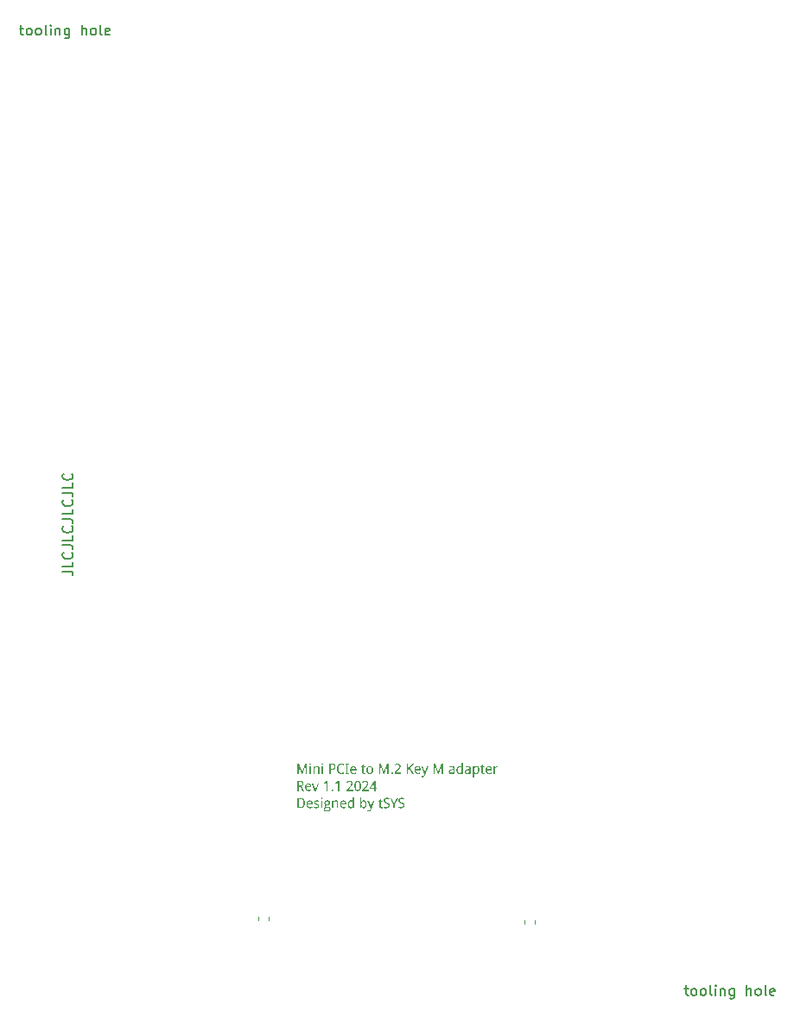
<source format=gto>
%TF.GenerationSoftware,KiCad,Pcbnew,7.0.11-2.fc39*%
%TF.CreationDate,2024-03-17T16:29:43+01:00*%
%TF.ProjectId,mini-pcie-m.2-key-m-adapter,6d696e69-2d70-4636-9965-2d6d2e322d6b,rev?*%
%TF.SameCoordinates,Original*%
%TF.FileFunction,Legend,Top*%
%TF.FilePolarity,Positive*%
%FSLAX46Y46*%
G04 Gerber Fmt 4.6, Leading zero omitted, Abs format (unit mm)*
G04 Created by KiCad (PCBNEW 7.0.11-2.fc39) date 2024-03-17 16:29:43*
%MOMM*%
%LPD*%
G01*
G04 APERTURE LIST*
%ADD10C,0.150000*%
%ADD11C,0.120000*%
G04 APERTURE END LIST*
D10*
X30974819Y-40099048D02*
X31689104Y-40099048D01*
X31689104Y-40099048D02*
X31831961Y-40146667D01*
X31831961Y-40146667D02*
X31927200Y-40241905D01*
X31927200Y-40241905D02*
X31974819Y-40384762D01*
X31974819Y-40384762D02*
X31974819Y-40480000D01*
X31974819Y-39146667D02*
X31974819Y-39622857D01*
X31974819Y-39622857D02*
X30974819Y-39622857D01*
X31879580Y-38241905D02*
X31927200Y-38289524D01*
X31927200Y-38289524D02*
X31974819Y-38432381D01*
X31974819Y-38432381D02*
X31974819Y-38527619D01*
X31974819Y-38527619D02*
X31927200Y-38670476D01*
X31927200Y-38670476D02*
X31831961Y-38765714D01*
X31831961Y-38765714D02*
X31736723Y-38813333D01*
X31736723Y-38813333D02*
X31546247Y-38860952D01*
X31546247Y-38860952D02*
X31403390Y-38860952D01*
X31403390Y-38860952D02*
X31212914Y-38813333D01*
X31212914Y-38813333D02*
X31117676Y-38765714D01*
X31117676Y-38765714D02*
X31022438Y-38670476D01*
X31022438Y-38670476D02*
X30974819Y-38527619D01*
X30974819Y-38527619D02*
X30974819Y-38432381D01*
X30974819Y-38432381D02*
X31022438Y-38289524D01*
X31022438Y-38289524D02*
X31070057Y-38241905D01*
X30974819Y-37527619D02*
X31689104Y-37527619D01*
X31689104Y-37527619D02*
X31831961Y-37575238D01*
X31831961Y-37575238D02*
X31927200Y-37670476D01*
X31927200Y-37670476D02*
X31974819Y-37813333D01*
X31974819Y-37813333D02*
X31974819Y-37908571D01*
X31974819Y-36575238D02*
X31974819Y-37051428D01*
X31974819Y-37051428D02*
X30974819Y-37051428D01*
X31879580Y-35670476D02*
X31927200Y-35718095D01*
X31927200Y-35718095D02*
X31974819Y-35860952D01*
X31974819Y-35860952D02*
X31974819Y-35956190D01*
X31974819Y-35956190D02*
X31927200Y-36099047D01*
X31927200Y-36099047D02*
X31831961Y-36194285D01*
X31831961Y-36194285D02*
X31736723Y-36241904D01*
X31736723Y-36241904D02*
X31546247Y-36289523D01*
X31546247Y-36289523D02*
X31403390Y-36289523D01*
X31403390Y-36289523D02*
X31212914Y-36241904D01*
X31212914Y-36241904D02*
X31117676Y-36194285D01*
X31117676Y-36194285D02*
X31022438Y-36099047D01*
X31022438Y-36099047D02*
X30974819Y-35956190D01*
X30974819Y-35956190D02*
X30974819Y-35860952D01*
X30974819Y-35860952D02*
X31022438Y-35718095D01*
X31022438Y-35718095D02*
X31070057Y-35670476D01*
X30974819Y-34956190D02*
X31689104Y-34956190D01*
X31689104Y-34956190D02*
X31831961Y-35003809D01*
X31831961Y-35003809D02*
X31927200Y-35099047D01*
X31927200Y-35099047D02*
X31974819Y-35241904D01*
X31974819Y-35241904D02*
X31974819Y-35337142D01*
X31974819Y-34003809D02*
X31974819Y-34479999D01*
X31974819Y-34479999D02*
X30974819Y-34479999D01*
X31879580Y-33099047D02*
X31927200Y-33146666D01*
X31927200Y-33146666D02*
X31974819Y-33289523D01*
X31974819Y-33289523D02*
X31974819Y-33384761D01*
X31974819Y-33384761D02*
X31927200Y-33527618D01*
X31927200Y-33527618D02*
X31831961Y-33622856D01*
X31831961Y-33622856D02*
X31736723Y-33670475D01*
X31736723Y-33670475D02*
X31546247Y-33718094D01*
X31546247Y-33718094D02*
X31403390Y-33718094D01*
X31403390Y-33718094D02*
X31212914Y-33670475D01*
X31212914Y-33670475D02*
X31117676Y-33622856D01*
X31117676Y-33622856D02*
X31022438Y-33527618D01*
X31022438Y-33527618D02*
X30974819Y-33384761D01*
X30974819Y-33384761D02*
X30974819Y-33289523D01*
X30974819Y-33289523D02*
X31022438Y-33146666D01*
X31022438Y-33146666D02*
X31070057Y-33099047D01*
X30974819Y-32384761D02*
X31689104Y-32384761D01*
X31689104Y-32384761D02*
X31831961Y-32432380D01*
X31831961Y-32432380D02*
X31927200Y-32527618D01*
X31927200Y-32527618D02*
X31974819Y-32670475D01*
X31974819Y-32670475D02*
X31974819Y-32765713D01*
X31974819Y-31432380D02*
X31974819Y-31908570D01*
X31974819Y-31908570D02*
X30974819Y-31908570D01*
X31879580Y-30527618D02*
X31927200Y-30575237D01*
X31927200Y-30575237D02*
X31974819Y-30718094D01*
X31974819Y-30718094D02*
X31974819Y-30813332D01*
X31974819Y-30813332D02*
X31927200Y-30956189D01*
X31927200Y-30956189D02*
X31831961Y-31051427D01*
X31831961Y-31051427D02*
X31736723Y-31099046D01*
X31736723Y-31099046D02*
X31546247Y-31146665D01*
X31546247Y-31146665D02*
X31403390Y-31146665D01*
X31403390Y-31146665D02*
X31212914Y-31099046D01*
X31212914Y-31099046D02*
X31117676Y-31051427D01*
X31117676Y-31051427D02*
X31022438Y-30956189D01*
X31022438Y-30956189D02*
X30974819Y-30813332D01*
X30974819Y-30813332D02*
X30974819Y-30718094D01*
X30974819Y-30718094D02*
X31022438Y-30575237D01*
X31022438Y-30575237D02*
X31070057Y-30527618D01*
G36*
X54401500Y-59910000D02*
G01*
X54097173Y-59034633D01*
X54091800Y-59034633D01*
X54092815Y-59047265D01*
X54093784Y-59059882D01*
X54094708Y-59072483D01*
X54095586Y-59085069D01*
X54096418Y-59097640D01*
X54097204Y-59110196D01*
X54097944Y-59122736D01*
X54098639Y-59135261D01*
X54099295Y-59146080D01*
X54099921Y-59157045D01*
X54100516Y-59168154D01*
X54101081Y-59179408D01*
X54101615Y-59190807D01*
X54102119Y-59202352D01*
X54102592Y-59214041D01*
X54103035Y-59225875D01*
X54103436Y-59237591D01*
X54103783Y-59249048D01*
X54104077Y-59260245D01*
X54104317Y-59271182D01*
X54104504Y-59281860D01*
X54104638Y-59292279D01*
X54104718Y-59302438D01*
X54104745Y-59312337D01*
X54104745Y-59910000D01*
X53986775Y-59910000D01*
X53986775Y-58909581D01*
X54176308Y-58909581D01*
X54459385Y-59724619D01*
X54463538Y-59724619D01*
X54747836Y-58909581D01*
X54937369Y-58909581D01*
X54937369Y-59910000D01*
X54809630Y-59910000D01*
X54809630Y-59303545D01*
X54809659Y-59292156D01*
X54809749Y-59280279D01*
X54809863Y-59270426D01*
X54810016Y-59260259D01*
X54810207Y-59249780D01*
X54810436Y-59238987D01*
X54810703Y-59227882D01*
X54810851Y-59222212D01*
X54811229Y-59210797D01*
X54811629Y-59199512D01*
X54812053Y-59188357D01*
X54812500Y-59177332D01*
X54812969Y-59166436D01*
X54813461Y-59155671D01*
X54813976Y-59145035D01*
X54814515Y-59134528D01*
X54815175Y-59122358D01*
X54815812Y-59110150D01*
X54816426Y-59097903D01*
X54817018Y-59085619D01*
X54817587Y-59073296D01*
X54818132Y-59060935D01*
X54818655Y-59048536D01*
X54819155Y-59036099D01*
X54813782Y-59036099D01*
X54506769Y-59910000D01*
X54401500Y-59910000D01*
G37*
G36*
X55312770Y-59910000D02*
G01*
X55187718Y-59910000D01*
X55187718Y-59159685D01*
X55312770Y-59159685D01*
X55312770Y-59910000D01*
G37*
G36*
X55178192Y-58956231D02*
G01*
X55178520Y-58946328D01*
X55179854Y-58934947D01*
X55182213Y-58924675D01*
X55186397Y-58913813D01*
X55192059Y-58904548D01*
X55199197Y-58896880D01*
X55207417Y-58890572D01*
X55216325Y-58885569D01*
X55225919Y-58881871D01*
X55236200Y-58879478D01*
X55247168Y-58878390D01*
X55250976Y-58878318D01*
X55261185Y-58878837D01*
X55270990Y-58880396D01*
X55279553Y-58882714D01*
X55289113Y-58886767D01*
X55297642Y-58892331D01*
X55302756Y-58896880D01*
X55309683Y-58904746D01*
X55315006Y-58913223D01*
X55318632Y-58921060D01*
X55321723Y-58930792D01*
X55323526Y-58940529D01*
X55324402Y-58951194D01*
X55324494Y-58956231D01*
X55323963Y-58968107D01*
X55322371Y-58979005D01*
X55319717Y-58988925D01*
X55315132Y-58999538D01*
X55309018Y-59008743D01*
X55302756Y-59015338D01*
X55294387Y-59021895D01*
X55285399Y-59027096D01*
X55275794Y-59030940D01*
X55265570Y-59033427D01*
X55254728Y-59034558D01*
X55250976Y-59034633D01*
X55239779Y-59033963D01*
X55229269Y-59031954D01*
X55219446Y-59028605D01*
X55210310Y-59023917D01*
X55201861Y-59017889D01*
X55199197Y-59015582D01*
X55192059Y-59007617D01*
X55186397Y-58998191D01*
X55182213Y-58987306D01*
X55179854Y-58977120D01*
X55178520Y-58965921D01*
X55178192Y-58956231D01*
G37*
G36*
X56020586Y-59910000D02*
G01*
X56020586Y-59425910D01*
X56020444Y-59414941D01*
X56020021Y-59404321D01*
X56019315Y-59394051D01*
X56018326Y-59384129D01*
X56016314Y-59369902D01*
X56013667Y-59356460D01*
X56010384Y-59343804D01*
X56006465Y-59331934D01*
X56001912Y-59320849D01*
X55996722Y-59310550D01*
X55990898Y-59301037D01*
X55984438Y-59292309D01*
X55977343Y-59284365D01*
X55969523Y-59277203D01*
X55960977Y-59270821D01*
X55951705Y-59265221D01*
X55941708Y-59260403D01*
X55930986Y-59256366D01*
X55919538Y-59253110D01*
X55907364Y-59250635D01*
X55894465Y-59248942D01*
X55880840Y-59248031D01*
X55871353Y-59247857D01*
X55861112Y-59248014D01*
X55851180Y-59248484D01*
X55838419Y-59249598D01*
X55826207Y-59251270D01*
X55814544Y-59253499D01*
X55803431Y-59256284D01*
X55792867Y-59259628D01*
X55782853Y-59263528D01*
X55778053Y-59265687D01*
X55768821Y-59270411D01*
X55760055Y-59275670D01*
X55751754Y-59281463D01*
X55743920Y-59287791D01*
X55736550Y-59294653D01*
X55729647Y-59302049D01*
X55723209Y-59309979D01*
X55717236Y-59318443D01*
X55711699Y-59327423D01*
X55706566Y-59336899D01*
X55701837Y-59346871D01*
X55697513Y-59357339D01*
X55693594Y-59368303D01*
X55690079Y-59379764D01*
X55686969Y-59391720D01*
X55684263Y-59404173D01*
X55682474Y-59413785D01*
X55680860Y-59423664D01*
X55679423Y-59433809D01*
X55678161Y-59444221D01*
X55677076Y-59454898D01*
X55676166Y-59465842D01*
X55675433Y-59477052D01*
X55674875Y-59488528D01*
X55674494Y-59500270D01*
X55674288Y-59512279D01*
X55674249Y-59520432D01*
X55674249Y-59910000D01*
X55549197Y-59910000D01*
X55549197Y-59159685D01*
X55651046Y-59159685D01*
X55668876Y-59259337D01*
X55675715Y-59259337D01*
X55681219Y-59250298D01*
X55687044Y-59241653D01*
X55693192Y-59233401D01*
X55699662Y-59225543D01*
X55706454Y-59218079D01*
X55713568Y-59211008D01*
X55716503Y-59208290D01*
X55724085Y-59201676D01*
X55731869Y-59195419D01*
X55739855Y-59189521D01*
X55748045Y-59183980D01*
X55756437Y-59178797D01*
X55765032Y-59173972D01*
X55768527Y-59172142D01*
X55777388Y-59167823D01*
X55786416Y-59163875D01*
X55795611Y-59160296D01*
X55804973Y-59157087D01*
X55814501Y-59154247D01*
X55824197Y-59151777D01*
X55828122Y-59150893D01*
X55838074Y-59148923D01*
X55848086Y-59147286D01*
X55858158Y-59145984D01*
X55868289Y-59145016D01*
X55878480Y-59144381D01*
X55888730Y-59144081D01*
X55892847Y-59144054D01*
X55908327Y-59144310D01*
X55923320Y-59145077D01*
X55937826Y-59146355D01*
X55951847Y-59148145D01*
X55965380Y-59150446D01*
X55978427Y-59153259D01*
X55990987Y-59156583D01*
X56003061Y-59160418D01*
X56014648Y-59164765D01*
X56025749Y-59169623D01*
X56036363Y-59174993D01*
X56046491Y-59180874D01*
X56056132Y-59187266D01*
X56065286Y-59194170D01*
X56073954Y-59201585D01*
X56082135Y-59209511D01*
X56089825Y-59217999D01*
X56097018Y-59227100D01*
X56103716Y-59236814D01*
X56109918Y-59247140D01*
X56115623Y-59258078D01*
X56120832Y-59269629D01*
X56125545Y-59281793D01*
X56129762Y-59294569D01*
X56133483Y-59307957D01*
X56136708Y-59321958D01*
X56139437Y-59336572D01*
X56141669Y-59351798D01*
X56143405Y-59367636D01*
X56144646Y-59384087D01*
X56145390Y-59401151D01*
X56145638Y-59418827D01*
X56145638Y-59910000D01*
X56020586Y-59910000D01*
G37*
G36*
X56497836Y-59910000D02*
G01*
X56372784Y-59910000D01*
X56372784Y-59159685D01*
X56497836Y-59159685D01*
X56497836Y-59910000D01*
G37*
G36*
X56363258Y-58956231D02*
G01*
X56363587Y-58946328D01*
X56364920Y-58934947D01*
X56367279Y-58924675D01*
X56371463Y-58913813D01*
X56377125Y-58904548D01*
X56384263Y-58896880D01*
X56392484Y-58890572D01*
X56401391Y-58885569D01*
X56410985Y-58881871D01*
X56421266Y-58879478D01*
X56432234Y-58878390D01*
X56436043Y-58878318D01*
X56446252Y-58878837D01*
X56456056Y-58880396D01*
X56464619Y-58882714D01*
X56474179Y-58886767D01*
X56482708Y-58892331D01*
X56487822Y-58896880D01*
X56494749Y-58904746D01*
X56500072Y-58913223D01*
X56503698Y-58921060D01*
X56506789Y-58930792D01*
X56508592Y-58940529D01*
X56509468Y-58951194D01*
X56509560Y-58956231D01*
X56509029Y-58968107D01*
X56507437Y-58979005D01*
X56504784Y-58988925D01*
X56500198Y-58999538D01*
X56494085Y-59008743D01*
X56487822Y-59015338D01*
X56479453Y-59021895D01*
X56470466Y-59027096D01*
X56460860Y-59030940D01*
X56450636Y-59033427D01*
X56439794Y-59034558D01*
X56436043Y-59034633D01*
X56424846Y-59033963D01*
X56414336Y-59031954D01*
X56404513Y-59028605D01*
X56395376Y-59023917D01*
X56386927Y-59017889D01*
X56384263Y-59015582D01*
X56377125Y-59007617D01*
X56371463Y-58998191D01*
X56367279Y-58987306D01*
X56364920Y-58977120D01*
X56363587Y-58965921D01*
X56363258Y-58956231D01*
G37*
G36*
X57375087Y-58909657D02*
G01*
X57386296Y-58909886D01*
X57397305Y-58910268D01*
X57408114Y-58910802D01*
X57418722Y-58911489D01*
X57429130Y-58912329D01*
X57439338Y-58913321D01*
X57449345Y-58914466D01*
X57459152Y-58915763D01*
X57473487Y-58917996D01*
X57487371Y-58920572D01*
X57500804Y-58923491D01*
X57513786Y-58926754D01*
X57522191Y-58929120D01*
X57534487Y-58932897D01*
X57546371Y-58936991D01*
X57557843Y-58941403D01*
X57568902Y-58946133D01*
X57579550Y-58951181D01*
X57589785Y-58956546D01*
X57599608Y-58962229D01*
X57609019Y-58968230D01*
X57618018Y-58974548D01*
X57626605Y-58981184D01*
X57632100Y-58985785D01*
X57640006Y-58992900D01*
X57647513Y-59000325D01*
X57654621Y-59008058D01*
X57661329Y-59016101D01*
X57667638Y-59024453D01*
X57673548Y-59033114D01*
X57679058Y-59042084D01*
X57684170Y-59051364D01*
X57688881Y-59060952D01*
X57693194Y-59070850D01*
X57695847Y-59077620D01*
X57699558Y-59087965D01*
X57702903Y-59098577D01*
X57705883Y-59109455D01*
X57708498Y-59120599D01*
X57710749Y-59132009D01*
X57712634Y-59143686D01*
X57714155Y-59155628D01*
X57715310Y-59167837D01*
X57716101Y-59180312D01*
X57716527Y-59193053D01*
X57716608Y-59201695D01*
X57716441Y-59213330D01*
X57715938Y-59224879D01*
X57715101Y-59236342D01*
X57713929Y-59247720D01*
X57712422Y-59259011D01*
X57710580Y-59270217D01*
X57708403Y-59281337D01*
X57705892Y-59292370D01*
X57703045Y-59303318D01*
X57699864Y-59314181D01*
X57697557Y-59321374D01*
X57693816Y-59331977D01*
X57689646Y-59342351D01*
X57685046Y-59352499D01*
X57680017Y-59362418D01*
X57674559Y-59372111D01*
X57668672Y-59381575D01*
X57662355Y-59390812D01*
X57655608Y-59399822D01*
X57648433Y-59408604D01*
X57640828Y-59417158D01*
X57635519Y-59422735D01*
X57627169Y-59430824D01*
X57618329Y-59438603D01*
X57608999Y-59446074D01*
X57599181Y-59453235D01*
X57588872Y-59460087D01*
X57578075Y-59466630D01*
X57566787Y-59472864D01*
X57555011Y-59478789D01*
X57542745Y-59484404D01*
X57529989Y-59489711D01*
X57521214Y-59493077D01*
X57507595Y-59497747D01*
X57498192Y-59500606D01*
X57488529Y-59503260D01*
X57478607Y-59505710D01*
X57468425Y-59507956D01*
X57457983Y-59509998D01*
X57447283Y-59511835D01*
X57436322Y-59513469D01*
X57425102Y-59514898D01*
X57413623Y-59516123D01*
X57401884Y-59517144D01*
X57389886Y-59517960D01*
X57377628Y-59518573D01*
X57365110Y-59518981D01*
X57352333Y-59519185D01*
X57345847Y-59519211D01*
X57242777Y-59519211D01*
X57242777Y-59910000D01*
X57115038Y-59910000D01*
X57115038Y-59018757D01*
X57242777Y-59018757D01*
X57242777Y-59410034D01*
X57331437Y-59410034D01*
X57343248Y-59409940D01*
X57354776Y-59409657D01*
X57366020Y-59409184D01*
X57376981Y-59408523D01*
X57387658Y-59407673D01*
X57398052Y-59406634D01*
X57408163Y-59405406D01*
X57417991Y-59403989D01*
X57430653Y-59401806D01*
X57442812Y-59399288D01*
X57454520Y-59396338D01*
X57465710Y-59392983D01*
X57476380Y-59389224D01*
X57486531Y-59385061D01*
X57496164Y-59380492D01*
X57505277Y-59375520D01*
X57513871Y-59370143D01*
X57521946Y-59364361D01*
X57529518Y-59358095D01*
X57538295Y-59349639D01*
X57546310Y-59340492D01*
X57553561Y-59330653D01*
X57558812Y-59322284D01*
X57563575Y-59313472D01*
X57567849Y-59304218D01*
X57568841Y-59301835D01*
X57572562Y-59291932D01*
X57575787Y-59281517D01*
X57578515Y-59270591D01*
X57580748Y-59259153D01*
X57582484Y-59247205D01*
X57583725Y-59234744D01*
X57584469Y-59221773D01*
X57584701Y-59211708D01*
X57584717Y-59208290D01*
X57584496Y-59196426D01*
X57583835Y-59184953D01*
X57582733Y-59173872D01*
X57581191Y-59163181D01*
X57579207Y-59152882D01*
X57576783Y-59142974D01*
X57573918Y-59133457D01*
X57568794Y-59119915D01*
X57562678Y-59107253D01*
X57555570Y-59095472D01*
X57547471Y-59084570D01*
X57538380Y-59074549D01*
X57528297Y-59065408D01*
X57517208Y-59057071D01*
X57505007Y-59049554D01*
X57496255Y-59044998D01*
X57487009Y-59040807D01*
X57477269Y-59036980D01*
X57467035Y-59033518D01*
X57456306Y-59030420D01*
X57445083Y-59027687D01*
X57433366Y-59025318D01*
X57421155Y-59023313D01*
X57408450Y-59021673D01*
X57395250Y-59020397D01*
X57381556Y-59019486D01*
X57367368Y-59018940D01*
X57352686Y-59018757D01*
X57242777Y-59018757D01*
X57115038Y-59018757D01*
X57115038Y-58909581D01*
X57363677Y-58909581D01*
X57375087Y-58909657D01*
G37*
G36*
X58315491Y-59006545D02*
G01*
X58301827Y-59006790D01*
X58288403Y-59007524D01*
X58275220Y-59008748D01*
X58262277Y-59010461D01*
X58249575Y-59012663D01*
X58237112Y-59015355D01*
X58224891Y-59018536D01*
X58212909Y-59022207D01*
X58201169Y-59026368D01*
X58189668Y-59031017D01*
X58182135Y-59034389D01*
X58171070Y-59039781D01*
X58160313Y-59045606D01*
X58149866Y-59051865D01*
X58139728Y-59058557D01*
X58129899Y-59065684D01*
X58120380Y-59073244D01*
X58111169Y-59081237D01*
X58102267Y-59089664D01*
X58093675Y-59098525D01*
X58085392Y-59107819D01*
X58080041Y-59114256D01*
X58072288Y-59124210D01*
X58064874Y-59134564D01*
X58057800Y-59145316D01*
X58051064Y-59156468D01*
X58044668Y-59168020D01*
X58038611Y-59179970D01*
X58032893Y-59192320D01*
X58027514Y-59205069D01*
X58022474Y-59218217D01*
X58017774Y-59231765D01*
X58014829Y-59241018D01*
X58012048Y-59250436D01*
X58009448Y-59260004D01*
X58007026Y-59269724D01*
X58004784Y-59279593D01*
X58002721Y-59289614D01*
X58000838Y-59299785D01*
X57999134Y-59310108D01*
X57997609Y-59320580D01*
X57996264Y-59331204D01*
X57995098Y-59341978D01*
X57994112Y-59352904D01*
X57993305Y-59363979D01*
X57992677Y-59375206D01*
X57992228Y-59386583D01*
X57991959Y-59398111D01*
X57991870Y-59409790D01*
X57991949Y-59421796D01*
X57992186Y-59433634D01*
X57992582Y-59445305D01*
X57993137Y-59456807D01*
X57993849Y-59468141D01*
X57994720Y-59479308D01*
X57995750Y-59490306D01*
X57996938Y-59501137D01*
X57998284Y-59511800D01*
X57999789Y-59522295D01*
X58001451Y-59532621D01*
X58003273Y-59542780D01*
X58005252Y-59552771D01*
X58007391Y-59562595D01*
X58009687Y-59572250D01*
X58012142Y-59581737D01*
X58016121Y-59595590D01*
X58020457Y-59609031D01*
X58025149Y-59622060D01*
X58030197Y-59634677D01*
X58035601Y-59646881D01*
X58041362Y-59658674D01*
X58047480Y-59670054D01*
X58053953Y-59681022D01*
X58060783Y-59691578D01*
X58067969Y-59701721D01*
X58072958Y-59708255D01*
X58080734Y-59717657D01*
X58088858Y-59726630D01*
X58097329Y-59735174D01*
X58106149Y-59743288D01*
X58115316Y-59750974D01*
X58124830Y-59758229D01*
X58134693Y-59765056D01*
X58144903Y-59771453D01*
X58155461Y-59777420D01*
X58166367Y-59782959D01*
X58173831Y-59786413D01*
X58185366Y-59791170D01*
X58197258Y-59795460D01*
X58209506Y-59799282D01*
X58222111Y-59802636D01*
X58235071Y-59805522D01*
X58248389Y-59807939D01*
X58262062Y-59809889D01*
X58276092Y-59811371D01*
X58290478Y-59812385D01*
X58300267Y-59812801D01*
X58310214Y-59813009D01*
X58315247Y-59813035D01*
X58326686Y-59812932D01*
X58338013Y-59812623D01*
X58349229Y-59812108D01*
X58360333Y-59811386D01*
X58371325Y-59810459D01*
X58382206Y-59809326D01*
X58392975Y-59807986D01*
X58403633Y-59806441D01*
X58414178Y-59804689D01*
X58424613Y-59802731D01*
X58431507Y-59801311D01*
X58441798Y-59799037D01*
X58452063Y-59796703D01*
X58462303Y-59794309D01*
X58472517Y-59791855D01*
X58482705Y-59789340D01*
X58492867Y-59786766D01*
X58503004Y-59784131D01*
X58513114Y-59781436D01*
X58523200Y-59778681D01*
X58533259Y-59775866D01*
X58539951Y-59773956D01*
X58539951Y-59885087D01*
X58529876Y-59888856D01*
X58519801Y-59892471D01*
X58509726Y-59895932D01*
X58499651Y-59899238D01*
X58489576Y-59902389D01*
X58486217Y-59903405D01*
X58476139Y-59906224D01*
X58465873Y-59908820D01*
X58455417Y-59911193D01*
X58444772Y-59913343D01*
X58433939Y-59915269D01*
X58430286Y-59915861D01*
X58419232Y-59917607D01*
X58407869Y-59919182D01*
X58398163Y-59920362D01*
X58388243Y-59921424D01*
X58378109Y-59922366D01*
X58367759Y-59923189D01*
X58357200Y-59923892D01*
X58346283Y-59924477D01*
X58335008Y-59924942D01*
X58323376Y-59925288D01*
X58311386Y-59925514D01*
X58301536Y-59925610D01*
X58293998Y-59925631D01*
X58280041Y-59925486D01*
X58266319Y-59925051D01*
X58252831Y-59924326D01*
X58239578Y-59923311D01*
X58226559Y-59922006D01*
X58213776Y-59920410D01*
X58201227Y-59918525D01*
X58188913Y-59916350D01*
X58176833Y-59913884D01*
X58164988Y-59911129D01*
X58153378Y-59908084D01*
X58142003Y-59904748D01*
X58130862Y-59901123D01*
X58119956Y-59897207D01*
X58109285Y-59893002D01*
X58098848Y-59888506D01*
X58088670Y-59883745D01*
X58078713Y-59878744D01*
X58068978Y-59873502D01*
X58059464Y-59868020D01*
X58050171Y-59862298D01*
X58041100Y-59856335D01*
X58032250Y-59850131D01*
X58023621Y-59843688D01*
X58015214Y-59837003D01*
X58007028Y-59830079D01*
X57999063Y-59822914D01*
X57991320Y-59815508D01*
X57983798Y-59807862D01*
X57976498Y-59799976D01*
X57969418Y-59791849D01*
X57962561Y-59783482D01*
X57955952Y-59774887D01*
X57949558Y-59766079D01*
X57943381Y-59757058D01*
X57937419Y-59747822D01*
X57931672Y-59738373D01*
X57926142Y-59728710D01*
X57920827Y-59718834D01*
X57915727Y-59708743D01*
X57910843Y-59698439D01*
X57906175Y-59687922D01*
X57901722Y-59677190D01*
X57897485Y-59666245D01*
X57893464Y-59655086D01*
X57889658Y-59643714D01*
X57886068Y-59632127D01*
X57882693Y-59620327D01*
X57879528Y-59608310D01*
X57876568Y-59596132D01*
X57873812Y-59583794D01*
X57871260Y-59571296D01*
X57868912Y-59558637D01*
X57866768Y-59545818D01*
X57864828Y-59532839D01*
X57863093Y-59519699D01*
X57861561Y-59506400D01*
X57860234Y-59492940D01*
X57859111Y-59479319D01*
X57858193Y-59465539D01*
X57857478Y-59451598D01*
X57856968Y-59437496D01*
X57856661Y-59423235D01*
X57856559Y-59408813D01*
X57856676Y-59394632D01*
X57857025Y-59380603D01*
X57857607Y-59366727D01*
X57858422Y-59353004D01*
X57859469Y-59339433D01*
X57860749Y-59326015D01*
X57862263Y-59312749D01*
X57864009Y-59299637D01*
X57865987Y-59286676D01*
X57868199Y-59273869D01*
X57870643Y-59261214D01*
X57873320Y-59248712D01*
X57876230Y-59236362D01*
X57879373Y-59224166D01*
X57882748Y-59212121D01*
X57886357Y-59200230D01*
X57890221Y-59188489D01*
X57894302Y-59176958D01*
X57898601Y-59165637D01*
X57903118Y-59154526D01*
X57907852Y-59143625D01*
X57912804Y-59132933D01*
X57917973Y-59122452D01*
X57923360Y-59112180D01*
X57928964Y-59102119D01*
X57934786Y-59092267D01*
X57940825Y-59082625D01*
X57947082Y-59073193D01*
X57953556Y-59063971D01*
X57960248Y-59054959D01*
X57967157Y-59046156D01*
X57974284Y-59037564D01*
X57981658Y-59029165D01*
X57989248Y-59021005D01*
X57997053Y-59013083D01*
X58005074Y-59005400D01*
X58013311Y-58997956D01*
X58021763Y-58990750D01*
X58030430Y-58983782D01*
X58039314Y-58977053D01*
X58048413Y-58970562D01*
X58057727Y-58964310D01*
X58067258Y-58958297D01*
X58077004Y-58952522D01*
X58086965Y-58946985D01*
X58097142Y-58941687D01*
X58107535Y-58936628D01*
X58118143Y-58931807D01*
X58128989Y-58927223D01*
X58140034Y-58922934D01*
X58151276Y-58918941D01*
X58162718Y-58915244D01*
X58174357Y-58911843D01*
X58186195Y-58908737D01*
X58198232Y-58905928D01*
X58210467Y-58903414D01*
X58222901Y-58901195D01*
X58235532Y-58899273D01*
X58248363Y-58897646D01*
X58261392Y-58896315D01*
X58274619Y-58895280D01*
X58288045Y-58894541D01*
X58301669Y-58894097D01*
X58315491Y-58893949D01*
X58329351Y-58894082D01*
X58343086Y-58894482D01*
X58356697Y-58895147D01*
X58370183Y-58896079D01*
X58383544Y-58897277D01*
X58396781Y-58898741D01*
X58409894Y-58900471D01*
X58422882Y-58902467D01*
X58435746Y-58904730D01*
X58448485Y-58907259D01*
X58456908Y-58909092D01*
X58469432Y-58912052D01*
X58481724Y-58915252D01*
X58493784Y-58918692D01*
X58505612Y-58922373D01*
X58517208Y-58926294D01*
X58528572Y-58930456D01*
X58539705Y-58934858D01*
X58550606Y-58939501D01*
X58561275Y-58944383D01*
X58571712Y-58949507D01*
X58578541Y-58953056D01*
X58525052Y-59060279D01*
X58514069Y-59054879D01*
X58502856Y-59049669D01*
X58491415Y-59044651D01*
X58479745Y-59039823D01*
X58467846Y-59035186D01*
X58455717Y-59030741D01*
X58446471Y-59027531D01*
X58437096Y-59024429D01*
X58430774Y-59022421D01*
X58421128Y-59019584D01*
X58411242Y-59017026D01*
X58401116Y-59014747D01*
X58390749Y-59012747D01*
X58380141Y-59011026D01*
X58369294Y-59009584D01*
X58358205Y-59008421D01*
X58346877Y-59007537D01*
X58335308Y-59006933D01*
X58323498Y-59006607D01*
X58315491Y-59006545D01*
G37*
G36*
X59035031Y-59910000D02*
G01*
X58671109Y-59910000D01*
X58671109Y-59839902D01*
X58789078Y-59811814D01*
X58789078Y-59007766D01*
X58671109Y-58979678D01*
X58671109Y-58909581D01*
X59035031Y-58909581D01*
X59035031Y-58979678D01*
X58917062Y-59007766D01*
X58917062Y-59811814D01*
X59035031Y-59839902D01*
X59035031Y-59910000D01*
G37*
G36*
X59490698Y-59144269D02*
G01*
X59503069Y-59144913D01*
X59515199Y-59145986D01*
X59527089Y-59147489D01*
X59538738Y-59149421D01*
X59550147Y-59151782D01*
X59561315Y-59154573D01*
X59572243Y-59157793D01*
X59582931Y-59161442D01*
X59593378Y-59165521D01*
X59600209Y-59168478D01*
X59610273Y-59173236D01*
X59620041Y-59178350D01*
X59629513Y-59183820D01*
X59638689Y-59189647D01*
X59647568Y-59195830D01*
X59656151Y-59202370D01*
X59664438Y-59209266D01*
X59672428Y-59216518D01*
X59680123Y-59224126D01*
X59687521Y-59232091D01*
X59692288Y-59237599D01*
X59699232Y-59246093D01*
X59705867Y-59254904D01*
X59712192Y-59264033D01*
X59718209Y-59273480D01*
X59723916Y-59283244D01*
X59729314Y-59293326D01*
X59734403Y-59303726D01*
X59739183Y-59314444D01*
X59743654Y-59325479D01*
X59747815Y-59336832D01*
X59750418Y-59344577D01*
X59754041Y-59356373D01*
X59757308Y-59368405D01*
X59760218Y-59380673D01*
X59762772Y-59393178D01*
X59764969Y-59405918D01*
X59766810Y-59418895D01*
X59768295Y-59432108D01*
X59769423Y-59445556D01*
X59770195Y-59459241D01*
X59770611Y-59473163D01*
X59770690Y-59482575D01*
X59770690Y-59560488D01*
X59295394Y-59560488D01*
X59296013Y-59576673D01*
X59297016Y-59592316D01*
X59298402Y-59607417D01*
X59300172Y-59621976D01*
X59302325Y-59635993D01*
X59304862Y-59649469D01*
X59307782Y-59662402D01*
X59311086Y-59674794D01*
X59314774Y-59686643D01*
X59318845Y-59697951D01*
X59323299Y-59708717D01*
X59328138Y-59718941D01*
X59333359Y-59728622D01*
X59338964Y-59737762D01*
X59344953Y-59746361D01*
X59351325Y-59754417D01*
X59358090Y-59761929D01*
X59365255Y-59768957D01*
X59372821Y-59775500D01*
X59380787Y-59781558D01*
X59389154Y-59787132D01*
X59397922Y-59792221D01*
X59407091Y-59796825D01*
X59416660Y-59800945D01*
X59426630Y-59804580D01*
X59437001Y-59807730D01*
X59447773Y-59810396D01*
X59458945Y-59812577D01*
X59470518Y-59814273D01*
X59482491Y-59815485D01*
X59494866Y-59816212D01*
X59507641Y-59816454D01*
X59518430Y-59816371D01*
X59528969Y-59816121D01*
X59539258Y-59815703D01*
X59549296Y-59815119D01*
X59559083Y-59814367D01*
X59570498Y-59813245D01*
X59572365Y-59813035D01*
X59583554Y-59811641D01*
X59594587Y-59810024D01*
X59605467Y-59808184D01*
X59616191Y-59806120D01*
X59626762Y-59803833D01*
X59630251Y-59803021D01*
X59640623Y-59800437D01*
X59650859Y-59797629D01*
X59660957Y-59794598D01*
X59670917Y-59791343D01*
X59680740Y-59787866D01*
X59683984Y-59786657D01*
X59693810Y-59782816D01*
X59703688Y-59778803D01*
X59713617Y-59774618D01*
X59723597Y-59770262D01*
X59733629Y-59765734D01*
X59736985Y-59764187D01*
X59736985Y-59875561D01*
X59726752Y-59880304D01*
X59716571Y-59884823D01*
X59706442Y-59889120D01*
X59696364Y-59893193D01*
X59686338Y-59897042D01*
X59683007Y-59898276D01*
X59673064Y-59901728D01*
X59663017Y-59904939D01*
X59652868Y-59907910D01*
X59642616Y-59910641D01*
X59632260Y-59913131D01*
X59628785Y-59913907D01*
X59618275Y-59916160D01*
X59607628Y-59918155D01*
X59596843Y-59919892D01*
X59585921Y-59921372D01*
X59574861Y-59922594D01*
X59571144Y-59922944D01*
X59559781Y-59923857D01*
X59550023Y-59924474D01*
X59540003Y-59924959D01*
X59529720Y-59925314D01*
X59519176Y-59925537D01*
X59508368Y-59925628D01*
X59506175Y-59925631D01*
X59492138Y-59925408D01*
X59478329Y-59924738D01*
X59464747Y-59923622D01*
X59451392Y-59922059D01*
X59438266Y-59920050D01*
X59425366Y-59917594D01*
X59412695Y-59914692D01*
X59400250Y-59911343D01*
X59388034Y-59907548D01*
X59376044Y-59903306D01*
X59368178Y-59900230D01*
X59356607Y-59895263D01*
X59345340Y-59889889D01*
X59334379Y-59884106D01*
X59323722Y-59877916D01*
X59313370Y-59871318D01*
X59303323Y-59864312D01*
X59293581Y-59856898D01*
X59284143Y-59849076D01*
X59275011Y-59840847D01*
X59266183Y-59832209D01*
X59260467Y-59826224D01*
X59252219Y-59816861D01*
X59244327Y-59807090D01*
X59236791Y-59796911D01*
X59229612Y-59786325D01*
X59222789Y-59775330D01*
X59216323Y-59763928D01*
X59210213Y-59752118D01*
X59204459Y-59739900D01*
X59199062Y-59727274D01*
X59194021Y-59714240D01*
X59190858Y-59705324D01*
X59186449Y-59691588D01*
X59182474Y-59677492D01*
X59180065Y-59667894D01*
X59177849Y-59658136D01*
X59175825Y-59648217D01*
X59173995Y-59638138D01*
X59172356Y-59627899D01*
X59170911Y-59617500D01*
X59169658Y-59606940D01*
X59168598Y-59596220D01*
X59167731Y-59585340D01*
X59167057Y-59574299D01*
X59166575Y-59563098D01*
X59166286Y-59551737D01*
X59166189Y-59540216D01*
X59166278Y-59528631D01*
X59166544Y-59517200D01*
X59166988Y-59505924D01*
X59167609Y-59494802D01*
X59168408Y-59483835D01*
X59169384Y-59473022D01*
X59170537Y-59462364D01*
X59171257Y-59456685D01*
X59298080Y-59456685D01*
X59636113Y-59456685D01*
X59635968Y-59445148D01*
X59635532Y-59433863D01*
X59634807Y-59422830D01*
X59633792Y-59412049D01*
X59632487Y-59401520D01*
X59630892Y-59391243D01*
X59629007Y-59381218D01*
X59626831Y-59371444D01*
X59624351Y-59361972D01*
X59620799Y-59350626D01*
X59616747Y-59339828D01*
X59612193Y-59329579D01*
X59607139Y-59319878D01*
X59601584Y-59310726D01*
X59598011Y-59305498D01*
X59591642Y-59297184D01*
X59584749Y-59289489D01*
X59577331Y-59282415D01*
X59569388Y-59275960D01*
X59560921Y-59270126D01*
X59551929Y-59264912D01*
X59548185Y-59263000D01*
X59538423Y-59258638D01*
X59528064Y-59255015D01*
X59517109Y-59252131D01*
X59505557Y-59249987D01*
X59493409Y-59248582D01*
X59483262Y-59247990D01*
X59475401Y-59247857D01*
X59460988Y-59248327D01*
X59447151Y-59249738D01*
X59433889Y-59252088D01*
X59421202Y-59255379D01*
X59409090Y-59259610D01*
X59397554Y-59264781D01*
X59386593Y-59270893D01*
X59376208Y-59277945D01*
X59366397Y-59285937D01*
X59357162Y-59294869D01*
X59351325Y-59301346D01*
X59343097Y-59311759D01*
X59335537Y-59323031D01*
X59328648Y-59335161D01*
X59322428Y-59348149D01*
X59318654Y-59357286D01*
X59315177Y-59366803D01*
X59311998Y-59376703D01*
X59309117Y-59386984D01*
X59306534Y-59397647D01*
X59304248Y-59408691D01*
X59302259Y-59420117D01*
X59300569Y-59431925D01*
X59299176Y-59444114D01*
X59298080Y-59456685D01*
X59171257Y-59456685D01*
X59171868Y-59451861D01*
X59173376Y-59441512D01*
X59175062Y-59431318D01*
X59176926Y-59421278D01*
X59178966Y-59411393D01*
X59181184Y-59401662D01*
X59183580Y-59392086D01*
X59187506Y-59378012D01*
X59188904Y-59373398D01*
X59193324Y-59359811D01*
X59198066Y-59346619D01*
X59203130Y-59333822D01*
X59208516Y-59321420D01*
X59214224Y-59309413D01*
X59220254Y-59297801D01*
X59226606Y-59286584D01*
X59233280Y-59275762D01*
X59240276Y-59265335D01*
X59247594Y-59255303D01*
X59252651Y-59248834D01*
X59260532Y-59239434D01*
X59268697Y-59230467D01*
X59277145Y-59221934D01*
X59285876Y-59213835D01*
X59294891Y-59206169D01*
X59304188Y-59198937D01*
X59313770Y-59192139D01*
X59323634Y-59185774D01*
X59333782Y-59179842D01*
X59344214Y-59174345D01*
X59351325Y-59170921D01*
X59362193Y-59166119D01*
X59373270Y-59161790D01*
X59384558Y-59157933D01*
X59396056Y-59154549D01*
X59407765Y-59151636D01*
X59419684Y-59149196D01*
X59431813Y-59147229D01*
X59444153Y-59145733D01*
X59456703Y-59144710D01*
X59469464Y-59144159D01*
X59478087Y-59144054D01*
X59490698Y-59144269D01*
G37*
G36*
X60548848Y-59821828D02*
G01*
X60559294Y-59821626D01*
X60569868Y-59821082D01*
X60576448Y-59820607D01*
X60587050Y-59819541D01*
X60597364Y-59818361D01*
X60606489Y-59817187D01*
X60616954Y-59815470D01*
X60626731Y-59813615D01*
X60632868Y-59812302D01*
X60642384Y-59810045D01*
X60651186Y-59807418D01*
X60651186Y-59903405D01*
X60641694Y-59907298D01*
X60631818Y-59910671D01*
X60628471Y-59911709D01*
X60618722Y-59914448D01*
X60608279Y-59916957D01*
X60598185Y-59919036D01*
X60587814Y-59920878D01*
X60577157Y-59922433D01*
X60567321Y-59923588D01*
X60563991Y-59923921D01*
X60554020Y-59924748D01*
X60544165Y-59925304D01*
X60533350Y-59925604D01*
X60529064Y-59925631D01*
X60518478Y-59925459D01*
X60508090Y-59924944D01*
X60497901Y-59924085D01*
X60487909Y-59922883D01*
X60478117Y-59921338D01*
X60468523Y-59919449D01*
X60456809Y-59916604D01*
X60449930Y-59914640D01*
X60438802Y-59910818D01*
X60428163Y-59906220D01*
X60418012Y-59900848D01*
X60408351Y-59894700D01*
X60399179Y-59887777D01*
X60390496Y-59880079D01*
X60387159Y-59876782D01*
X60379190Y-59867922D01*
X60373210Y-59860163D01*
X60367581Y-59851809D01*
X60362303Y-59842860D01*
X60357376Y-59833315D01*
X60352801Y-59823175D01*
X60348576Y-59812440D01*
X60345638Y-59803998D01*
X60342089Y-59792149D01*
X60339013Y-59779559D01*
X60337017Y-59769630D01*
X60335286Y-59759285D01*
X60333822Y-59748524D01*
X60332624Y-59737347D01*
X60331693Y-59725752D01*
X60331027Y-59713742D01*
X60330628Y-59701315D01*
X60330495Y-59688471D01*
X60330495Y-59249567D01*
X60224005Y-59249567D01*
X60224005Y-59196078D01*
X60330495Y-59144542D01*
X60383984Y-58986517D01*
X60456036Y-58986517D01*
X60456036Y-59159685D01*
X60645812Y-59159685D01*
X60645812Y-59249567D01*
X60456036Y-59249567D01*
X60456036Y-59687739D01*
X60456225Y-59699951D01*
X60456791Y-59711584D01*
X60457736Y-59722637D01*
X60459058Y-59733110D01*
X60460758Y-59743004D01*
X60463613Y-59755295D01*
X60467139Y-59766555D01*
X60471337Y-59776784D01*
X60476207Y-59785984D01*
X60477529Y-59788122D01*
X60483399Y-59796022D01*
X60491959Y-59804416D01*
X60501879Y-59811163D01*
X60510794Y-59815376D01*
X60520579Y-59818536D01*
X60531234Y-59820643D01*
X60542759Y-59821696D01*
X60548848Y-59821828D01*
G37*
G36*
X61096433Y-59144281D02*
G01*
X61109418Y-59144964D01*
X61122205Y-59146102D01*
X61134794Y-59147695D01*
X61147186Y-59149743D01*
X61159381Y-59152246D01*
X61171378Y-59155204D01*
X61183177Y-59158617D01*
X61194779Y-59162485D01*
X61206184Y-59166809D01*
X61213677Y-59169944D01*
X61224753Y-59174965D01*
X61235542Y-59180411D01*
X61246042Y-59186282D01*
X61256255Y-59192578D01*
X61266181Y-59199299D01*
X61275819Y-59206446D01*
X61285169Y-59214017D01*
X61294231Y-59222013D01*
X61303006Y-59230435D01*
X61311493Y-59239281D01*
X61316992Y-59245415D01*
X61325020Y-59254957D01*
X61332708Y-59264898D01*
X61340058Y-59275238D01*
X61347068Y-59285978D01*
X61353739Y-59297117D01*
X61360071Y-59308655D01*
X61366064Y-59320593D01*
X61371717Y-59332930D01*
X61377032Y-59345666D01*
X61382007Y-59358802D01*
X61385136Y-59367780D01*
X61389500Y-59381520D01*
X61393436Y-59395630D01*
X61395821Y-59405241D01*
X61398016Y-59415017D01*
X61400019Y-59424956D01*
X61401832Y-59435060D01*
X61403454Y-59445327D01*
X61404885Y-59455759D01*
X61406125Y-59466355D01*
X61407175Y-59477115D01*
X61408033Y-59488039D01*
X61408701Y-59499128D01*
X61409178Y-59510380D01*
X61409464Y-59521796D01*
X61409560Y-59533377D01*
X61409470Y-59545080D01*
X61409201Y-59556618D01*
X61408753Y-59567993D01*
X61408125Y-59579203D01*
X61407318Y-59590249D01*
X61406331Y-59601132D01*
X61405165Y-59611850D01*
X61403820Y-59622404D01*
X61402296Y-59632793D01*
X61400592Y-59643019D01*
X61398708Y-59653081D01*
X61396646Y-59662978D01*
X61394403Y-59672712D01*
X61391982Y-59682281D01*
X61388014Y-59696328D01*
X61386601Y-59700928D01*
X61382120Y-59714417D01*
X61377287Y-59727498D01*
X61372102Y-59740171D01*
X61366565Y-59752436D01*
X61360676Y-59764294D01*
X61354435Y-59775743D01*
X61347842Y-59786785D01*
X61340897Y-59797419D01*
X61333600Y-59807645D01*
X61325951Y-59817463D01*
X61320655Y-59823782D01*
X61312434Y-59832872D01*
X61303891Y-59841550D01*
X61295026Y-59849817D01*
X61285839Y-59857670D01*
X61276330Y-59865112D01*
X61266499Y-59872142D01*
X61256346Y-59878759D01*
X61245871Y-59884965D01*
X61235074Y-59890758D01*
X61223955Y-59896139D01*
X61216364Y-59899497D01*
X61204782Y-59904167D01*
X61192934Y-59908379D01*
X61180819Y-59912130D01*
X61168439Y-59915422D01*
X61155792Y-59918255D01*
X61142879Y-59920629D01*
X61129700Y-59922543D01*
X61116255Y-59923998D01*
X61102543Y-59924993D01*
X61088566Y-59925529D01*
X61079099Y-59925631D01*
X61065915Y-59925401D01*
X61052924Y-59924712D01*
X61040127Y-59923564D01*
X61027522Y-59921956D01*
X61015111Y-59919889D01*
X61002893Y-59917362D01*
X60990868Y-59914376D01*
X60979036Y-59910931D01*
X60967398Y-59907026D01*
X60955952Y-59902662D01*
X60948429Y-59899497D01*
X60937395Y-59894391D01*
X60926639Y-59888872D01*
X60916163Y-59882942D01*
X60905965Y-59876599D01*
X60896047Y-59869844D01*
X60886408Y-59862677D01*
X60877048Y-59855098D01*
X60867967Y-59847107D01*
X60859165Y-59838703D01*
X60850642Y-59829888D01*
X60845115Y-59823782D01*
X60837130Y-59814236D01*
X60829481Y-59804281D01*
X60822167Y-59793920D01*
X60815187Y-59783150D01*
X60808543Y-59771972D01*
X60802233Y-59760386D01*
X60796258Y-59748393D01*
X60790618Y-59735992D01*
X60785313Y-59723183D01*
X60780343Y-59709966D01*
X60777215Y-59700928D01*
X60772850Y-59687004D01*
X60770179Y-59677517D01*
X60767698Y-59667866D01*
X60765408Y-59658050D01*
X60763310Y-59648071D01*
X60761401Y-59637927D01*
X60759684Y-59627619D01*
X60758158Y-59617147D01*
X60756822Y-59606511D01*
X60755677Y-59595711D01*
X60754723Y-59584747D01*
X60753960Y-59573618D01*
X60753387Y-59562326D01*
X60753006Y-59550869D01*
X60752815Y-59539249D01*
X60752791Y-59533377D01*
X60881995Y-59533377D01*
X60882178Y-59551051D01*
X60882728Y-59568170D01*
X60883644Y-59584734D01*
X60884926Y-59600742D01*
X60886575Y-59616195D01*
X60888590Y-59631093D01*
X60890971Y-59645436D01*
X60893719Y-59659223D01*
X60896833Y-59672455D01*
X60900314Y-59685132D01*
X60904160Y-59697253D01*
X60908374Y-59708820D01*
X60912953Y-59719831D01*
X60917899Y-59730286D01*
X60923211Y-59740187D01*
X60928890Y-59749532D01*
X60935011Y-59758287D01*
X60941591Y-59766476D01*
X60948628Y-59774101D01*
X60956123Y-59781161D01*
X60964076Y-59787657D01*
X60972487Y-59793587D01*
X60981356Y-59798953D01*
X60990683Y-59803754D01*
X61000468Y-59807990D01*
X61010711Y-59811661D01*
X61021412Y-59814768D01*
X61032571Y-59817309D01*
X61044188Y-59819286D01*
X61056263Y-59820698D01*
X61068795Y-59821545D01*
X61081786Y-59821828D01*
X61094774Y-59821545D01*
X61107298Y-59820698D01*
X61119358Y-59819286D01*
X61130955Y-59817309D01*
X61142088Y-59814768D01*
X61152758Y-59811661D01*
X61162963Y-59807990D01*
X61172705Y-59803754D01*
X61181984Y-59798953D01*
X61190798Y-59793587D01*
X61199149Y-59787657D01*
X61207037Y-59781161D01*
X61214460Y-59774101D01*
X61221420Y-59766476D01*
X61227917Y-59758287D01*
X61233949Y-59749532D01*
X61239569Y-59740187D01*
X61244826Y-59730286D01*
X61249720Y-59719831D01*
X61254252Y-59708820D01*
X61258421Y-59697253D01*
X61262228Y-59685132D01*
X61265672Y-59672455D01*
X61268754Y-59659223D01*
X61271473Y-59645436D01*
X61273830Y-59631093D01*
X61275824Y-59616195D01*
X61277455Y-59600742D01*
X61278724Y-59584734D01*
X61279630Y-59568170D01*
X61280174Y-59551051D01*
X61280355Y-59533377D01*
X61280171Y-59515738D01*
X61279619Y-59498664D01*
X61278698Y-59482155D01*
X61277409Y-59466210D01*
X61275752Y-59450831D01*
X61273726Y-59436016D01*
X61271333Y-59421766D01*
X61268571Y-59408080D01*
X61265440Y-59394960D01*
X61261942Y-59382404D01*
X61258075Y-59370414D01*
X61253840Y-59358988D01*
X61249236Y-59348126D01*
X61244265Y-59337830D01*
X61238925Y-59328099D01*
X61233217Y-59318932D01*
X61227125Y-59310325D01*
X61220573Y-59302274D01*
X61213562Y-59294778D01*
X61206090Y-59287837D01*
X61198159Y-59281451D01*
X61189768Y-59275621D01*
X61180917Y-59270346D01*
X61171606Y-59265626D01*
X61161836Y-59261461D01*
X61151605Y-59257852D01*
X61140915Y-59254798D01*
X61129764Y-59252299D01*
X61118154Y-59250356D01*
X61106084Y-59248968D01*
X61093554Y-59248135D01*
X61080565Y-59247857D01*
X61067577Y-59248135D01*
X61055053Y-59248968D01*
X61042992Y-59250356D01*
X61031396Y-59252299D01*
X61020263Y-59254798D01*
X61009593Y-59257852D01*
X60999387Y-59261461D01*
X60989645Y-59265626D01*
X60980367Y-59270346D01*
X60971552Y-59275621D01*
X60963201Y-59281451D01*
X60955314Y-59287837D01*
X60947890Y-59294778D01*
X60940930Y-59302274D01*
X60934434Y-59310325D01*
X60928401Y-59318932D01*
X60922782Y-59328099D01*
X60917525Y-59337830D01*
X60912631Y-59348126D01*
X60908099Y-59358988D01*
X60903929Y-59370414D01*
X60900123Y-59382404D01*
X60896679Y-59394960D01*
X60893597Y-59408080D01*
X60890878Y-59421766D01*
X60888521Y-59436016D01*
X60886527Y-59450831D01*
X60884896Y-59466210D01*
X60883627Y-59482155D01*
X60882720Y-59498664D01*
X60882177Y-59515738D01*
X60881995Y-59533377D01*
X60752791Y-59533377D01*
X60752881Y-59521796D01*
X60753150Y-59510380D01*
X60753598Y-59499128D01*
X60754226Y-59488039D01*
X60755033Y-59477115D01*
X60756019Y-59466355D01*
X60757185Y-59455759D01*
X60758531Y-59445327D01*
X60760055Y-59435060D01*
X60761759Y-59424956D01*
X60763642Y-59415017D01*
X60765705Y-59405241D01*
X60767947Y-59395630D01*
X60771647Y-59381520D01*
X60775750Y-59367780D01*
X60780226Y-59354379D01*
X60785046Y-59341376D01*
X60790210Y-59328773D01*
X60795717Y-59316570D01*
X60801567Y-59304765D01*
X60807761Y-59293360D01*
X60814298Y-59282354D01*
X60821179Y-59271747D01*
X60828403Y-59261540D01*
X60835971Y-59251732D01*
X60841207Y-59245415D01*
X60849386Y-59236285D01*
X60857896Y-59227580D01*
X60866737Y-59219301D01*
X60875908Y-59211446D01*
X60885410Y-59204016D01*
X60895243Y-59197012D01*
X60905406Y-59190432D01*
X60915899Y-59184278D01*
X60926723Y-59178548D01*
X60937878Y-59173244D01*
X60945498Y-59169944D01*
X60957168Y-59165317D01*
X60969095Y-59161145D01*
X60981279Y-59157429D01*
X60993721Y-59154167D01*
X61006421Y-59151361D01*
X61019378Y-59149009D01*
X61032593Y-59147113D01*
X61046065Y-59145672D01*
X61059796Y-59144686D01*
X61073783Y-59144155D01*
X61083251Y-59144054D01*
X61096433Y-59144281D01*
G37*
G36*
X62398011Y-59910000D02*
G01*
X62093684Y-59034633D01*
X62088311Y-59034633D01*
X62089326Y-59047265D01*
X62090295Y-59059882D01*
X62091219Y-59072483D01*
X62092096Y-59085069D01*
X62092928Y-59097640D01*
X62093715Y-59110196D01*
X62094455Y-59122736D01*
X62095150Y-59135261D01*
X62095806Y-59146080D01*
X62096432Y-59157045D01*
X62097027Y-59168154D01*
X62097592Y-59179408D01*
X62098126Y-59190807D01*
X62098630Y-59202352D01*
X62099103Y-59214041D01*
X62099546Y-59225875D01*
X62099947Y-59237591D01*
X62100294Y-59249048D01*
X62100588Y-59260245D01*
X62100828Y-59271182D01*
X62101015Y-59281860D01*
X62101149Y-59292279D01*
X62101229Y-59302438D01*
X62101256Y-59312337D01*
X62101256Y-59910000D01*
X61983286Y-59910000D01*
X61983286Y-58909581D01*
X62172819Y-58909581D01*
X62455896Y-59724619D01*
X62460048Y-59724619D01*
X62744347Y-58909581D01*
X62933879Y-58909581D01*
X62933879Y-59910000D01*
X62806140Y-59910000D01*
X62806140Y-59303545D01*
X62806170Y-59292156D01*
X62806260Y-59280279D01*
X62806374Y-59270426D01*
X62806527Y-59260259D01*
X62806718Y-59249780D01*
X62806947Y-59238987D01*
X62807214Y-59227882D01*
X62807362Y-59222212D01*
X62807739Y-59210797D01*
X62808140Y-59199512D01*
X62808564Y-59188357D01*
X62809010Y-59177332D01*
X62809480Y-59166436D01*
X62809972Y-59155671D01*
X62810487Y-59145035D01*
X62811025Y-59134528D01*
X62811686Y-59122358D01*
X62812323Y-59110150D01*
X62812937Y-59097903D01*
X62813529Y-59085619D01*
X62814097Y-59073296D01*
X62814643Y-59060935D01*
X62815166Y-59048536D01*
X62815666Y-59036099D01*
X62810293Y-59036099D01*
X62503279Y-59910000D01*
X62398011Y-59910000D01*
G37*
G36*
X63165666Y-59831598D02*
G01*
X63165993Y-59820752D01*
X63166975Y-59810654D01*
X63168898Y-59800029D01*
X63171677Y-59790382D01*
X63172505Y-59788122D01*
X63176738Y-59778634D01*
X63181744Y-59770228D01*
X63188213Y-59762156D01*
X63191067Y-59759302D01*
X63198776Y-59752900D01*
X63207248Y-59747738D01*
X63216484Y-59743817D01*
X63218422Y-59743182D01*
X63228607Y-59740477D01*
X63239317Y-59738774D01*
X63249404Y-59738098D01*
X63252861Y-59738053D01*
X63262873Y-59738458D01*
X63272576Y-59739675D01*
X63282994Y-59741980D01*
X63287055Y-59743182D01*
X63296700Y-59746855D01*
X63305487Y-59751768D01*
X63313416Y-59757922D01*
X63314898Y-59759302D01*
X63321749Y-59766839D01*
X63327645Y-59775712D01*
X63332136Y-59784839D01*
X63333461Y-59788122D01*
X63336453Y-59797526D01*
X63338590Y-59807906D01*
X63339759Y-59817790D01*
X63340273Y-59828422D01*
X63340300Y-59831598D01*
X63339972Y-59842063D01*
X63338991Y-59851874D01*
X63337067Y-59862284D01*
X63334289Y-59871840D01*
X63333461Y-59874096D01*
X63329228Y-59883623D01*
X63324222Y-59892145D01*
X63317753Y-59900436D01*
X63314898Y-59903405D01*
X63307142Y-59909983D01*
X63298526Y-59915369D01*
X63289052Y-59919562D01*
X63287055Y-59920258D01*
X63276789Y-59923091D01*
X63266141Y-59924875D01*
X63256232Y-59925584D01*
X63252861Y-59925631D01*
X63242632Y-59925206D01*
X63232828Y-59923931D01*
X63222433Y-59921517D01*
X63218422Y-59920258D01*
X63209034Y-59916303D01*
X63200409Y-59911156D01*
X63192548Y-59904816D01*
X63191067Y-59903405D01*
X63184217Y-59895610D01*
X63178321Y-59886575D01*
X63173830Y-59877383D01*
X63172505Y-59874096D01*
X63169513Y-59864754D01*
X63167376Y-59854556D01*
X63166093Y-59843504D01*
X63165673Y-59833133D01*
X63165666Y-59831598D01*
G37*
G36*
X64132379Y-59910000D02*
G01*
X63505896Y-59910000D01*
X63505896Y-59802777D01*
X63746231Y-59541926D01*
X63755797Y-59531614D01*
X63765170Y-59521469D01*
X63774350Y-59511492D01*
X63783337Y-59501683D01*
X63792130Y-59492041D01*
X63800731Y-59482566D01*
X63809138Y-59473259D01*
X63817352Y-59464119D01*
X63825372Y-59455147D01*
X63833200Y-59446342D01*
X63838311Y-59440565D01*
X63845805Y-59431975D01*
X63853086Y-59423423D01*
X63860151Y-59414910D01*
X63867002Y-59406436D01*
X63873638Y-59398000D01*
X63880059Y-59389603D01*
X63886266Y-59381245D01*
X63892258Y-59372925D01*
X63898035Y-59364644D01*
X63903598Y-59356401D01*
X63907187Y-59350928D01*
X63914121Y-59339933D01*
X63920636Y-59328931D01*
X63926730Y-59317920D01*
X63932405Y-59306903D01*
X63937660Y-59295878D01*
X63942496Y-59284845D01*
X63946911Y-59273804D01*
X63950907Y-59262756D01*
X63954456Y-59251582D01*
X63957532Y-59240163D01*
X63960134Y-59228501D01*
X63962264Y-59216594D01*
X63963920Y-59204443D01*
X63965103Y-59192048D01*
X63965813Y-59179408D01*
X63966050Y-59166524D01*
X63965867Y-59156659D01*
X63965122Y-59144746D01*
X63963806Y-59133299D01*
X63961917Y-59122316D01*
X63959455Y-59111799D01*
X63956421Y-59101746D01*
X63954326Y-59095938D01*
X63950418Y-59086548D01*
X63946021Y-59077610D01*
X63941135Y-59069126D01*
X63934626Y-59059544D01*
X63927413Y-59050613D01*
X63920865Y-59043670D01*
X63912521Y-59035988D01*
X63903611Y-59029061D01*
X63894135Y-59022890D01*
X63884091Y-59017475D01*
X63873481Y-59012815D01*
X63869818Y-59011430D01*
X63860416Y-59008264D01*
X63850679Y-59005634D01*
X63840609Y-59003541D01*
X63830205Y-59001985D01*
X63819467Y-59000965D01*
X63808395Y-59000482D01*
X63803872Y-59000439D01*
X63791757Y-59000671D01*
X63779864Y-59001366D01*
X63768195Y-59002526D01*
X63756749Y-59004149D01*
X63745526Y-59006235D01*
X63734527Y-59008785D01*
X63723750Y-59011799D01*
X63713197Y-59015277D01*
X63702868Y-59019218D01*
X63692761Y-59023623D01*
X63686147Y-59026817D01*
X63676346Y-59031846D01*
X63666636Y-59037133D01*
X63657015Y-59042677D01*
X63647485Y-59048479D01*
X63638044Y-59054538D01*
X63628694Y-59060855D01*
X63619434Y-59067429D01*
X63610264Y-59074262D01*
X63601185Y-59081351D01*
X63592195Y-59088699D01*
X63586252Y-59093740D01*
X63516154Y-59011919D01*
X63524875Y-59004287D01*
X63533786Y-58996811D01*
X63542888Y-58989489D01*
X63552180Y-58982323D01*
X63561664Y-58975312D01*
X63571338Y-58968456D01*
X63575261Y-58965757D01*
X63585226Y-58959113D01*
X63595430Y-58952767D01*
X63605873Y-58946719D01*
X63616553Y-58940970D01*
X63627473Y-58935518D01*
X63636380Y-58931372D01*
X63643161Y-58928387D01*
X63652324Y-58924522D01*
X63661616Y-58920862D01*
X63671039Y-58917408D01*
X63680591Y-58914160D01*
X63690273Y-58911119D01*
X63700085Y-58908283D01*
X63710026Y-58905654D01*
X63720097Y-58903230D01*
X63730298Y-58901055D01*
X63740629Y-58899170D01*
X63751089Y-58897575D01*
X63761680Y-58896270D01*
X63772400Y-58895254D01*
X63783249Y-58894529D01*
X63794229Y-58894094D01*
X63805338Y-58893949D01*
X63817591Y-58894112D01*
X63829621Y-58894602D01*
X63841428Y-58895418D01*
X63853011Y-58896560D01*
X63864371Y-58898028D01*
X63875508Y-58899823D01*
X63886422Y-58901943D01*
X63897112Y-58904391D01*
X63907579Y-58907164D01*
X63917823Y-58910264D01*
X63924528Y-58912512D01*
X63934370Y-58916090D01*
X63943929Y-58919956D01*
X63953204Y-58924110D01*
X63962195Y-58928552D01*
X63970904Y-58933281D01*
X63979329Y-58938297D01*
X63990121Y-58945434D01*
X64000410Y-58953082D01*
X64010195Y-58961241D01*
X64014898Y-58965512D01*
X64023916Y-58974416D01*
X64032407Y-58983785D01*
X64040372Y-58993619D01*
X64047810Y-59003920D01*
X64054721Y-59014685D01*
X64061106Y-59025917D01*
X64065549Y-59034646D01*
X64069696Y-59043637D01*
X64072295Y-59049776D01*
X64075918Y-59059184D01*
X64079185Y-59068816D01*
X64082095Y-59078670D01*
X64084649Y-59088748D01*
X64086846Y-59099049D01*
X64088687Y-59109574D01*
X64090172Y-59120321D01*
X64091301Y-59131292D01*
X64092073Y-59142486D01*
X64092488Y-59153904D01*
X64092568Y-59161639D01*
X64092407Y-59172535D01*
X64091924Y-59183332D01*
X64091119Y-59194030D01*
X64089992Y-59204630D01*
X64088543Y-59215131D01*
X64086772Y-59225533D01*
X64084679Y-59235836D01*
X64082264Y-59246041D01*
X64079527Y-59256146D01*
X64076468Y-59266153D01*
X64074249Y-59272770D01*
X64070738Y-59282647D01*
X64066982Y-59292493D01*
X64062981Y-59302310D01*
X64058736Y-59312097D01*
X64054246Y-59321853D01*
X64049511Y-59331580D01*
X64044532Y-59341276D01*
X64039307Y-59350943D01*
X64033838Y-59360579D01*
X64028125Y-59370186D01*
X64024180Y-59376573D01*
X64018071Y-59386105D01*
X64011743Y-59395650D01*
X64005197Y-59405207D01*
X63998431Y-59414778D01*
X63991446Y-59424361D01*
X63984243Y-59433958D01*
X63976821Y-59443567D01*
X63969179Y-59453189D01*
X63961319Y-59462824D01*
X63953239Y-59472472D01*
X63947732Y-59478911D01*
X63939378Y-59488564D01*
X63930896Y-59498291D01*
X63922285Y-59508091D01*
X63913545Y-59517963D01*
X63904677Y-59527909D01*
X63895679Y-59537927D01*
X63886553Y-59548018D01*
X63877298Y-59558183D01*
X63867914Y-59568420D01*
X63858402Y-59578731D01*
X63851988Y-59585645D01*
X63659036Y-59790565D01*
X63659036Y-59795938D01*
X64132379Y-59795938D01*
X64132379Y-59910000D01*
G37*
G36*
X65389009Y-59910000D02*
G01*
X65243928Y-59910000D01*
X64934228Y-59432260D01*
X64838729Y-59510174D01*
X64838729Y-59910000D01*
X64710990Y-59910000D01*
X64710990Y-58909581D01*
X64838729Y-58909581D01*
X64838729Y-59409790D01*
X64921772Y-59294752D01*
X65232205Y-58909581D01*
X65375819Y-58909581D01*
X65018736Y-59345554D01*
X65389009Y-59910000D01*
G37*
G36*
X65786302Y-59144269D02*
G01*
X65798673Y-59144913D01*
X65810803Y-59145986D01*
X65822692Y-59147489D01*
X65834342Y-59149421D01*
X65845750Y-59151782D01*
X65856919Y-59154573D01*
X65867847Y-59157793D01*
X65878534Y-59161442D01*
X65888981Y-59165521D01*
X65895812Y-59168478D01*
X65905877Y-59173236D01*
X65915645Y-59178350D01*
X65925117Y-59183820D01*
X65934292Y-59189647D01*
X65943172Y-59195830D01*
X65951755Y-59202370D01*
X65960041Y-59209266D01*
X65968032Y-59216518D01*
X65975726Y-59224126D01*
X65983125Y-59232091D01*
X65987892Y-59237599D01*
X65994836Y-59246093D01*
X66001470Y-59254904D01*
X66007796Y-59264033D01*
X66013812Y-59273480D01*
X66019520Y-59283244D01*
X66024918Y-59293326D01*
X66030007Y-59303726D01*
X66034787Y-59314444D01*
X66039257Y-59325479D01*
X66043419Y-59336832D01*
X66046022Y-59344577D01*
X66049645Y-59356373D01*
X66052911Y-59368405D01*
X66055821Y-59380673D01*
X66058375Y-59393178D01*
X66060573Y-59405918D01*
X66062414Y-59418895D01*
X66063899Y-59432108D01*
X66065027Y-59445556D01*
X66065799Y-59459241D01*
X66066215Y-59473163D01*
X66066294Y-59482575D01*
X66066294Y-59560488D01*
X65590997Y-59560488D01*
X65591617Y-59576673D01*
X65592619Y-59592316D01*
X65594006Y-59607417D01*
X65595775Y-59621976D01*
X65597929Y-59635993D01*
X65600466Y-59649469D01*
X65603386Y-59662402D01*
X65606690Y-59674794D01*
X65610378Y-59686643D01*
X65614449Y-59697951D01*
X65618903Y-59708717D01*
X65623741Y-59718941D01*
X65628963Y-59728622D01*
X65634568Y-59737762D01*
X65640557Y-59746361D01*
X65646929Y-59754417D01*
X65653693Y-59761929D01*
X65660858Y-59768957D01*
X65668424Y-59775500D01*
X65676391Y-59781558D01*
X65684758Y-59787132D01*
X65693526Y-59792221D01*
X65702695Y-59796825D01*
X65712264Y-59800945D01*
X65722234Y-59804580D01*
X65732605Y-59807730D01*
X65743376Y-59810396D01*
X65754549Y-59812577D01*
X65766121Y-59814273D01*
X65778095Y-59815485D01*
X65790469Y-59816212D01*
X65803244Y-59816454D01*
X65814034Y-59816371D01*
X65824573Y-59816121D01*
X65834861Y-59815703D01*
X65844899Y-59815119D01*
X65854687Y-59814367D01*
X65866101Y-59813245D01*
X65867969Y-59813035D01*
X65879157Y-59811641D01*
X65890191Y-59810024D01*
X65901070Y-59808184D01*
X65911795Y-59806120D01*
X65922365Y-59803833D01*
X65925854Y-59803021D01*
X65936227Y-59800437D01*
X65946462Y-59797629D01*
X65956560Y-59794598D01*
X65966521Y-59791343D01*
X65976344Y-59787866D01*
X65979588Y-59786657D01*
X65989414Y-59782816D01*
X65999291Y-59778803D01*
X66009220Y-59774618D01*
X66019201Y-59770262D01*
X66029233Y-59765734D01*
X66032588Y-59764187D01*
X66032588Y-59875561D01*
X66022356Y-59880304D01*
X66012175Y-59884823D01*
X66002046Y-59889120D01*
X65991968Y-59893193D01*
X65981941Y-59897042D01*
X65978611Y-59898276D01*
X65968667Y-59901728D01*
X65958621Y-59904939D01*
X65948472Y-59907910D01*
X65938219Y-59910641D01*
X65927864Y-59913131D01*
X65924389Y-59913907D01*
X65913879Y-59916160D01*
X65903231Y-59918155D01*
X65892447Y-59919892D01*
X65881524Y-59921372D01*
X65870465Y-59922594D01*
X65866748Y-59922944D01*
X65855385Y-59923857D01*
X65845627Y-59924474D01*
X65835607Y-59924959D01*
X65825324Y-59925314D01*
X65814779Y-59925537D01*
X65803972Y-59925628D01*
X65801779Y-59925631D01*
X65787742Y-59925408D01*
X65773932Y-59924738D01*
X65760350Y-59923622D01*
X65746996Y-59922059D01*
X65733869Y-59920050D01*
X65720970Y-59917594D01*
X65708298Y-59914692D01*
X65695854Y-59911343D01*
X65683637Y-59907548D01*
X65671648Y-59903306D01*
X65663782Y-59900230D01*
X65652211Y-59895263D01*
X65640944Y-59889889D01*
X65629983Y-59884106D01*
X65619326Y-59877916D01*
X65608974Y-59871318D01*
X65598927Y-59864312D01*
X65589184Y-59856898D01*
X65579747Y-59849076D01*
X65570614Y-59840847D01*
X65561787Y-59832209D01*
X65556071Y-59826224D01*
X65547822Y-59816861D01*
X65539931Y-59807090D01*
X65532395Y-59796911D01*
X65525216Y-59786325D01*
X65518393Y-59775330D01*
X65511927Y-59763928D01*
X65505817Y-59752118D01*
X65500063Y-59739900D01*
X65494665Y-59727274D01*
X65489624Y-59714240D01*
X65486461Y-59705324D01*
X65482053Y-59691588D01*
X65478078Y-59677492D01*
X65475669Y-59667894D01*
X65473453Y-59658136D01*
X65471429Y-59648217D01*
X65469598Y-59638138D01*
X65467960Y-59627899D01*
X65466515Y-59617500D01*
X65465262Y-59606940D01*
X65464202Y-59596220D01*
X65463335Y-59585340D01*
X65462660Y-59574299D01*
X65462178Y-59563098D01*
X65461889Y-59551737D01*
X65461793Y-59540216D01*
X65461882Y-59528631D01*
X65462148Y-59517200D01*
X65462591Y-59505924D01*
X65463213Y-59494802D01*
X65464011Y-59483835D01*
X65464987Y-59473022D01*
X65466141Y-59462364D01*
X65466861Y-59456685D01*
X65593684Y-59456685D01*
X65931716Y-59456685D01*
X65931571Y-59445148D01*
X65931136Y-59433863D01*
X65930411Y-59422830D01*
X65929396Y-59412049D01*
X65928091Y-59401520D01*
X65926495Y-59391243D01*
X65924610Y-59381218D01*
X65922435Y-59371444D01*
X65919954Y-59361972D01*
X65916403Y-59350626D01*
X65912350Y-59339828D01*
X65907797Y-59329579D01*
X65902743Y-59319878D01*
X65897188Y-59310726D01*
X65893614Y-59305498D01*
X65887246Y-59297184D01*
X65880353Y-59289489D01*
X65872935Y-59282415D01*
X65864992Y-59275960D01*
X65856525Y-59270126D01*
X65847533Y-59264912D01*
X65843789Y-59263000D01*
X65834026Y-59258638D01*
X65823667Y-59255015D01*
X65812712Y-59252131D01*
X65801161Y-59249987D01*
X65789013Y-59248582D01*
X65778865Y-59247990D01*
X65771004Y-59247857D01*
X65756592Y-59248327D01*
X65742754Y-59249738D01*
X65729492Y-59252088D01*
X65716805Y-59255379D01*
X65704694Y-59259610D01*
X65693158Y-59264781D01*
X65682197Y-59270893D01*
X65671811Y-59277945D01*
X65662001Y-59285937D01*
X65652766Y-59294869D01*
X65646929Y-59301346D01*
X65638700Y-59311759D01*
X65631141Y-59323031D01*
X65624252Y-59335161D01*
X65618032Y-59348149D01*
X65614258Y-59357286D01*
X65610781Y-59366803D01*
X65607602Y-59376703D01*
X65604721Y-59386984D01*
X65602137Y-59397647D01*
X65599851Y-59408691D01*
X65597863Y-59420117D01*
X65596172Y-59431925D01*
X65594779Y-59444114D01*
X65593684Y-59456685D01*
X65466861Y-59456685D01*
X65467472Y-59451861D01*
X65468980Y-59441512D01*
X65470666Y-59431318D01*
X65472529Y-59421278D01*
X65474570Y-59411393D01*
X65476788Y-59401662D01*
X65479184Y-59392086D01*
X65483110Y-59378012D01*
X65484508Y-59373398D01*
X65488928Y-59359811D01*
X65493669Y-59346619D01*
X65498733Y-59333822D01*
X65504119Y-59321420D01*
X65509827Y-59309413D01*
X65515857Y-59297801D01*
X65522209Y-59286584D01*
X65528883Y-59275762D01*
X65535879Y-59265335D01*
X65543197Y-59255303D01*
X65548255Y-59248834D01*
X65556136Y-59239434D01*
X65564301Y-59230467D01*
X65572748Y-59221934D01*
X65581480Y-59213835D01*
X65590494Y-59206169D01*
X65599792Y-59198937D01*
X65609373Y-59192139D01*
X65619238Y-59185774D01*
X65629386Y-59179842D01*
X65639817Y-59174345D01*
X65646929Y-59170921D01*
X65657796Y-59166119D01*
X65668874Y-59161790D01*
X65680162Y-59157933D01*
X65691660Y-59154549D01*
X65703368Y-59151636D01*
X65715287Y-59149196D01*
X65727417Y-59147229D01*
X65739757Y-59145733D01*
X65752307Y-59144710D01*
X65765067Y-59144159D01*
X65773691Y-59144054D01*
X65786302Y-59144269D01*
G37*
G36*
X66140300Y-59159685D02*
G01*
X66270237Y-59159685D01*
X66417759Y-59578073D01*
X66421423Y-59588426D01*
X66425087Y-59598968D01*
X66428750Y-59609698D01*
X66432414Y-59620618D01*
X66436078Y-59631726D01*
X66437299Y-59635471D01*
X66440392Y-59644859D01*
X66443414Y-59654247D01*
X66446365Y-59663635D01*
X66449244Y-59673023D01*
X66452051Y-59682411D01*
X66454787Y-59691799D01*
X66455861Y-59695554D01*
X66458981Y-59706751D01*
X66461929Y-59717811D01*
X66464706Y-59728733D01*
X66467310Y-59739518D01*
X66469743Y-59750165D01*
X66470516Y-59753684D01*
X66472768Y-59763988D01*
X66474763Y-59774017D01*
X66476501Y-59783772D01*
X66478202Y-59794805D01*
X66479553Y-59805464D01*
X66483705Y-59805464D01*
X66485957Y-59794880D01*
X66488162Y-59785314D01*
X66490765Y-59774578D01*
X66493313Y-59764446D01*
X66494696Y-59759057D01*
X66497595Y-59747938D01*
X66500103Y-59738474D01*
X66502695Y-59728832D01*
X66505370Y-59719011D01*
X66508128Y-59709011D01*
X66510970Y-59698833D01*
X66511549Y-59696775D01*
X66514461Y-59686425D01*
X66517397Y-59676134D01*
X66520357Y-59665903D01*
X66523341Y-59655731D01*
X66526349Y-59645619D01*
X66529380Y-59635567D01*
X66530600Y-59631563D01*
X66533669Y-59621726D01*
X66536620Y-59612367D01*
X66540003Y-59601765D01*
X66543214Y-59591850D01*
X66546744Y-59581151D01*
X66548185Y-59576852D01*
X66684961Y-59159685D01*
X66814166Y-59159685D01*
X66516189Y-60008185D01*
X66512544Y-60018755D01*
X66508842Y-60029122D01*
X66505085Y-60039288D01*
X66501271Y-60049252D01*
X66497402Y-60059015D01*
X66493478Y-60068575D01*
X66489497Y-60077934D01*
X66485461Y-60087091D01*
X66481368Y-60096046D01*
X66475825Y-60107672D01*
X66474424Y-60110523D01*
X66468753Y-60121666D01*
X66462853Y-60132383D01*
X66456724Y-60142671D01*
X66450366Y-60152533D01*
X66443779Y-60161967D01*
X66436963Y-60170973D01*
X66429918Y-60179552D01*
X66422644Y-60187704D01*
X66415096Y-60195413D01*
X66407226Y-60202663D01*
X66399037Y-60209456D01*
X66390526Y-60215792D01*
X66381695Y-60221669D01*
X66372544Y-60227088D01*
X66363072Y-60232049D01*
X66353279Y-60236552D01*
X66343090Y-60240617D01*
X66332427Y-60244139D01*
X66321291Y-60247120D01*
X66309682Y-60249558D01*
X66297600Y-60251455D01*
X66285044Y-60252810D01*
X66272015Y-60253622D01*
X66261933Y-60253876D01*
X66258513Y-60253893D01*
X66247602Y-60253798D01*
X66237156Y-60253512D01*
X66227175Y-60253035D01*
X66215812Y-60252210D01*
X66205119Y-60251111D01*
X66196720Y-60249986D01*
X66185648Y-60248359D01*
X66175302Y-60246686D01*
X66165680Y-60244967D01*
X66155570Y-60242944D01*
X66152023Y-60242170D01*
X66152023Y-60141786D01*
X66161769Y-60143828D01*
X66171805Y-60145502D01*
X66181731Y-60146861D01*
X66188415Y-60147648D01*
X66199528Y-60148716D01*
X66209453Y-60149401D01*
X66219564Y-60149852D01*
X66229862Y-60150069D01*
X66234333Y-60150090D01*
X66244416Y-60149893D01*
X66255934Y-60149138D01*
X66266816Y-60147815D01*
X66277063Y-60145926D01*
X66286674Y-60143471D01*
X66291242Y-60142030D01*
X66301517Y-60138142D01*
X66311184Y-60133528D01*
X66320243Y-60128191D01*
X66328695Y-60122128D01*
X66333251Y-60118339D01*
X66340806Y-60111268D01*
X66347871Y-60103519D01*
X66354444Y-60095092D01*
X66360526Y-60085988D01*
X66363782Y-60080481D01*
X66368542Y-60071831D01*
X66373113Y-60062735D01*
X66377495Y-60053193D01*
X66381688Y-60043203D01*
X66385692Y-60032768D01*
X66386985Y-60029190D01*
X66426064Y-59916838D01*
X66140300Y-59159685D01*
G37*
G36*
X67732274Y-59910000D02*
G01*
X67427948Y-59034633D01*
X67422575Y-59034633D01*
X67423590Y-59047265D01*
X67424559Y-59059882D01*
X67425483Y-59072483D01*
X67426360Y-59085069D01*
X67427192Y-59097640D01*
X67427978Y-59110196D01*
X67428719Y-59122736D01*
X67429413Y-59135261D01*
X67430070Y-59146080D01*
X67430696Y-59157045D01*
X67431291Y-59168154D01*
X67431856Y-59179408D01*
X67432390Y-59190807D01*
X67432894Y-59202352D01*
X67433367Y-59214041D01*
X67433810Y-59225875D01*
X67434210Y-59237591D01*
X67434558Y-59249048D01*
X67434852Y-59260245D01*
X67435092Y-59271182D01*
X67435279Y-59281860D01*
X67435413Y-59292279D01*
X67435493Y-59302438D01*
X67435519Y-59312337D01*
X67435519Y-59910000D01*
X67317550Y-59910000D01*
X67317550Y-58909581D01*
X67507083Y-58909581D01*
X67790160Y-59724619D01*
X67794312Y-59724619D01*
X68078611Y-58909581D01*
X68268143Y-58909581D01*
X68268143Y-59910000D01*
X68140404Y-59910000D01*
X68140404Y-59303545D01*
X68140434Y-59292156D01*
X68140524Y-59280279D01*
X68140638Y-59270426D01*
X68140791Y-59260259D01*
X68140981Y-59249780D01*
X68141210Y-59238987D01*
X68141478Y-59227882D01*
X68141625Y-59222212D01*
X68142003Y-59210797D01*
X68142404Y-59199512D01*
X68142828Y-59188357D01*
X68143274Y-59177332D01*
X68143744Y-59166436D01*
X68144236Y-59155671D01*
X68144751Y-59145035D01*
X68145289Y-59134528D01*
X68145949Y-59122358D01*
X68146587Y-59110150D01*
X68147201Y-59097903D01*
X68147793Y-59085619D01*
X68148361Y-59073296D01*
X68148907Y-59060935D01*
X68149430Y-59048536D01*
X68149930Y-59036099D01*
X68144556Y-59036099D01*
X67837543Y-59910000D01*
X67732274Y-59910000D01*
G37*
G36*
X69138167Y-59144178D02*
G01*
X69150808Y-59144552D01*
X69163114Y-59145174D01*
X69175086Y-59146046D01*
X69186722Y-59147167D01*
X69198023Y-59148536D01*
X69208990Y-59150155D01*
X69219622Y-59152022D01*
X69229919Y-59154139D01*
X69239881Y-59156505D01*
X69246336Y-59158220D01*
X69255794Y-59160976D01*
X69267911Y-59165106D01*
X69279463Y-59169754D01*
X69290450Y-59174921D01*
X69300872Y-59180607D01*
X69310730Y-59186813D01*
X69320022Y-59193537D01*
X69328750Y-59200780D01*
X69330844Y-59202672D01*
X69338942Y-59210568D01*
X69346506Y-59218991D01*
X69353536Y-59227940D01*
X69360031Y-59237416D01*
X69365992Y-59247418D01*
X69371419Y-59257947D01*
X69376311Y-59269003D01*
X69380669Y-59280586D01*
X69384562Y-59292683D01*
X69387141Y-59302167D01*
X69389428Y-59312003D01*
X69391423Y-59322191D01*
X69393126Y-59332732D01*
X69394537Y-59343624D01*
X69395656Y-59354868D01*
X69396483Y-59366464D01*
X69397018Y-59378413D01*
X69397262Y-59390713D01*
X69397278Y-59394891D01*
X69397278Y-59910000D01*
X69307152Y-59910000D01*
X69281751Y-59807418D01*
X69276133Y-59807418D01*
X69269106Y-59816902D01*
X69262066Y-59825969D01*
X69255014Y-59834619D01*
X69247950Y-59842852D01*
X69240875Y-59850667D01*
X69233787Y-59858065D01*
X69230949Y-59860907D01*
X69223749Y-59867662D01*
X69214842Y-59875264D01*
X69205642Y-59882316D01*
X69196151Y-59888819D01*
X69186368Y-59894772D01*
X69181367Y-59897543D01*
X69171161Y-59902681D01*
X69160507Y-59907286D01*
X69151289Y-59910717D01*
X69141760Y-59913779D01*
X69131921Y-59916470D01*
X69121772Y-59918792D01*
X69111212Y-59920762D01*
X69100138Y-59922399D01*
X69088552Y-59923701D01*
X69076454Y-59924669D01*
X69066405Y-59925204D01*
X69056029Y-59925524D01*
X69045324Y-59925631D01*
X69033597Y-59925421D01*
X69022106Y-59924791D01*
X69010851Y-59923742D01*
X68999834Y-59922273D01*
X68989053Y-59920384D01*
X68978508Y-59918075D01*
X68968200Y-59915346D01*
X68958129Y-59912198D01*
X68948341Y-59908614D01*
X68938880Y-59904580D01*
X68929748Y-59900096D01*
X68920943Y-59895162D01*
X68912467Y-59889777D01*
X68904320Y-59883942D01*
X68896500Y-59877656D01*
X68889009Y-59870921D01*
X68881937Y-59863735D01*
X68875255Y-59856098D01*
X68868962Y-59848011D01*
X68863058Y-59839474D01*
X68857543Y-59830487D01*
X68852418Y-59821049D01*
X68847682Y-59811161D01*
X68843335Y-59800823D01*
X68839500Y-59790015D01*
X68836176Y-59778719D01*
X68833363Y-59766934D01*
X68831062Y-59754661D01*
X68829272Y-59741899D01*
X68828265Y-59732008D01*
X68827546Y-59721841D01*
X68827115Y-59711400D01*
X68826971Y-59700683D01*
X68956908Y-59700683D01*
X68957200Y-59712115D01*
X68958076Y-59722963D01*
X68959536Y-59733227D01*
X68961579Y-59742907D01*
X68965212Y-59754905D01*
X68969883Y-59765866D01*
X68975593Y-59775788D01*
X68982340Y-59784672D01*
X68990125Y-59792519D01*
X68998815Y-59799388D01*
X69008153Y-59805341D01*
X69018141Y-59810379D01*
X69028777Y-59814501D01*
X69040061Y-59817706D01*
X69051995Y-59819996D01*
X69064577Y-59821370D01*
X69074440Y-59821799D01*
X69077808Y-59821828D01*
X69088212Y-59821626D01*
X69098416Y-59821019D01*
X69108423Y-59820007D01*
X69118230Y-59818592D01*
X69127840Y-59816771D01*
X69139573Y-59813927D01*
X69150995Y-59810451D01*
X69155478Y-59808883D01*
X69166389Y-59804516D01*
X69176834Y-59799504D01*
X69186815Y-59793849D01*
X69196331Y-59787550D01*
X69205382Y-59780607D01*
X69213967Y-59773019D01*
X69217271Y-59769804D01*
X69225158Y-59761233D01*
X69232484Y-59752006D01*
X69239249Y-59742123D01*
X69245454Y-59731584D01*
X69250015Y-59722681D01*
X69254217Y-59713357D01*
X69258060Y-59703614D01*
X69261551Y-59693444D01*
X69264578Y-59682838D01*
X69267138Y-59671798D01*
X69269234Y-59660322D01*
X69270863Y-59648412D01*
X69272027Y-59636066D01*
X69272726Y-59623285D01*
X69272944Y-59613414D01*
X69272958Y-59610069D01*
X69272958Y-59542658D01*
X69174773Y-59547543D01*
X69163360Y-59548120D01*
X69152296Y-59548843D01*
X69141579Y-59549711D01*
X69131210Y-59550726D01*
X69121188Y-59551887D01*
X69108368Y-59553661D01*
X69096165Y-59555695D01*
X69084581Y-59557989D01*
X69073614Y-59560542D01*
X69070969Y-59561221D01*
X69060730Y-59564045D01*
X69051018Y-59567144D01*
X69041832Y-59570517D01*
X69031090Y-59575121D01*
X69021172Y-59580153D01*
X69012076Y-59585615D01*
X69003803Y-59591507D01*
X68994950Y-59599034D01*
X68987076Y-59607146D01*
X68980181Y-59615841D01*
X68974265Y-59625121D01*
X68969327Y-59634984D01*
X68967899Y-59638401D01*
X68964164Y-59649000D01*
X68961201Y-59660097D01*
X68959323Y-59669725D01*
X68957981Y-59679699D01*
X68957176Y-59690018D01*
X68956908Y-59700683D01*
X68826971Y-59700683D01*
X68827281Y-59686812D01*
X68828211Y-59673347D01*
X68829762Y-59660289D01*
X68831932Y-59647637D01*
X68834723Y-59635391D01*
X68838134Y-59623552D01*
X68842165Y-59612120D01*
X68846816Y-59601093D01*
X68852087Y-59590474D01*
X68857978Y-59580260D01*
X68864490Y-59570453D01*
X68871622Y-59561053D01*
X68879373Y-59552059D01*
X68887745Y-59543471D01*
X68896738Y-59535290D01*
X68906350Y-59527515D01*
X68916595Y-59520159D01*
X68927484Y-59513235D01*
X68939019Y-59506741D01*
X68951199Y-59500679D01*
X68964024Y-59495048D01*
X68977493Y-59489848D01*
X68991608Y-59485080D01*
X69006367Y-59480743D01*
X69021772Y-59476837D01*
X69037821Y-59473362D01*
X69054516Y-59470318D01*
X69071855Y-59467706D01*
X69089839Y-59465525D01*
X69108468Y-59463775D01*
X69127743Y-59462457D01*
X69137622Y-59461959D01*
X69147662Y-59461570D01*
X69274180Y-59456685D01*
X69274180Y-59409546D01*
X69274023Y-59398303D01*
X69273554Y-59387534D01*
X69272771Y-59377237D01*
X69271676Y-59367414D01*
X69269867Y-59355801D01*
X69267569Y-59344926D01*
X69264782Y-59334792D01*
X69264166Y-59332854D01*
X69260822Y-59323458D01*
X69256242Y-59312971D01*
X69251044Y-59303343D01*
X69245228Y-59294573D01*
X69238794Y-59286662D01*
X69235345Y-59283028D01*
X69227975Y-59276353D01*
X69219969Y-59270434D01*
X69211328Y-59265271D01*
X69202052Y-59260863D01*
X69192140Y-59257211D01*
X69188695Y-59256161D01*
X69177978Y-59253339D01*
X69166713Y-59251101D01*
X69156905Y-59249682D01*
X69146715Y-59248668D01*
X69136144Y-59248060D01*
X69125191Y-59247857D01*
X69114588Y-59248003D01*
X69104117Y-59248441D01*
X69093779Y-59249171D01*
X69083575Y-59250193D01*
X69073503Y-59251506D01*
X69063565Y-59253112D01*
X69053760Y-59255010D01*
X69044088Y-59257199D01*
X69034548Y-59259681D01*
X69025142Y-59262454D01*
X69018946Y-59264466D01*
X69006734Y-59268667D01*
X68994644Y-59273090D01*
X68982676Y-59277735D01*
X68970830Y-59282601D01*
X68959106Y-59287688D01*
X68947505Y-59292996D01*
X68936025Y-59298526D01*
X68924668Y-59304277D01*
X68880704Y-59210000D01*
X68890333Y-59204941D01*
X68900167Y-59200025D01*
X68910208Y-59195250D01*
X68920455Y-59190617D01*
X68930908Y-59186125D01*
X68941567Y-59181775D01*
X68952432Y-59177567D01*
X68963503Y-59173500D01*
X68974780Y-59169576D01*
X68986263Y-59165792D01*
X68994033Y-59163349D01*
X69005810Y-59159901D01*
X69017695Y-59156792D01*
X69029687Y-59154022D01*
X69041786Y-59151591D01*
X69053993Y-59149500D01*
X69066307Y-59147747D01*
X69078728Y-59146334D01*
X69091257Y-59145260D01*
X69103893Y-59144525D01*
X69116636Y-59144129D01*
X69125191Y-59144054D01*
X69138167Y-59144178D01*
G37*
G36*
X70209874Y-59910000D02*
G01*
X70108757Y-59910000D01*
X70090195Y-59811081D01*
X70084822Y-59811081D01*
X70078963Y-59819705D01*
X70072743Y-59828174D01*
X70066163Y-59836489D01*
X70059222Y-59844649D01*
X70051920Y-59852655D01*
X70049406Y-59855289D01*
X70041581Y-59862986D01*
X70033309Y-59870321D01*
X70024591Y-59877297D01*
X70015426Y-59883911D01*
X70005815Y-59890165D01*
X70002512Y-59892170D01*
X69992388Y-59897791D01*
X69983597Y-59902108D01*
X69974485Y-59906092D01*
X69965050Y-59909741D01*
X69955294Y-59913056D01*
X69945215Y-59916038D01*
X69943161Y-59916594D01*
X69932660Y-59919197D01*
X69921766Y-59921360D01*
X69910478Y-59923081D01*
X69898796Y-59924360D01*
X69886721Y-59925199D01*
X69876778Y-59925552D01*
X69869155Y-59925631D01*
X69857253Y-59925414D01*
X69845545Y-59924764D01*
X69834029Y-59923680D01*
X69822707Y-59922162D01*
X69811578Y-59920211D01*
X69800642Y-59917826D01*
X69789900Y-59915007D01*
X69779350Y-59911755D01*
X69768994Y-59908069D01*
X69758831Y-59903950D01*
X69752163Y-59900963D01*
X69742402Y-59896122D01*
X69732903Y-59890853D01*
X69723666Y-59885154D01*
X69714691Y-59879026D01*
X69705977Y-59872469D01*
X69697526Y-59865482D01*
X69689336Y-59858066D01*
X69681409Y-59850221D01*
X69673743Y-59841946D01*
X69666339Y-59833242D01*
X69661549Y-59827201D01*
X69654644Y-59817744D01*
X69648036Y-59807875D01*
X69641724Y-59797594D01*
X69635709Y-59786901D01*
X69629989Y-59775796D01*
X69624566Y-59764278D01*
X69619439Y-59752348D01*
X69614608Y-59740006D01*
X69610074Y-59727252D01*
X69605836Y-59714086D01*
X69603175Y-59705080D01*
X69599508Y-59691229D01*
X69596202Y-59676970D01*
X69594199Y-59667237D01*
X69592355Y-59657324D01*
X69590672Y-59647229D01*
X69589150Y-59636952D01*
X69587787Y-59626495D01*
X69586585Y-59615856D01*
X69585543Y-59605036D01*
X69584662Y-59594034D01*
X69583941Y-59582851D01*
X69583380Y-59571488D01*
X69582979Y-59559942D01*
X69582738Y-59548216D01*
X69582666Y-59537529D01*
X69711863Y-59537529D01*
X69712033Y-59555195D01*
X69712542Y-59572288D01*
X69713391Y-59588809D01*
X69714580Y-59604757D01*
X69716108Y-59620133D01*
X69717976Y-59634936D01*
X69720184Y-59649167D01*
X69722732Y-59662826D01*
X69725619Y-59675912D01*
X69728845Y-59688425D01*
X69732412Y-59700367D01*
X69736318Y-59711735D01*
X69740563Y-59722532D01*
X69745148Y-59732756D01*
X69750073Y-59742407D01*
X69755338Y-59751486D01*
X69760999Y-59760004D01*
X69767054Y-59767972D01*
X69773502Y-59775391D01*
X69783910Y-59785489D01*
X69795203Y-59794351D01*
X69807380Y-59801975D01*
X69820442Y-59808364D01*
X69829641Y-59811936D01*
X69839233Y-59814959D01*
X69849219Y-59817431D01*
X69859597Y-59819355D01*
X69870369Y-59820729D01*
X69881533Y-59821553D01*
X69893091Y-59821828D01*
X69905902Y-59821584D01*
X69918202Y-59820851D01*
X69929991Y-59819630D01*
X69941268Y-59817920D01*
X69952034Y-59815722D01*
X69962288Y-59813035D01*
X69972031Y-59809860D01*
X69981263Y-59806196D01*
X69990082Y-59801972D01*
X70000495Y-59795972D01*
X70010227Y-59789173D01*
X70019280Y-59781575D01*
X70027653Y-59773178D01*
X70035347Y-59763982D01*
X70039637Y-59758080D01*
X70045067Y-59749711D01*
X70050124Y-59740846D01*
X70054806Y-59731485D01*
X70059115Y-59721627D01*
X70063050Y-59711274D01*
X70066610Y-59700424D01*
X70069797Y-59689078D01*
X70072609Y-59677236D01*
X70075151Y-59664894D01*
X70077403Y-59652049D01*
X70078901Y-59642084D01*
X70080236Y-59631836D01*
X70081408Y-59621304D01*
X70082417Y-59610489D01*
X70083263Y-59599391D01*
X70083946Y-59588009D01*
X70084465Y-59576344D01*
X70084822Y-59564396D01*
X70084822Y-59536308D01*
X70084740Y-59523437D01*
X70084495Y-59510837D01*
X70084087Y-59498507D01*
X70083516Y-59486448D01*
X70082782Y-59474659D01*
X70081885Y-59463141D01*
X70080824Y-59451893D01*
X70079601Y-59440916D01*
X70078214Y-59430209D01*
X70076664Y-59419773D01*
X70075540Y-59412965D01*
X70073684Y-59402997D01*
X70071596Y-59393333D01*
X70068452Y-59380923D01*
X70064895Y-59369054D01*
X70060926Y-59357727D01*
X70056545Y-59346942D01*
X70051751Y-59336700D01*
X70046546Y-59326999D01*
X70043789Y-59322351D01*
X70037999Y-59313471D01*
X70031745Y-59305147D01*
X70025024Y-59297381D01*
X70017838Y-59290172D01*
X70010186Y-59283520D01*
X70002069Y-59277426D01*
X69993486Y-59271888D01*
X69984438Y-59266908D01*
X69974924Y-59262443D01*
X69964822Y-59258573D01*
X69954133Y-59255299D01*
X69942855Y-59252620D01*
X69930991Y-59250536D01*
X69918538Y-59249048D01*
X69905498Y-59248155D01*
X69895332Y-59247876D01*
X69891870Y-59247857D01*
X69880460Y-59248150D01*
X69869434Y-59249029D01*
X69858791Y-59250493D01*
X69848532Y-59252544D01*
X69838656Y-59255180D01*
X69829164Y-59258402D01*
X69820056Y-59262209D01*
X69807112Y-59269019D01*
X69795031Y-59277147D01*
X69783813Y-59286593D01*
X69776814Y-59293623D01*
X69770199Y-59301238D01*
X69763967Y-59309439D01*
X69758118Y-59318227D01*
X69755338Y-59322840D01*
X69750073Y-59332437D01*
X69745148Y-59342543D01*
X69740563Y-59353159D01*
X69736318Y-59364285D01*
X69732412Y-59375920D01*
X69728845Y-59388064D01*
X69725619Y-59400718D01*
X69722732Y-59413881D01*
X69720184Y-59427554D01*
X69717976Y-59441736D01*
X69716108Y-59456428D01*
X69714580Y-59471629D01*
X69713391Y-59487340D01*
X69712542Y-59503560D01*
X69712033Y-59520290D01*
X69711863Y-59537529D01*
X69582666Y-59537529D01*
X69582658Y-59536308D01*
X69582738Y-59524281D01*
X69582979Y-59512441D01*
X69583380Y-59500788D01*
X69583941Y-59489322D01*
X69584662Y-59478043D01*
X69585543Y-59466951D01*
X69586585Y-59456046D01*
X69587787Y-59445327D01*
X69589150Y-59434796D01*
X69590672Y-59424452D01*
X69592355Y-59414295D01*
X69594199Y-59404325D01*
X69596202Y-59394542D01*
X69598366Y-59384946D01*
X69601912Y-59370903D01*
X69603175Y-59366315D01*
X69607215Y-59352787D01*
X69611552Y-59339679D01*
X69616186Y-59326992D01*
X69621115Y-59314726D01*
X69626341Y-59302881D01*
X69631863Y-59291456D01*
X69637681Y-59280453D01*
X69643795Y-59269870D01*
X69650206Y-59259707D01*
X69656913Y-59249966D01*
X69661549Y-59243705D01*
X69668778Y-59234625D01*
X69676269Y-59225979D01*
X69684022Y-59217767D01*
X69692037Y-59209988D01*
X69700314Y-59202643D01*
X69708853Y-59195731D01*
X69717653Y-59189253D01*
X69726716Y-59183209D01*
X69736040Y-59177598D01*
X69745626Y-59172421D01*
X69752163Y-59169211D01*
X69762197Y-59164715D01*
X69772424Y-59160661D01*
X69782845Y-59157050D01*
X69793459Y-59153881D01*
X69804266Y-59151154D01*
X69815266Y-59148869D01*
X69826460Y-59147027D01*
X69837846Y-59145626D01*
X69849426Y-59144668D01*
X69861199Y-59144152D01*
X69869155Y-59144054D01*
X69879173Y-59144195D01*
X69888954Y-59144619D01*
X69900848Y-59145545D01*
X69912372Y-59146913D01*
X69923526Y-59148722D01*
X69934311Y-59150973D01*
X69942672Y-59153091D01*
X69952815Y-59155994D01*
X69962636Y-59159207D01*
X69972135Y-59162729D01*
X69981312Y-59166562D01*
X69990167Y-59170706D01*
X70000368Y-59176086D01*
X70002023Y-59177027D01*
X70011709Y-59182877D01*
X70020983Y-59189071D01*
X70029844Y-59195608D01*
X70038293Y-59202489D01*
X70046330Y-59209713D01*
X70048918Y-59212198D01*
X70056506Y-59219694D01*
X70063698Y-59227345D01*
X70070496Y-59235150D01*
X70076899Y-59243110D01*
X70082907Y-59251224D01*
X70084822Y-59253963D01*
X70093126Y-59253963D01*
X70092176Y-59243917D01*
X70091249Y-59234081D01*
X70090219Y-59223098D01*
X70089219Y-59212389D01*
X70088974Y-59209755D01*
X70088149Y-59199668D01*
X70087325Y-59189465D01*
X70086501Y-59179146D01*
X70086043Y-59173363D01*
X70085452Y-59163422D01*
X70084993Y-59153003D01*
X70084822Y-59143810D01*
X70084822Y-58847055D01*
X70209874Y-58847055D01*
X70209874Y-59910000D01*
G37*
G36*
X70700345Y-59144178D02*
G01*
X70712986Y-59144552D01*
X70725292Y-59145174D01*
X70737263Y-59146046D01*
X70748899Y-59147167D01*
X70760201Y-59148536D01*
X70771167Y-59150155D01*
X70781799Y-59152022D01*
X70792096Y-59154139D01*
X70802058Y-59156505D01*
X70808513Y-59158220D01*
X70817971Y-59160976D01*
X70830088Y-59165106D01*
X70841640Y-59169754D01*
X70852627Y-59174921D01*
X70863049Y-59180607D01*
X70872907Y-59186813D01*
X70882200Y-59193537D01*
X70890927Y-59200780D01*
X70893021Y-59202672D01*
X70901119Y-59210568D01*
X70908683Y-59218991D01*
X70915713Y-59227940D01*
X70922208Y-59237416D01*
X70928169Y-59247418D01*
X70933596Y-59257947D01*
X70938488Y-59269003D01*
X70942847Y-59280586D01*
X70946739Y-59292683D01*
X70949318Y-59302167D01*
X70951605Y-59312003D01*
X70953600Y-59322191D01*
X70955303Y-59332732D01*
X70956714Y-59343624D01*
X70957833Y-59354868D01*
X70958660Y-59366464D01*
X70959196Y-59378413D01*
X70959439Y-59390713D01*
X70959455Y-59394891D01*
X70959455Y-59910000D01*
X70869330Y-59910000D01*
X70843928Y-59807418D01*
X70838311Y-59807418D01*
X70831283Y-59816902D01*
X70824243Y-59825969D01*
X70817191Y-59834619D01*
X70810127Y-59842852D01*
X70803052Y-59850667D01*
X70795964Y-59858065D01*
X70793126Y-59860907D01*
X70785926Y-59867662D01*
X70777019Y-59875264D01*
X70767820Y-59882316D01*
X70758329Y-59888819D01*
X70748546Y-59894772D01*
X70743545Y-59897543D01*
X70733338Y-59902681D01*
X70722685Y-59907286D01*
X70713466Y-59910717D01*
X70703937Y-59913779D01*
X70694098Y-59916470D01*
X70683949Y-59918792D01*
X70673389Y-59920762D01*
X70662316Y-59922399D01*
X70650730Y-59923701D01*
X70638631Y-59924669D01*
X70628582Y-59925204D01*
X70618206Y-59925524D01*
X70607501Y-59925631D01*
X70595774Y-59925421D01*
X70584283Y-59924791D01*
X70573029Y-59923742D01*
X70562011Y-59922273D01*
X70551230Y-59920384D01*
X70540686Y-59918075D01*
X70530378Y-59915346D01*
X70520307Y-59912198D01*
X70510518Y-59908614D01*
X70501057Y-59904580D01*
X70491925Y-59900096D01*
X70483121Y-59895162D01*
X70474645Y-59889777D01*
X70466497Y-59883942D01*
X70458677Y-59877656D01*
X70451186Y-59870921D01*
X70444114Y-59863735D01*
X70437432Y-59856098D01*
X70431139Y-59848011D01*
X70425235Y-59839474D01*
X70419720Y-59830487D01*
X70414595Y-59821049D01*
X70409859Y-59811161D01*
X70405512Y-59800823D01*
X70401677Y-59790015D01*
X70398353Y-59778719D01*
X70395540Y-59766934D01*
X70393239Y-59754661D01*
X70391449Y-59741899D01*
X70390443Y-59732008D01*
X70389723Y-59721841D01*
X70389292Y-59711400D01*
X70389148Y-59700683D01*
X70519085Y-59700683D01*
X70519377Y-59712115D01*
X70520253Y-59722963D01*
X70521713Y-59733227D01*
X70523756Y-59742907D01*
X70527390Y-59754905D01*
X70532061Y-59765866D01*
X70537770Y-59775788D01*
X70544517Y-59784672D01*
X70552302Y-59792519D01*
X70560992Y-59799388D01*
X70570331Y-59805341D01*
X70580318Y-59810379D01*
X70590954Y-59814501D01*
X70602239Y-59817706D01*
X70614172Y-59819996D01*
X70626754Y-59821370D01*
X70636617Y-59821799D01*
X70639986Y-59821828D01*
X70650389Y-59821626D01*
X70660594Y-59821019D01*
X70670600Y-59820007D01*
X70680408Y-59818592D01*
X70690017Y-59816771D01*
X70701750Y-59813927D01*
X70713173Y-59810451D01*
X70717655Y-59808883D01*
X70728566Y-59804516D01*
X70739012Y-59799504D01*
X70748993Y-59793849D01*
X70758508Y-59787550D01*
X70767559Y-59780607D01*
X70776144Y-59773019D01*
X70779448Y-59769804D01*
X70787335Y-59761233D01*
X70794661Y-59752006D01*
X70801426Y-59742123D01*
X70807632Y-59731584D01*
X70812192Y-59722681D01*
X70816394Y-59713357D01*
X70820237Y-59703614D01*
X70823729Y-59693444D01*
X70826755Y-59682838D01*
X70829316Y-59671798D01*
X70831411Y-59660322D01*
X70833040Y-59648412D01*
X70834204Y-59636066D01*
X70834903Y-59623285D01*
X70835121Y-59613414D01*
X70835136Y-59610069D01*
X70835136Y-59542658D01*
X70736950Y-59547543D01*
X70725538Y-59548120D01*
X70714473Y-59548843D01*
X70703756Y-59549711D01*
X70693387Y-59550726D01*
X70683366Y-59551887D01*
X70670545Y-59553661D01*
X70658342Y-59555695D01*
X70646758Y-59557989D01*
X70635792Y-59560542D01*
X70633147Y-59561221D01*
X70622908Y-59564045D01*
X70613195Y-59567144D01*
X70604009Y-59570517D01*
X70593268Y-59575121D01*
X70583349Y-59580153D01*
X70574253Y-59585615D01*
X70565980Y-59591507D01*
X70557127Y-59599034D01*
X70549253Y-59607146D01*
X70542358Y-59615841D01*
X70536442Y-59625121D01*
X70531505Y-59634984D01*
X70530076Y-59638401D01*
X70526341Y-59649000D01*
X70523379Y-59660097D01*
X70521500Y-59669725D01*
X70520159Y-59679699D01*
X70519354Y-59690018D01*
X70519085Y-59700683D01*
X70389148Y-59700683D01*
X70389458Y-59686812D01*
X70390388Y-59673347D01*
X70391939Y-59660289D01*
X70394109Y-59647637D01*
X70396900Y-59635391D01*
X70400311Y-59623552D01*
X70404342Y-59612120D01*
X70408993Y-59601093D01*
X70414264Y-59590474D01*
X70420156Y-59580260D01*
X70426667Y-59570453D01*
X70433799Y-59561053D01*
X70441551Y-59552059D01*
X70449923Y-59543471D01*
X70458915Y-59535290D01*
X70468527Y-59527515D01*
X70478772Y-59520159D01*
X70489662Y-59513235D01*
X70501196Y-59506741D01*
X70513376Y-59500679D01*
X70526201Y-59495048D01*
X70539670Y-59489848D01*
X70553785Y-59485080D01*
X70568545Y-59480743D01*
X70583949Y-59476837D01*
X70599998Y-59473362D01*
X70616693Y-59470318D01*
X70634032Y-59467706D01*
X70652016Y-59465525D01*
X70670646Y-59463775D01*
X70689920Y-59462457D01*
X70699799Y-59461959D01*
X70709839Y-59461570D01*
X70836357Y-59456685D01*
X70836357Y-59409546D01*
X70836200Y-59398303D01*
X70835731Y-59387534D01*
X70834949Y-59377237D01*
X70833853Y-59367414D01*
X70832044Y-59355801D01*
X70829746Y-59344926D01*
X70826959Y-59334792D01*
X70826343Y-59332854D01*
X70822999Y-59323458D01*
X70818419Y-59312971D01*
X70813221Y-59303343D01*
X70807405Y-59294573D01*
X70800971Y-59286662D01*
X70797522Y-59283028D01*
X70790152Y-59276353D01*
X70782146Y-59270434D01*
X70773505Y-59265271D01*
X70764229Y-59260863D01*
X70754317Y-59257211D01*
X70750872Y-59256161D01*
X70740156Y-59253339D01*
X70728890Y-59251101D01*
X70719082Y-59249682D01*
X70708893Y-59248668D01*
X70698321Y-59248060D01*
X70687369Y-59247857D01*
X70676765Y-59248003D01*
X70666294Y-59248441D01*
X70655956Y-59249171D01*
X70645752Y-59250193D01*
X70635681Y-59251506D01*
X70625742Y-59253112D01*
X70615937Y-59255010D01*
X70606265Y-59257199D01*
X70596726Y-59259681D01*
X70587320Y-59262454D01*
X70581123Y-59264466D01*
X70568911Y-59268667D01*
X70556821Y-59273090D01*
X70544853Y-59277735D01*
X70533007Y-59282601D01*
X70521284Y-59287688D01*
X70509682Y-59292996D01*
X70498203Y-59298526D01*
X70486845Y-59304277D01*
X70442882Y-59210000D01*
X70452510Y-59204941D01*
X70462345Y-59200025D01*
X70472385Y-59195250D01*
X70482632Y-59190617D01*
X70493085Y-59186125D01*
X70503744Y-59181775D01*
X70514609Y-59177567D01*
X70525680Y-59173500D01*
X70536957Y-59169576D01*
X70548440Y-59165792D01*
X70556210Y-59163349D01*
X70567988Y-59159901D01*
X70579872Y-59156792D01*
X70591864Y-59154022D01*
X70603964Y-59151591D01*
X70616170Y-59149500D01*
X70628484Y-59147747D01*
X70640906Y-59146334D01*
X70653434Y-59145260D01*
X70666070Y-59144525D01*
X70678813Y-59144129D01*
X70687369Y-59144054D01*
X70700345Y-59144178D01*
G37*
G36*
X71539350Y-59144271D02*
G01*
X71551171Y-59144921D01*
X71562781Y-59146005D01*
X71574180Y-59147523D01*
X71585369Y-59149474D01*
X71596348Y-59151859D01*
X71607116Y-59154678D01*
X71617674Y-59157930D01*
X71628022Y-59161616D01*
X71638159Y-59165735D01*
X71644801Y-59168722D01*
X71654601Y-59173565D01*
X71664126Y-59178840D01*
X71673377Y-59184550D01*
X71682353Y-59190693D01*
X71691054Y-59197270D01*
X71699480Y-59204280D01*
X71707632Y-59211724D01*
X71715509Y-59219601D01*
X71723111Y-59227912D01*
X71730438Y-59236657D01*
X71735170Y-59242728D01*
X71742029Y-59252141D01*
X71748591Y-59261971D01*
X71754858Y-59272217D01*
X71760827Y-59282879D01*
X71766501Y-59293958D01*
X71771878Y-59305454D01*
X71776960Y-59317365D01*
X71781745Y-59329694D01*
X71786233Y-59342439D01*
X71790426Y-59355600D01*
X71793056Y-59364605D01*
X71796766Y-59378456D01*
X71800111Y-59392715D01*
X71802139Y-59402448D01*
X71804004Y-59412361D01*
X71805707Y-59422456D01*
X71807248Y-59432733D01*
X71808627Y-59443190D01*
X71809843Y-59453829D01*
X71810897Y-59464649D01*
X71811789Y-59475651D01*
X71812519Y-59486834D01*
X71813087Y-59498197D01*
X71813492Y-59509743D01*
X71813736Y-59521469D01*
X71813817Y-59533377D01*
X71813736Y-59545405D01*
X71813492Y-59557248D01*
X71813087Y-59568906D01*
X71812519Y-59580379D01*
X71811789Y-59591666D01*
X71810897Y-59602769D01*
X71809843Y-59613686D01*
X71808627Y-59624419D01*
X71807248Y-59634966D01*
X71805707Y-59645328D01*
X71804004Y-59655505D01*
X71802139Y-59665497D01*
X71800111Y-59675304D01*
X71797922Y-59684926D01*
X71794333Y-59699012D01*
X71793056Y-59703614D01*
X71789061Y-59717101D01*
X71784770Y-59730176D01*
X71780182Y-59742838D01*
X71775299Y-59755088D01*
X71770119Y-59766927D01*
X71764643Y-59778353D01*
X71758870Y-59789366D01*
X71752802Y-59799968D01*
X71746437Y-59810158D01*
X71739776Y-59819935D01*
X71735170Y-59826224D01*
X71728026Y-59835262D01*
X71720607Y-59843876D01*
X71712914Y-59852064D01*
X71704945Y-59859827D01*
X71696702Y-59867165D01*
X71688184Y-59874078D01*
X71679392Y-59880566D01*
X71670324Y-59886629D01*
X71660982Y-59892266D01*
X71651365Y-59897479D01*
X71644801Y-59900718D01*
X71634806Y-59905170D01*
X71624605Y-59909185D01*
X71614198Y-59912761D01*
X71603585Y-59915899D01*
X71592765Y-59918600D01*
X71581740Y-59920863D01*
X71570509Y-59922687D01*
X71559071Y-59924074D01*
X71547428Y-59925023D01*
X71535578Y-59925534D01*
X71527564Y-59925631D01*
X71517546Y-59925490D01*
X71507765Y-59925066D01*
X71495871Y-59924140D01*
X71484347Y-59922772D01*
X71473193Y-59920963D01*
X71462408Y-59918712D01*
X71454047Y-59916594D01*
X71443898Y-59913703D01*
X71434059Y-59910526D01*
X71424530Y-59907063D01*
X71415312Y-59903313D01*
X71406403Y-59899278D01*
X71396122Y-59894057D01*
X71394452Y-59893147D01*
X71384775Y-59887388D01*
X71375527Y-59881286D01*
X71366708Y-59874840D01*
X71358319Y-59868051D01*
X71350359Y-59860918D01*
X71347801Y-59858464D01*
X71340362Y-59850885D01*
X71333250Y-59843169D01*
X71326463Y-59835315D01*
X71320003Y-59827323D01*
X71313870Y-59819195D01*
X71311898Y-59816454D01*
X71303593Y-59816454D01*
X71304460Y-59826703D01*
X71305350Y-59836717D01*
X71306263Y-59846498D01*
X71307335Y-59857389D01*
X71307745Y-59861395D01*
X71308432Y-59871639D01*
X71309119Y-59882038D01*
X71309806Y-59892591D01*
X71310188Y-59898520D01*
X71310896Y-59908618D01*
X71311412Y-59918388D01*
X71311653Y-59928806D01*
X71311653Y-60253893D01*
X71186601Y-60253893D01*
X71186601Y-59533377D01*
X71311653Y-59533377D01*
X71311735Y-59546248D01*
X71311980Y-59558848D01*
X71312388Y-59571178D01*
X71312959Y-59583237D01*
X71313693Y-59595026D01*
X71314590Y-59606544D01*
X71315650Y-59617792D01*
X71316874Y-59628769D01*
X71318261Y-59639476D01*
X71319811Y-59649912D01*
X71320935Y-59656720D01*
X71322789Y-59666688D01*
X71324870Y-59676352D01*
X71328000Y-59688762D01*
X71331533Y-59700631D01*
X71335472Y-59711958D01*
X71339815Y-59722743D01*
X71344562Y-59732985D01*
X71349714Y-59742686D01*
X71352442Y-59747334D01*
X71358285Y-59756218D01*
X71364578Y-59764553D01*
X71371321Y-59772338D01*
X71378515Y-59779574D01*
X71386159Y-59786260D01*
X71394253Y-59792397D01*
X71402798Y-59797984D01*
X71411793Y-59803021D01*
X71421364Y-59807429D01*
X71431516Y-59811249D01*
X71442247Y-59814481D01*
X71453558Y-59817126D01*
X71465450Y-59819183D01*
X71477922Y-59820652D01*
X71490973Y-59821534D01*
X71501143Y-59821809D01*
X71504605Y-59821828D01*
X71516014Y-59821536D01*
X71527037Y-59820660D01*
X71537675Y-59819200D01*
X71547928Y-59817157D01*
X71557795Y-59814529D01*
X71567276Y-59811318D01*
X71576373Y-59807522D01*
X71589294Y-59800735D01*
X71601348Y-59792633D01*
X71612535Y-59783218D01*
X71619511Y-59776211D01*
X71626102Y-59768621D01*
X71632307Y-59760446D01*
X71638127Y-59751688D01*
X71640893Y-59747090D01*
X71646187Y-59737463D01*
X71651139Y-59727329D01*
X71655751Y-59716687D01*
X71660020Y-59705538D01*
X71663948Y-59693881D01*
X71667534Y-59681716D01*
X71670779Y-59669044D01*
X71673682Y-59655865D01*
X71676244Y-59642178D01*
X71678464Y-59627983D01*
X71680343Y-59613281D01*
X71681880Y-59598071D01*
X71683075Y-59582353D01*
X71683929Y-59566128D01*
X71684441Y-59549396D01*
X71684612Y-59532156D01*
X71684441Y-59514578D01*
X71683929Y-59497565D01*
X71683075Y-59481117D01*
X71681880Y-59465233D01*
X71680343Y-59449915D01*
X71678464Y-59435161D01*
X71676244Y-59420972D01*
X71673682Y-59407348D01*
X71670779Y-59394288D01*
X71667534Y-59381794D01*
X71663948Y-59369864D01*
X71660020Y-59358499D01*
X71655751Y-59347699D01*
X71651139Y-59337464D01*
X71646187Y-59327793D01*
X71640893Y-59318688D01*
X71635261Y-59310110D01*
X71629234Y-59302087D01*
X71622812Y-59294616D01*
X71612439Y-59284448D01*
X71601177Y-59275525D01*
X71589026Y-59267847D01*
X71575986Y-59261415D01*
X71566799Y-59257818D01*
X71557218Y-59254774D01*
X71547241Y-59252284D01*
X71536869Y-59250347D01*
X71526102Y-59248964D01*
X71514941Y-59248134D01*
X71503384Y-59247857D01*
X71490569Y-59248105D01*
X71478258Y-59248849D01*
X71466450Y-59250090D01*
X71455146Y-59251826D01*
X71444346Y-59254059D01*
X71434050Y-59256787D01*
X71424257Y-59260012D01*
X71414968Y-59263733D01*
X71404076Y-59269029D01*
X71393840Y-59275148D01*
X71384260Y-59282090D01*
X71375336Y-59289855D01*
X71367068Y-59298443D01*
X71359455Y-59307854D01*
X71356594Y-59311849D01*
X71351217Y-59320157D01*
X71346198Y-59328961D01*
X71341539Y-59338261D01*
X71337238Y-59348058D01*
X71333296Y-59358350D01*
X71329712Y-59369139D01*
X71326487Y-59380424D01*
X71323621Y-59392205D01*
X71321137Y-59404444D01*
X71318935Y-59417224D01*
X71317469Y-59427165D01*
X71316161Y-59437412D01*
X71315013Y-59447962D01*
X71314023Y-59458818D01*
X71313193Y-59469979D01*
X71312521Y-59481444D01*
X71312008Y-59493214D01*
X71311653Y-59505289D01*
X71311653Y-59533377D01*
X71186601Y-59533377D01*
X71186601Y-59159685D01*
X71288450Y-59159685D01*
X71306280Y-59259337D01*
X71311653Y-59259337D01*
X71317744Y-59250464D01*
X71324110Y-59241797D01*
X71330750Y-59233336D01*
X71337665Y-59225081D01*
X71344855Y-59217033D01*
X71347313Y-59214396D01*
X71355047Y-59206717D01*
X71363227Y-59199432D01*
X71371854Y-59192543D01*
X71380927Y-59186048D01*
X71390446Y-59179949D01*
X71393719Y-59178004D01*
X71403926Y-59172448D01*
X71412772Y-59168146D01*
X71421929Y-59164143D01*
X71431396Y-59160438D01*
X71441173Y-59157030D01*
X71451260Y-59153921D01*
X71453314Y-59153335D01*
X71463815Y-59150661D01*
X71474709Y-59148441D01*
X71485997Y-59146673D01*
X71497679Y-59145359D01*
X71509754Y-59144498D01*
X71519697Y-59144136D01*
X71527320Y-59144054D01*
X71539350Y-59144271D01*
G37*
G36*
X72234403Y-59821828D02*
G01*
X72244849Y-59821626D01*
X72255422Y-59821082D01*
X72262002Y-59820607D01*
X72272605Y-59819541D01*
X72282918Y-59818361D01*
X72292044Y-59817187D01*
X72302508Y-59815470D01*
X72312286Y-59813615D01*
X72318422Y-59812302D01*
X72327939Y-59810045D01*
X72336741Y-59807418D01*
X72336741Y-59903405D01*
X72327249Y-59907298D01*
X72317373Y-59910671D01*
X72314026Y-59911709D01*
X72304276Y-59914448D01*
X72293834Y-59916957D01*
X72283740Y-59919036D01*
X72273369Y-59920878D01*
X72262712Y-59922433D01*
X72252876Y-59923588D01*
X72249546Y-59923921D01*
X72239575Y-59924748D01*
X72229719Y-59925304D01*
X72218905Y-59925604D01*
X72214619Y-59925631D01*
X72204033Y-59925459D01*
X72193645Y-59924944D01*
X72183455Y-59924085D01*
X72173464Y-59922883D01*
X72163672Y-59921338D01*
X72154077Y-59919449D01*
X72142364Y-59916604D01*
X72135484Y-59914640D01*
X72124356Y-59910818D01*
X72113717Y-59906220D01*
X72103567Y-59900848D01*
X72093906Y-59894700D01*
X72084734Y-59887777D01*
X72076050Y-59880079D01*
X72072714Y-59876782D01*
X72064745Y-59867922D01*
X72058765Y-59860163D01*
X72053136Y-59851809D01*
X72047858Y-59842860D01*
X72042931Y-59833315D01*
X72038356Y-59823175D01*
X72034131Y-59812440D01*
X72031193Y-59803998D01*
X72027644Y-59792149D01*
X72024568Y-59779559D01*
X72022571Y-59769630D01*
X72020841Y-59759285D01*
X72019377Y-59748524D01*
X72018179Y-59737347D01*
X72017248Y-59725752D01*
X72016582Y-59713742D01*
X72016183Y-59701315D01*
X72016050Y-59688471D01*
X72016050Y-59249567D01*
X71909560Y-59249567D01*
X71909560Y-59196078D01*
X72016050Y-59144542D01*
X72069539Y-58986517D01*
X72141591Y-58986517D01*
X72141591Y-59159685D01*
X72331367Y-59159685D01*
X72331367Y-59249567D01*
X72141591Y-59249567D01*
X72141591Y-59687739D01*
X72141779Y-59699951D01*
X72142346Y-59711584D01*
X72143291Y-59722637D01*
X72144613Y-59733110D01*
X72146313Y-59743004D01*
X72149168Y-59755295D01*
X72152694Y-59766555D01*
X72156892Y-59776784D01*
X72161762Y-59785984D01*
X72163084Y-59788122D01*
X72168953Y-59796022D01*
X72177514Y-59804416D01*
X72187434Y-59811163D01*
X72196349Y-59815376D01*
X72206134Y-59818536D01*
X72216789Y-59820643D01*
X72228314Y-59821696D01*
X72234403Y-59821828D01*
G37*
G36*
X72762855Y-59144269D02*
G01*
X72775225Y-59144913D01*
X72787355Y-59145986D01*
X72799245Y-59147489D01*
X72810894Y-59149421D01*
X72822303Y-59151782D01*
X72833471Y-59154573D01*
X72844399Y-59157793D01*
X72855087Y-59161442D01*
X72865534Y-59165521D01*
X72872365Y-59168478D01*
X72882429Y-59173236D01*
X72892197Y-59178350D01*
X72901669Y-59183820D01*
X72910845Y-59189647D01*
X72919724Y-59195830D01*
X72928307Y-59202370D01*
X72936594Y-59209266D01*
X72944585Y-59216518D01*
X72952279Y-59224126D01*
X72959677Y-59232091D01*
X72964445Y-59237599D01*
X72971388Y-59246093D01*
X72978023Y-59254904D01*
X72984349Y-59264033D01*
X72990365Y-59273480D01*
X72996072Y-59283244D01*
X73001470Y-59293326D01*
X73006559Y-59303726D01*
X73011339Y-59314444D01*
X73015810Y-59325479D01*
X73019972Y-59336832D01*
X73022575Y-59344577D01*
X73026197Y-59356373D01*
X73029464Y-59368405D01*
X73032374Y-59380673D01*
X73034928Y-59393178D01*
X73037125Y-59405918D01*
X73038966Y-59418895D01*
X73040451Y-59432108D01*
X73041580Y-59445556D01*
X73042352Y-59459241D01*
X73042767Y-59473163D01*
X73042847Y-59482575D01*
X73042847Y-59560488D01*
X72567550Y-59560488D01*
X72568169Y-59576673D01*
X72569172Y-59592316D01*
X72570558Y-59607417D01*
X72572328Y-59621976D01*
X72574481Y-59635993D01*
X72577018Y-59649469D01*
X72579939Y-59662402D01*
X72583243Y-59674794D01*
X72586930Y-59686643D01*
X72591001Y-59697951D01*
X72595456Y-59708717D01*
X72600294Y-59718941D01*
X72605516Y-59728622D01*
X72611121Y-59737762D01*
X72617109Y-59746361D01*
X72623482Y-59754417D01*
X72630246Y-59761929D01*
X72637411Y-59768957D01*
X72644977Y-59775500D01*
X72652943Y-59781558D01*
X72661311Y-59787132D01*
X72670079Y-59792221D01*
X72679247Y-59796825D01*
X72688817Y-59800945D01*
X72698787Y-59804580D01*
X72709158Y-59807730D01*
X72719929Y-59810396D01*
X72731101Y-59812577D01*
X72742674Y-59814273D01*
X72754648Y-59815485D01*
X72767022Y-59816212D01*
X72779797Y-59816454D01*
X72790587Y-59816371D01*
X72801125Y-59816121D01*
X72811414Y-59815703D01*
X72821452Y-59815119D01*
X72831240Y-59814367D01*
X72842654Y-59813245D01*
X72844521Y-59813035D01*
X72855710Y-59811641D01*
X72866744Y-59810024D01*
X72877623Y-59808184D01*
X72888348Y-59806120D01*
X72898918Y-59803833D01*
X72902407Y-59803021D01*
X72912780Y-59800437D01*
X72923015Y-59797629D01*
X72933113Y-59794598D01*
X72943073Y-59791343D01*
X72952897Y-59787866D01*
X72956140Y-59786657D01*
X72965966Y-59782816D01*
X72975844Y-59778803D01*
X72985773Y-59774618D01*
X72995754Y-59770262D01*
X73005786Y-59765734D01*
X73009141Y-59764187D01*
X73009141Y-59875561D01*
X72998909Y-59880304D01*
X72988728Y-59884823D01*
X72978598Y-59889120D01*
X72968521Y-59893193D01*
X72958494Y-59897042D01*
X72955163Y-59898276D01*
X72945220Y-59901728D01*
X72935174Y-59904939D01*
X72925024Y-59907910D01*
X72914772Y-59910641D01*
X72904416Y-59913131D01*
X72900942Y-59913907D01*
X72890432Y-59916160D01*
X72879784Y-59918155D01*
X72868999Y-59919892D01*
X72858077Y-59921372D01*
X72847017Y-59922594D01*
X72843300Y-59922944D01*
X72831937Y-59923857D01*
X72822179Y-59924474D01*
X72812159Y-59924959D01*
X72801877Y-59925314D01*
X72791332Y-59925537D01*
X72780525Y-59925628D01*
X72778332Y-59925631D01*
X72764295Y-59925408D01*
X72750485Y-59924738D01*
X72736903Y-59923622D01*
X72723549Y-59922059D01*
X72710422Y-59920050D01*
X72697523Y-59917594D01*
X72684851Y-59914692D01*
X72672407Y-59911343D01*
X72660190Y-59907548D01*
X72648201Y-59903306D01*
X72640334Y-59900230D01*
X72628763Y-59895263D01*
X72617497Y-59889889D01*
X72606535Y-59884106D01*
X72595878Y-59877916D01*
X72585527Y-59871318D01*
X72575479Y-59864312D01*
X72565737Y-59856898D01*
X72556300Y-59849076D01*
X72547167Y-59840847D01*
X72538339Y-59832209D01*
X72532623Y-59826224D01*
X72524375Y-59816861D01*
X72516483Y-59807090D01*
X72508948Y-59796911D01*
X72501769Y-59786325D01*
X72494946Y-59775330D01*
X72488479Y-59763928D01*
X72482369Y-59752118D01*
X72476615Y-59739900D01*
X72471218Y-59727274D01*
X72466177Y-59714240D01*
X72463014Y-59705324D01*
X72458606Y-59691588D01*
X72454631Y-59677492D01*
X72452222Y-59667894D01*
X72450005Y-59658136D01*
X72447982Y-59648217D01*
X72446151Y-59638138D01*
X72444513Y-59627899D01*
X72443067Y-59617500D01*
X72441815Y-59606940D01*
X72440755Y-59596220D01*
X72439887Y-59585340D01*
X72439213Y-59574299D01*
X72438731Y-59563098D01*
X72438442Y-59551737D01*
X72438346Y-59540216D01*
X72438434Y-59528631D01*
X72438701Y-59517200D01*
X72439144Y-59505924D01*
X72439765Y-59494802D01*
X72440564Y-59483835D01*
X72441540Y-59473022D01*
X72442693Y-59462364D01*
X72443413Y-59456685D01*
X72570237Y-59456685D01*
X72908269Y-59456685D01*
X72908124Y-59445148D01*
X72907689Y-59433863D01*
X72906964Y-59422830D01*
X72905949Y-59412049D01*
X72904643Y-59401520D01*
X72903048Y-59391243D01*
X72901163Y-59381218D01*
X72898988Y-59371444D01*
X72896507Y-59361972D01*
X72892956Y-59350626D01*
X72888903Y-59339828D01*
X72884350Y-59329579D01*
X72879296Y-59319878D01*
X72873740Y-59310726D01*
X72870167Y-59305498D01*
X72863799Y-59297184D01*
X72856905Y-59289489D01*
X72849487Y-59282415D01*
X72841545Y-59275960D01*
X72833077Y-59270126D01*
X72824085Y-59264912D01*
X72820341Y-59263000D01*
X72810579Y-59258638D01*
X72800220Y-59255015D01*
X72789265Y-59252131D01*
X72777713Y-59249987D01*
X72765566Y-59248582D01*
X72755418Y-59247990D01*
X72747557Y-59247857D01*
X72733144Y-59248327D01*
X72719307Y-59249738D01*
X72706045Y-59252088D01*
X72693358Y-59255379D01*
X72681247Y-59259610D01*
X72669710Y-59264781D01*
X72658750Y-59270893D01*
X72648364Y-59277945D01*
X72638554Y-59285937D01*
X72629319Y-59294869D01*
X72623482Y-59301346D01*
X72615253Y-59311759D01*
X72607694Y-59323031D01*
X72600804Y-59335161D01*
X72594585Y-59348149D01*
X72590810Y-59357286D01*
X72587334Y-59366803D01*
X72584155Y-59376703D01*
X72581273Y-59386984D01*
X72578690Y-59397647D01*
X72576404Y-59408691D01*
X72574416Y-59420117D01*
X72572725Y-59431925D01*
X72571332Y-59444114D01*
X72570237Y-59456685D01*
X72443413Y-59456685D01*
X72444024Y-59451861D01*
X72445533Y-59441512D01*
X72447219Y-59431318D01*
X72449082Y-59421278D01*
X72451123Y-59411393D01*
X72453341Y-59401662D01*
X72455736Y-59392086D01*
X72459663Y-59378012D01*
X72461060Y-59373398D01*
X72465480Y-59359811D01*
X72470222Y-59346619D01*
X72475286Y-59333822D01*
X72480672Y-59321420D01*
X72486380Y-59309413D01*
X72492410Y-59297801D01*
X72498762Y-59286584D01*
X72505436Y-59275762D01*
X72512432Y-59265335D01*
X72519750Y-59255303D01*
X72524808Y-59248834D01*
X72532689Y-59239434D01*
X72540853Y-59230467D01*
X72549301Y-59221934D01*
X72558032Y-59213835D01*
X72567047Y-59206169D01*
X72576345Y-59198937D01*
X72585926Y-59192139D01*
X72595791Y-59185774D01*
X72605939Y-59179842D01*
X72616370Y-59174345D01*
X72623482Y-59170921D01*
X72634349Y-59166119D01*
X72645426Y-59161790D01*
X72656714Y-59157933D01*
X72668212Y-59154549D01*
X72679921Y-59151636D01*
X72691840Y-59149196D01*
X72703970Y-59147229D01*
X72716309Y-59145733D01*
X72728859Y-59144710D01*
X72741620Y-59144159D01*
X72750244Y-59144054D01*
X72762855Y-59144269D01*
G37*
G36*
X73556001Y-59144054D02*
G01*
X73566198Y-59144161D01*
X73577006Y-59144481D01*
X73586963Y-59144937D01*
X73597389Y-59145557D01*
X73600453Y-59145764D01*
X73611013Y-59146593D01*
X73620896Y-59147587D01*
X73631360Y-59148923D01*
X73642074Y-59150681D01*
X73643196Y-59150893D01*
X73626587Y-59266420D01*
X73615774Y-59264573D01*
X73606001Y-59263062D01*
X73596075Y-59261673D01*
X73587264Y-59260558D01*
X73577265Y-59259489D01*
X73566345Y-59258652D01*
X73555773Y-59258201D01*
X73548918Y-59258115D01*
X73538225Y-59258390D01*
X73527760Y-59259214D01*
X73517525Y-59260588D01*
X73507519Y-59262512D01*
X73497741Y-59264985D01*
X73488193Y-59268007D01*
X73478874Y-59271579D01*
X73469783Y-59275701D01*
X73461021Y-59280273D01*
X73452564Y-59285318D01*
X73444412Y-59290836D01*
X73436566Y-59296828D01*
X73429025Y-59303293D01*
X73421789Y-59310231D01*
X73414859Y-59317642D01*
X73408234Y-59325526D01*
X73402002Y-59333854D01*
X73396129Y-59342593D01*
X73390614Y-59351744D01*
X73385458Y-59361308D01*
X73380661Y-59371284D01*
X73376223Y-59381672D01*
X73372143Y-59392472D01*
X73368422Y-59403684D01*
X73365159Y-59415198D01*
X73362332Y-59427025D01*
X73359939Y-59439164D01*
X73357981Y-59451617D01*
X73356458Y-59464382D01*
X73355602Y-59474162D01*
X73354990Y-59484117D01*
X73354623Y-59494249D01*
X73354501Y-59504556D01*
X73354501Y-59910000D01*
X73229448Y-59910000D01*
X73229448Y-59159685D01*
X73331297Y-59159685D01*
X73346441Y-59295729D01*
X73352058Y-59295729D01*
X73357461Y-59286547D01*
X73362982Y-59277473D01*
X73368623Y-59268505D01*
X73374383Y-59259646D01*
X73380263Y-59250893D01*
X73386262Y-59242248D01*
X73388695Y-59238820D01*
X73394920Y-59230362D01*
X73401384Y-59222238D01*
X73408086Y-59214448D01*
X73415027Y-59206992D01*
X73422206Y-59199870D01*
X73429624Y-59193082D01*
X73432658Y-59190460D01*
X73440428Y-59184099D01*
X73448472Y-59178143D01*
X73456790Y-59172593D01*
X73465383Y-59167448D01*
X73474250Y-59162708D01*
X73483391Y-59158375D01*
X73487124Y-59156755D01*
X73496792Y-59153096D01*
X73506864Y-59150057D01*
X73517342Y-59147638D01*
X73528226Y-59145840D01*
X73539515Y-59144662D01*
X73551210Y-59144104D01*
X73556001Y-59144054D01*
G37*
G36*
X54242588Y-60589650D02*
G01*
X54253726Y-60589859D01*
X54264678Y-60590208D01*
X54275444Y-60590695D01*
X54286023Y-60591322D01*
X54296415Y-60592088D01*
X54306621Y-60592994D01*
X54316641Y-60594038D01*
X54326474Y-60595222D01*
X54345580Y-60598008D01*
X54363940Y-60601351D01*
X54381554Y-60605251D01*
X54398422Y-60609709D01*
X54414544Y-60614724D01*
X54429920Y-60620295D01*
X54444550Y-60626424D01*
X54458433Y-60633110D01*
X54471571Y-60640354D01*
X54483963Y-60648154D01*
X54495608Y-60656512D01*
X54501151Y-60660900D01*
X54511710Y-60670101D01*
X54521587Y-60679874D01*
X54530784Y-60690220D01*
X54539299Y-60701139D01*
X54547133Y-60712630D01*
X54554285Y-60724693D01*
X54560757Y-60737329D01*
X54566547Y-60750537D01*
X54571656Y-60764317D01*
X54576084Y-60778671D01*
X54579831Y-60793596D01*
X54582896Y-60809094D01*
X54585280Y-60825164D01*
X54586983Y-60841807D01*
X54588005Y-60859023D01*
X54588346Y-60876810D01*
X54588198Y-60887987D01*
X54587753Y-60898892D01*
X54587013Y-60909528D01*
X54585976Y-60919893D01*
X54584643Y-60929987D01*
X54583013Y-60939811D01*
X54580380Y-60952488D01*
X54577220Y-60964685D01*
X54573534Y-60976401D01*
X54571493Y-60982079D01*
X54567108Y-60993116D01*
X54562380Y-61003756D01*
X54557308Y-61013999D01*
X54551892Y-61023845D01*
X54546134Y-61033294D01*
X54540031Y-61042346D01*
X54533586Y-61051001D01*
X54526796Y-61059260D01*
X54519771Y-61067152D01*
X54512493Y-61074708D01*
X54504963Y-61081929D01*
X54497182Y-61088813D01*
X54489149Y-61095362D01*
X54480864Y-61101575D01*
X54472326Y-61107452D01*
X54463538Y-61112993D01*
X54454588Y-61118191D01*
X54445570Y-61123160D01*
X54436484Y-61127900D01*
X54427329Y-61132411D01*
X54418105Y-61136692D01*
X54408812Y-61140745D01*
X54399450Y-61144569D01*
X54390020Y-61148164D01*
X54663328Y-61590000D01*
X54512875Y-61590000D01*
X54271807Y-61183579D01*
X54114515Y-61183579D01*
X54114515Y-61590000D01*
X53986775Y-61590000D01*
X53986775Y-60698757D01*
X54114515Y-60698757D01*
X54114515Y-61074403D01*
X54227110Y-61074403D01*
X54238534Y-61074296D01*
X54249630Y-61073974D01*
X54260401Y-61073437D01*
X54270845Y-61072686D01*
X54280963Y-61071720D01*
X54290755Y-61070539D01*
X54303303Y-61068631D01*
X54315271Y-61066341D01*
X54326658Y-61063670D01*
X54332135Y-61062191D01*
X54342702Y-61058954D01*
X54352789Y-61055352D01*
X54362394Y-61051383D01*
X54371519Y-61047048D01*
X54380163Y-61042346D01*
X54390292Y-61035954D01*
X54399669Y-61028989D01*
X54403210Y-61026043D01*
X54411541Y-61018277D01*
X54419133Y-61009938D01*
X54425986Y-61001027D01*
X54432099Y-60991543D01*
X54437473Y-60981488D01*
X54442107Y-60970859D01*
X54443754Y-60966448D01*
X54447413Y-60955000D01*
X54449893Y-60945404D01*
X54451977Y-60935418D01*
X54453664Y-60925044D01*
X54454954Y-60914280D01*
X54455847Y-60903127D01*
X54456343Y-60891584D01*
X54456454Y-60882672D01*
X54456233Y-60870452D01*
X54455569Y-60858706D01*
X54454462Y-60847433D01*
X54452913Y-60836632D01*
X54450921Y-60826306D01*
X54448486Y-60816452D01*
X54445609Y-60807071D01*
X54442288Y-60798164D01*
X54437580Y-60787560D01*
X54432156Y-60777575D01*
X54426017Y-60768211D01*
X54419162Y-60759467D01*
X54411591Y-60751343D01*
X54403305Y-60743839D01*
X54399790Y-60741011D01*
X54390490Y-60734364D01*
X54380451Y-60728313D01*
X54369672Y-60722858D01*
X54360517Y-60718923D01*
X54350889Y-60715370D01*
X54340787Y-60712199D01*
X54330212Y-60709409D01*
X54327494Y-60708771D01*
X54316374Y-60706424D01*
X54304749Y-60704390D01*
X54292621Y-60702669D01*
X54279989Y-60701261D01*
X54270184Y-60700410D01*
X54260097Y-60699735D01*
X54249725Y-60699237D01*
X54239071Y-60698914D01*
X54228133Y-60698767D01*
X54224424Y-60698757D01*
X54114515Y-60698757D01*
X53986775Y-60698757D01*
X53986775Y-60589581D01*
X54231263Y-60589581D01*
X54242588Y-60589650D01*
G37*
G36*
X55077719Y-60824269D02*
G01*
X55090089Y-60824913D01*
X55102219Y-60825986D01*
X55114109Y-60827489D01*
X55125758Y-60829421D01*
X55137167Y-60831782D01*
X55148335Y-60834573D01*
X55159263Y-60837793D01*
X55169951Y-60841442D01*
X55180398Y-60845521D01*
X55187229Y-60848478D01*
X55197293Y-60853236D01*
X55207061Y-60858350D01*
X55216533Y-60863820D01*
X55225709Y-60869647D01*
X55234588Y-60875830D01*
X55243171Y-60882370D01*
X55251458Y-60889266D01*
X55259449Y-60896518D01*
X55267143Y-60904126D01*
X55274541Y-60912091D01*
X55279309Y-60917599D01*
X55286252Y-60926093D01*
X55292887Y-60934904D01*
X55299213Y-60944033D01*
X55305229Y-60953480D01*
X55310936Y-60963244D01*
X55316334Y-60973326D01*
X55321423Y-60983726D01*
X55326203Y-60994444D01*
X55330674Y-61005479D01*
X55334836Y-61016832D01*
X55337438Y-61024577D01*
X55341061Y-61036373D01*
X55344328Y-61048405D01*
X55347238Y-61060673D01*
X55349792Y-61073178D01*
X55351989Y-61085918D01*
X55353830Y-61098895D01*
X55355315Y-61112108D01*
X55356444Y-61125556D01*
X55357216Y-61139241D01*
X55357631Y-61153163D01*
X55357711Y-61162575D01*
X55357711Y-61240488D01*
X54882414Y-61240488D01*
X54883033Y-61256673D01*
X54884036Y-61272316D01*
X54885422Y-61287417D01*
X54887192Y-61301976D01*
X54889345Y-61315993D01*
X54891882Y-61329469D01*
X54894803Y-61342402D01*
X54898107Y-61354794D01*
X54901794Y-61366643D01*
X54905865Y-61377951D01*
X54910320Y-61388717D01*
X54915158Y-61398941D01*
X54920379Y-61408622D01*
X54925985Y-61417762D01*
X54931973Y-61426361D01*
X54938346Y-61434417D01*
X54945110Y-61441929D01*
X54952275Y-61448957D01*
X54959841Y-61455500D01*
X54967807Y-61461558D01*
X54976175Y-61467132D01*
X54984943Y-61472221D01*
X54994111Y-61476825D01*
X55003681Y-61480945D01*
X55013651Y-61484580D01*
X55024021Y-61487730D01*
X55034793Y-61490396D01*
X55045965Y-61492577D01*
X55057538Y-61494273D01*
X55069512Y-61495485D01*
X55081886Y-61496212D01*
X55094661Y-61496454D01*
X55105450Y-61496371D01*
X55115989Y-61496121D01*
X55126278Y-61495703D01*
X55136316Y-61495119D01*
X55146104Y-61494367D01*
X55157518Y-61493245D01*
X55159385Y-61493035D01*
X55170574Y-61491641D01*
X55181608Y-61490024D01*
X55192487Y-61488184D01*
X55203212Y-61486120D01*
X55213782Y-61483833D01*
X55217271Y-61483021D01*
X55227644Y-61480437D01*
X55237879Y-61477629D01*
X55247977Y-61474598D01*
X55257937Y-61471343D01*
X55267761Y-61467866D01*
X55271004Y-61466657D01*
X55280830Y-61462816D01*
X55290708Y-61458803D01*
X55300637Y-61454618D01*
X55310618Y-61450262D01*
X55320650Y-61445734D01*
X55324005Y-61444187D01*
X55324005Y-61555561D01*
X55313773Y-61560304D01*
X55303592Y-61564823D01*
X55293462Y-61569120D01*
X55283384Y-61573193D01*
X55273358Y-61577042D01*
X55270027Y-61578276D01*
X55260084Y-61581728D01*
X55250038Y-61584939D01*
X55239888Y-61587910D01*
X55229636Y-61590641D01*
X55219280Y-61593131D01*
X55215806Y-61593907D01*
X55205295Y-61596160D01*
X55194648Y-61598155D01*
X55183863Y-61599892D01*
X55172941Y-61601372D01*
X55161881Y-61602594D01*
X55158164Y-61602944D01*
X55146801Y-61603857D01*
X55137043Y-61604474D01*
X55127023Y-61604959D01*
X55116741Y-61605314D01*
X55106196Y-61605537D01*
X55095389Y-61605628D01*
X55093196Y-61605631D01*
X55079159Y-61605408D01*
X55065349Y-61604738D01*
X55051767Y-61603622D01*
X55038413Y-61602059D01*
X55025286Y-61600050D01*
X55012387Y-61597594D01*
X54999715Y-61594692D01*
X54987271Y-61591343D01*
X54975054Y-61587548D01*
X54963065Y-61583306D01*
X54955198Y-61580230D01*
X54943627Y-61575263D01*
X54932361Y-61569889D01*
X54921399Y-61564106D01*
X54910742Y-61557916D01*
X54900390Y-61551318D01*
X54890343Y-61544312D01*
X54880601Y-61536898D01*
X54871164Y-61529076D01*
X54862031Y-61520847D01*
X54853203Y-61512209D01*
X54847487Y-61506224D01*
X54839239Y-61496861D01*
X54831347Y-61487090D01*
X54823812Y-61476911D01*
X54816633Y-61466325D01*
X54809810Y-61455330D01*
X54803343Y-61443928D01*
X54797233Y-61432118D01*
X54791479Y-61419900D01*
X54786082Y-61407274D01*
X54781041Y-61394240D01*
X54777878Y-61385324D01*
X54773470Y-61371588D01*
X54769495Y-61357492D01*
X54767086Y-61347894D01*
X54764869Y-61338136D01*
X54762846Y-61328217D01*
X54761015Y-61318138D01*
X54759377Y-61307899D01*
X54757931Y-61297500D01*
X54756679Y-61286940D01*
X54755619Y-61276220D01*
X54754751Y-61265340D01*
X54754077Y-61254299D01*
X54753595Y-61243098D01*
X54753306Y-61231737D01*
X54753210Y-61220216D01*
X54753298Y-61208631D01*
X54753564Y-61197200D01*
X54754008Y-61185924D01*
X54754629Y-61174802D01*
X54755428Y-61163835D01*
X54756404Y-61153022D01*
X54757557Y-61142364D01*
X54758277Y-61136685D01*
X54885101Y-61136685D01*
X55223133Y-61136685D01*
X55222988Y-61125148D01*
X55222553Y-61113863D01*
X55221828Y-61102830D01*
X55220812Y-61092049D01*
X55219507Y-61081520D01*
X55217912Y-61071243D01*
X55216027Y-61061218D01*
X55213852Y-61051444D01*
X55211371Y-61041972D01*
X55207819Y-61030626D01*
X55203767Y-61019828D01*
X55199214Y-61009579D01*
X55194159Y-60999878D01*
X55188604Y-60990726D01*
X55185031Y-60985498D01*
X55178662Y-60977184D01*
X55171769Y-60969489D01*
X55164351Y-60962415D01*
X55156409Y-60955960D01*
X55147941Y-60950126D01*
X55138949Y-60944912D01*
X55135205Y-60943000D01*
X55125443Y-60938638D01*
X55115084Y-60935015D01*
X55104129Y-60932131D01*
X55092577Y-60929987D01*
X55080430Y-60928582D01*
X55070282Y-60927990D01*
X55062421Y-60927857D01*
X55048008Y-60928327D01*
X55034171Y-60929738D01*
X55020909Y-60932088D01*
X55008222Y-60935379D01*
X54996110Y-60939610D01*
X54984574Y-60944781D01*
X54973613Y-60950893D01*
X54963228Y-60957945D01*
X54953418Y-60965937D01*
X54944183Y-60974869D01*
X54938346Y-60981346D01*
X54930117Y-60991759D01*
X54922558Y-61003031D01*
X54915668Y-61015161D01*
X54909449Y-61028149D01*
X54905674Y-61037286D01*
X54902198Y-61046803D01*
X54899019Y-61056703D01*
X54896137Y-61066984D01*
X54893554Y-61077647D01*
X54891268Y-61088691D01*
X54889280Y-61100117D01*
X54887589Y-61111925D01*
X54886196Y-61124114D01*
X54885101Y-61136685D01*
X54758277Y-61136685D01*
X54758888Y-61131861D01*
X54760397Y-61121512D01*
X54762082Y-61111318D01*
X54763946Y-61101278D01*
X54765987Y-61091393D01*
X54768205Y-61081662D01*
X54770600Y-61072086D01*
X54774527Y-61058012D01*
X54775924Y-61053398D01*
X54780344Y-61039811D01*
X54785086Y-61026619D01*
X54790150Y-61013822D01*
X54795536Y-61001420D01*
X54801244Y-60989413D01*
X54807274Y-60977801D01*
X54813626Y-60966584D01*
X54820300Y-60955762D01*
X54827296Y-60945335D01*
X54834614Y-60935303D01*
X54839672Y-60928834D01*
X54847553Y-60919434D01*
X54855717Y-60910467D01*
X54864165Y-60901934D01*
X54872896Y-60893835D01*
X54881911Y-60886169D01*
X54891209Y-60878937D01*
X54900790Y-60872139D01*
X54910655Y-60865774D01*
X54920803Y-60859842D01*
X54931234Y-60854345D01*
X54938346Y-60850921D01*
X54949213Y-60846119D01*
X54960290Y-60841790D01*
X54971578Y-60837933D01*
X54983076Y-60834549D01*
X54994785Y-60831636D01*
X55006704Y-60829196D01*
X55018833Y-60827229D01*
X55031173Y-60825733D01*
X55043723Y-60824710D01*
X55056484Y-60824159D01*
X55065108Y-60824054D01*
X55077719Y-60824269D01*
G37*
G36*
X55682554Y-61590000D02*
G01*
X55424877Y-60839685D01*
X55554082Y-60839685D01*
X55690614Y-61257096D01*
X55694055Y-61267558D01*
X55697209Y-61277530D01*
X55700552Y-61288430D01*
X55703482Y-61298221D01*
X55706544Y-61308656D01*
X55708443Y-61315226D01*
X55711719Y-61326335D01*
X55714983Y-61337528D01*
X55718236Y-61348804D01*
X55721476Y-61360163D01*
X55724704Y-61371606D01*
X55727921Y-61383132D01*
X55729204Y-61387766D01*
X55732368Y-61399190D01*
X55735448Y-61410411D01*
X55738445Y-61421430D01*
X55741359Y-61432245D01*
X55744189Y-61442858D01*
X55746935Y-61453268D01*
X55748011Y-61457376D01*
X55750539Y-61467222D01*
X55753195Y-61478029D01*
X55755439Y-61487738D01*
X55757536Y-61497676D01*
X55759246Y-61507201D01*
X55764131Y-61507201D01*
X55766441Y-61496348D01*
X55768771Y-61486196D01*
X55771141Y-61476304D01*
X55773855Y-61465314D01*
X55775854Y-61457376D01*
X55778497Y-61447047D01*
X55781235Y-61436515D01*
X55784069Y-61425780D01*
X55786998Y-61414843D01*
X55790022Y-61403703D01*
X55793142Y-61392360D01*
X55794417Y-61387766D01*
X55797622Y-61376207D01*
X55800828Y-61364730D01*
X55804034Y-61353337D01*
X55807240Y-61342028D01*
X55810445Y-61330802D01*
X55813651Y-61319660D01*
X55814933Y-61315226D01*
X55818073Y-61304405D01*
X55821082Y-61294227D01*
X55823960Y-61284694D01*
X55827240Y-61274103D01*
X55830331Y-61264440D01*
X55832763Y-61257096D01*
X55969539Y-60839685D01*
X56098743Y-60839685D01*
X55841067Y-61590000D01*
X55682554Y-61590000D01*
G37*
G36*
X56946999Y-61590000D02*
G01*
X56826099Y-61590000D01*
X56826099Y-60972554D01*
X56826107Y-60961508D01*
X56826133Y-60950171D01*
X56826176Y-60938542D01*
X56826225Y-60928628D01*
X56826286Y-60918511D01*
X56826343Y-60910272D01*
X56826507Y-60899891D01*
X56826696Y-60889511D01*
X56826908Y-60879131D01*
X56827144Y-60868750D01*
X56827404Y-60858370D01*
X56827688Y-60847990D01*
X56827808Y-60843838D01*
X56828114Y-60833453D01*
X56828419Y-60823211D01*
X56828724Y-60813112D01*
X56829030Y-60803156D01*
X56829335Y-60793343D01*
X56829701Y-60781757D01*
X56829762Y-60779846D01*
X56830120Y-60768572D01*
X56830461Y-60757830D01*
X56830784Y-60747620D01*
X56831140Y-60736382D01*
X56831472Y-60725868D01*
X56824536Y-60733191D01*
X56817457Y-60740529D01*
X56810956Y-60747117D01*
X56803731Y-60754339D01*
X56796345Y-60761319D01*
X56792882Y-60764459D01*
X56785139Y-60771209D01*
X56777634Y-60777798D01*
X56773098Y-60781800D01*
X56765555Y-60788556D01*
X56757846Y-60795349D01*
X56750214Y-60801993D01*
X56748429Y-60803538D01*
X56646824Y-60886580D01*
X56580879Y-60800118D01*
X56843928Y-60589581D01*
X56946999Y-60589581D01*
X56946999Y-61590000D01*
G37*
G36*
X57330216Y-61511598D02*
G01*
X57330543Y-61500752D01*
X57331525Y-61490654D01*
X57333448Y-61480029D01*
X57336226Y-61470382D01*
X57337055Y-61468122D01*
X57341288Y-61458634D01*
X57346294Y-61450228D01*
X57352762Y-61442156D01*
X57355617Y-61439302D01*
X57363326Y-61432900D01*
X57371798Y-61427738D01*
X57381034Y-61423817D01*
X57382972Y-61423182D01*
X57393157Y-61420477D01*
X57403866Y-61418774D01*
X57413954Y-61418098D01*
X57417411Y-61418053D01*
X57427423Y-61418458D01*
X57437126Y-61419675D01*
X57447544Y-61421980D01*
X57451605Y-61423182D01*
X57461250Y-61426855D01*
X57470037Y-61431768D01*
X57477966Y-61437922D01*
X57479448Y-61439302D01*
X57486298Y-61446839D01*
X57492195Y-61455712D01*
X57496685Y-61464839D01*
X57498011Y-61468122D01*
X57501003Y-61477526D01*
X57503140Y-61487906D01*
X57504309Y-61497790D01*
X57504823Y-61508422D01*
X57504849Y-61511598D01*
X57504522Y-61522063D01*
X57503540Y-61531874D01*
X57501617Y-61542284D01*
X57498839Y-61551840D01*
X57498011Y-61554096D01*
X57493777Y-61563623D01*
X57488771Y-61572145D01*
X57482303Y-61580436D01*
X57479448Y-61583405D01*
X57471692Y-61589983D01*
X57463076Y-61595369D01*
X57453602Y-61599562D01*
X57451605Y-61600258D01*
X57441339Y-61603091D01*
X57430691Y-61604875D01*
X57420782Y-61605584D01*
X57417411Y-61605631D01*
X57407182Y-61605206D01*
X57397378Y-61603931D01*
X57386983Y-61601517D01*
X57382972Y-61600258D01*
X57373584Y-61596303D01*
X57364959Y-61591156D01*
X57357098Y-61584816D01*
X57355617Y-61583405D01*
X57348767Y-61575610D01*
X57342871Y-61566575D01*
X57338380Y-61557383D01*
X57337055Y-61554096D01*
X57334063Y-61544754D01*
X57331926Y-61534556D01*
X57330643Y-61523504D01*
X57330223Y-61513133D01*
X57330216Y-61511598D01*
G37*
G36*
X58092986Y-61590000D02*
G01*
X57972086Y-61590000D01*
X57972086Y-60972554D01*
X57972095Y-60961508D01*
X57972120Y-60950171D01*
X57972163Y-60938542D01*
X57972212Y-60928628D01*
X57972273Y-60918511D01*
X57972330Y-60910272D01*
X57972495Y-60899891D01*
X57972683Y-60889511D01*
X57972896Y-60879131D01*
X57973132Y-60868750D01*
X57973392Y-60858370D01*
X57973676Y-60847990D01*
X57973796Y-60843838D01*
X57974101Y-60833453D01*
X57974406Y-60823211D01*
X57974712Y-60813112D01*
X57975017Y-60803156D01*
X57975322Y-60793343D01*
X57975689Y-60781757D01*
X57975750Y-60779846D01*
X57976107Y-60768572D01*
X57976448Y-60757830D01*
X57976771Y-60747620D01*
X57977127Y-60736382D01*
X57977459Y-60725868D01*
X57970523Y-60733191D01*
X57963445Y-60740529D01*
X57956943Y-60747117D01*
X57949718Y-60754339D01*
X57942332Y-60761319D01*
X57938869Y-60764459D01*
X57931126Y-60771209D01*
X57923622Y-60777798D01*
X57919085Y-60781800D01*
X57911542Y-60788556D01*
X57903833Y-60795349D01*
X57896202Y-60801993D01*
X57894417Y-60803538D01*
X57792812Y-60886580D01*
X57726866Y-60800118D01*
X57989916Y-60589581D01*
X58092986Y-60589581D01*
X58092986Y-61590000D01*
G37*
G36*
X59431193Y-61590000D02*
G01*
X58804710Y-61590000D01*
X58804710Y-61482777D01*
X59045045Y-61221926D01*
X59054611Y-61211614D01*
X59063984Y-61201469D01*
X59073164Y-61191492D01*
X59082151Y-61181683D01*
X59090944Y-61172041D01*
X59099544Y-61162566D01*
X59107951Y-61153259D01*
X59116165Y-61144119D01*
X59124186Y-61135147D01*
X59132013Y-61126342D01*
X59137124Y-61120565D01*
X59144619Y-61111975D01*
X59151899Y-61103423D01*
X59158965Y-61094910D01*
X59165815Y-61086436D01*
X59172451Y-61078000D01*
X59178873Y-61069603D01*
X59185079Y-61061245D01*
X59191072Y-61052925D01*
X59196849Y-61044644D01*
X59202412Y-61036401D01*
X59206001Y-61030928D01*
X59212935Y-61019933D01*
X59219450Y-61008931D01*
X59225544Y-60997920D01*
X59231219Y-60986903D01*
X59236474Y-60975878D01*
X59241309Y-60964845D01*
X59245725Y-60953804D01*
X59249720Y-60942756D01*
X59253270Y-60931582D01*
X59256345Y-60920163D01*
X59258948Y-60908501D01*
X59261078Y-60896594D01*
X59262734Y-60884443D01*
X59263917Y-60872048D01*
X59264627Y-60859408D01*
X59264863Y-60846524D01*
X59264680Y-60836659D01*
X59263936Y-60824746D01*
X59262619Y-60813299D01*
X59260730Y-60802316D01*
X59258269Y-60791799D01*
X59255235Y-60781746D01*
X59253140Y-60775938D01*
X59249232Y-60766548D01*
X59244835Y-60757610D01*
X59239949Y-60749126D01*
X59233440Y-60739544D01*
X59226227Y-60730613D01*
X59219678Y-60723670D01*
X59211335Y-60715988D01*
X59202425Y-60709061D01*
X59192948Y-60702890D01*
X59182905Y-60697475D01*
X59172294Y-60692815D01*
X59168632Y-60691430D01*
X59159229Y-60688264D01*
X59149493Y-60685634D01*
X59139423Y-60683541D01*
X59129019Y-60681985D01*
X59118281Y-60680965D01*
X59107208Y-60680482D01*
X59102686Y-60680439D01*
X59090570Y-60680671D01*
X59078678Y-60681366D01*
X59067009Y-60682526D01*
X59055563Y-60684149D01*
X59044340Y-60686235D01*
X59033340Y-60688785D01*
X59022564Y-60691799D01*
X59012011Y-60695277D01*
X59001681Y-60699218D01*
X58991575Y-60703623D01*
X58984961Y-60706817D01*
X58975160Y-60711846D01*
X58965449Y-60717133D01*
X58955829Y-60722677D01*
X58946298Y-60728479D01*
X58936858Y-60734538D01*
X58927508Y-60740855D01*
X58918248Y-60747429D01*
X58909078Y-60754262D01*
X58899998Y-60761351D01*
X58891009Y-60768699D01*
X58885066Y-60773740D01*
X58814968Y-60691919D01*
X58823688Y-60684287D01*
X58832599Y-60676811D01*
X58841701Y-60669489D01*
X58850994Y-60662323D01*
X58860477Y-60655312D01*
X58870152Y-60648456D01*
X58874075Y-60645757D01*
X58884040Y-60639113D01*
X58894244Y-60632767D01*
X58904686Y-60626719D01*
X58915367Y-60620970D01*
X58926287Y-60615518D01*
X58935194Y-60611372D01*
X58941974Y-60608387D01*
X58951137Y-60604522D01*
X58960430Y-60600862D01*
X58969852Y-60597408D01*
X58979405Y-60594160D01*
X58989087Y-60591119D01*
X58998898Y-60588283D01*
X59008840Y-60585654D01*
X59018911Y-60583230D01*
X59029112Y-60581055D01*
X59039443Y-60579170D01*
X59049903Y-60577575D01*
X59060493Y-60576270D01*
X59071213Y-60575254D01*
X59082063Y-60574529D01*
X59093042Y-60574094D01*
X59104152Y-60573949D01*
X59116405Y-60574112D01*
X59128435Y-60574602D01*
X59140241Y-60575418D01*
X59151825Y-60576560D01*
X59163185Y-60578028D01*
X59174322Y-60579823D01*
X59185235Y-60581943D01*
X59195926Y-60584391D01*
X59206393Y-60587164D01*
X59216637Y-60590264D01*
X59223342Y-60592512D01*
X59233184Y-60596090D01*
X59242742Y-60599956D01*
X59252017Y-60604110D01*
X59261009Y-60608552D01*
X59269717Y-60613281D01*
X59278142Y-60618297D01*
X59288935Y-60625434D01*
X59299223Y-60633082D01*
X59309008Y-60641241D01*
X59313712Y-60645512D01*
X59322730Y-60654416D01*
X59331221Y-60663785D01*
X59339186Y-60673619D01*
X59346624Y-60683920D01*
X59353535Y-60694685D01*
X59359920Y-60705917D01*
X59364363Y-60714646D01*
X59368509Y-60723637D01*
X59371109Y-60729776D01*
X59374732Y-60739184D01*
X59377998Y-60748816D01*
X59380909Y-60758670D01*
X59383462Y-60768748D01*
X59385660Y-60779049D01*
X59387501Y-60789574D01*
X59388986Y-60800321D01*
X59390114Y-60811292D01*
X59390886Y-60822486D01*
X59391302Y-60833904D01*
X59391381Y-60841639D01*
X59391220Y-60852535D01*
X59390737Y-60863332D01*
X59389932Y-60874030D01*
X59388805Y-60884630D01*
X59387356Y-60895131D01*
X59385585Y-60905533D01*
X59383492Y-60915836D01*
X59381077Y-60926041D01*
X59378340Y-60936146D01*
X59375281Y-60946153D01*
X59373063Y-60952770D01*
X59369552Y-60962647D01*
X59365796Y-60972493D01*
X59361795Y-60982310D01*
X59357550Y-60992097D01*
X59353060Y-61001853D01*
X59348325Y-61011580D01*
X59343345Y-61021276D01*
X59338121Y-61030943D01*
X59332652Y-61040579D01*
X59326938Y-61050186D01*
X59322993Y-61056573D01*
X59316885Y-61066105D01*
X59310557Y-61075650D01*
X59304010Y-61085207D01*
X59297245Y-61094778D01*
X59290260Y-61104361D01*
X59283057Y-61113958D01*
X59275634Y-61123567D01*
X59267993Y-61133189D01*
X59260132Y-61142824D01*
X59252053Y-61152472D01*
X59246545Y-61158911D01*
X59238192Y-61168564D01*
X59229710Y-61178291D01*
X59221099Y-61188091D01*
X59212359Y-61197963D01*
X59203490Y-61207909D01*
X59194493Y-61217927D01*
X59185367Y-61228018D01*
X59176112Y-61238183D01*
X59166728Y-61248420D01*
X59157215Y-61258731D01*
X59150802Y-61265645D01*
X58957850Y-61470565D01*
X58957850Y-61475938D01*
X59431193Y-61475938D01*
X59431193Y-61590000D01*
G37*
G36*
X59906619Y-60574085D02*
G01*
X59916595Y-60574491D01*
X59926403Y-60575169D01*
X59940800Y-60576693D01*
X59954819Y-60578826D01*
X59968460Y-60581570D01*
X59981724Y-60584923D01*
X59994610Y-60588886D01*
X60007117Y-60593458D01*
X60019248Y-60598640D01*
X60031000Y-60604432D01*
X60038625Y-60608632D01*
X60049800Y-60615368D01*
X60060609Y-60622662D01*
X60071054Y-60630515D01*
X60081134Y-60638925D01*
X60090850Y-60647894D01*
X60100200Y-60657421D01*
X60109185Y-60667506D01*
X60117805Y-60678149D01*
X60126061Y-60689351D01*
X60133951Y-60701110D01*
X60139009Y-60709260D01*
X60146297Y-60721932D01*
X60150961Y-60730672D01*
X60155468Y-60739644D01*
X60159818Y-60748849D01*
X60164012Y-60758286D01*
X60168050Y-60767957D01*
X60171931Y-60777860D01*
X60175656Y-60787996D01*
X60179224Y-60798365D01*
X60182636Y-60808967D01*
X60185891Y-60819801D01*
X60188990Y-60830868D01*
X60191932Y-60842168D01*
X60194718Y-60853701D01*
X60197348Y-60865467D01*
X60198604Y-60871437D01*
X60201029Y-60883538D01*
X60203298Y-60895842D01*
X60205410Y-60908351D01*
X60207366Y-60921064D01*
X60209165Y-60933981D01*
X60210808Y-60947103D01*
X60212295Y-60960428D01*
X60213625Y-60973958D01*
X60214798Y-60987692D01*
X60215815Y-61001630D01*
X60216676Y-61015772D01*
X60217380Y-61030119D01*
X60217928Y-61044669D01*
X60218319Y-61059424D01*
X60218554Y-61074383D01*
X60218632Y-61089546D01*
X60218563Y-61104591D01*
X60218357Y-61119439D01*
X60218014Y-61134091D01*
X60217533Y-61148546D01*
X60216914Y-61162804D01*
X60216159Y-61176867D01*
X60215266Y-61190732D01*
X60214235Y-61204401D01*
X60213068Y-61217874D01*
X60211762Y-61231150D01*
X60210320Y-61244229D01*
X60208740Y-61257112D01*
X60207023Y-61269798D01*
X60205168Y-61282288D01*
X60203176Y-61294581D01*
X60201046Y-61306678D01*
X60198795Y-61318562D01*
X60196375Y-61330217D01*
X60193788Y-61341643D01*
X60191032Y-61352840D01*
X60188109Y-61363808D01*
X60185018Y-61374547D01*
X60181759Y-61385057D01*
X60178332Y-61395338D01*
X60174737Y-61405390D01*
X60170974Y-61415213D01*
X60167043Y-61424807D01*
X60162944Y-61434173D01*
X60158678Y-61443309D01*
X60154243Y-61452216D01*
X60149641Y-61460894D01*
X60144870Y-61469344D01*
X60137391Y-61481523D01*
X60129517Y-61493149D01*
X60121248Y-61504220D01*
X60112585Y-61514738D01*
X60103526Y-61524702D01*
X60094072Y-61534113D01*
X60084223Y-61542969D01*
X60073979Y-61551272D01*
X60063340Y-61559020D01*
X60052306Y-61566215D01*
X60044731Y-61570704D01*
X60033052Y-61576946D01*
X60020914Y-61582574D01*
X60008317Y-61587588D01*
X59995260Y-61591988D01*
X59981744Y-61595774D01*
X59967769Y-61598946D01*
X59953334Y-61601504D01*
X59943455Y-61602868D01*
X59933373Y-61603960D01*
X59923086Y-61604778D01*
X59912595Y-61605324D01*
X59901900Y-61605597D01*
X59896475Y-61605631D01*
X59886421Y-61605495D01*
X59876531Y-61605085D01*
X59862004Y-61603960D01*
X59847846Y-61602220D01*
X59834058Y-61599867D01*
X59820638Y-61596899D01*
X59807588Y-61593318D01*
X59794907Y-61589123D01*
X59782595Y-61584313D01*
X59770652Y-61578890D01*
X59759079Y-61572853D01*
X59755303Y-61570704D01*
X59744218Y-61563879D01*
X59733493Y-61556499D01*
X59723129Y-61548566D01*
X59713125Y-61540079D01*
X59703483Y-61531038D01*
X59694200Y-61521443D01*
X59685279Y-61511294D01*
X59676718Y-61500591D01*
X59668518Y-61489335D01*
X59660678Y-61477525D01*
X59655652Y-61469344D01*
X59648409Y-61456584D01*
X59643776Y-61447791D01*
X59639300Y-61438769D01*
X59634980Y-61429519D01*
X59630816Y-61420039D01*
X59626809Y-61410330D01*
X59622958Y-61400393D01*
X59619264Y-61390226D01*
X59615726Y-61379830D01*
X59612345Y-61369206D01*
X59609120Y-61358352D01*
X59606052Y-61347270D01*
X59603140Y-61335958D01*
X59600385Y-61324418D01*
X59597786Y-61312648D01*
X59596545Y-61306678D01*
X59594179Y-61294581D01*
X59591966Y-61282288D01*
X59589905Y-61269798D01*
X59587997Y-61257112D01*
X59586241Y-61244229D01*
X59584638Y-61231150D01*
X59583188Y-61217874D01*
X59581891Y-61204401D01*
X59580746Y-61190732D01*
X59579754Y-61176867D01*
X59578914Y-61162804D01*
X59578227Y-61148546D01*
X59577693Y-61134091D01*
X59577311Y-61119439D01*
X59577082Y-61104591D01*
X59577006Y-61089546D01*
X59577008Y-61089057D01*
X59704012Y-61089057D01*
X59704052Y-61101810D01*
X59704172Y-61114359D01*
X59704373Y-61126707D01*
X59704653Y-61138852D01*
X59705014Y-61150796D01*
X59705455Y-61162536D01*
X59705976Y-61174075D01*
X59706577Y-61185411D01*
X59707258Y-61196545D01*
X59708019Y-61207477D01*
X59708861Y-61218207D01*
X59709782Y-61228734D01*
X59710784Y-61239059D01*
X59711866Y-61249182D01*
X59713028Y-61259102D01*
X59714270Y-61268820D01*
X59716303Y-61282975D01*
X59718555Y-61296678D01*
X59721026Y-61309931D01*
X59723716Y-61322733D01*
X59726624Y-61335084D01*
X59729752Y-61346985D01*
X59733099Y-61358434D01*
X59736664Y-61369433D01*
X59740449Y-61379981D01*
X59744452Y-61390078D01*
X59747243Y-61396559D01*
X59751624Y-61405909D01*
X59756250Y-61414817D01*
X59762799Y-61426007D01*
X59769783Y-61436410D01*
X59777202Y-61446027D01*
X59785056Y-61454858D01*
X59793345Y-61462903D01*
X59802069Y-61470161D01*
X59806594Y-61473496D01*
X59816062Y-61479506D01*
X59826027Y-61484716D01*
X59836487Y-61489123D01*
X59847444Y-61492730D01*
X59858896Y-61495535D01*
X59870845Y-61497538D01*
X59883290Y-61498740D01*
X59896231Y-61499141D01*
X59906029Y-61498918D01*
X59918659Y-61497926D01*
X59930793Y-61496140D01*
X59942431Y-61493560D01*
X59953573Y-61490186D01*
X59964218Y-61486019D01*
X59974368Y-61481058D01*
X59984021Y-61475303D01*
X59986357Y-61473740D01*
X59995428Y-61466997D01*
X60004080Y-61459467D01*
X60012311Y-61451151D01*
X60020123Y-61442049D01*
X60027516Y-61432161D01*
X60034488Y-61421487D01*
X60039442Y-61412966D01*
X60044159Y-61404002D01*
X60047173Y-61397780D01*
X60051500Y-61388023D01*
X60055594Y-61377802D01*
X60059456Y-61367117D01*
X60063087Y-61355969D01*
X60066486Y-61344357D01*
X60069653Y-61332281D01*
X60072588Y-61319742D01*
X60075292Y-61306739D01*
X60077763Y-61293272D01*
X60080003Y-61279342D01*
X60081367Y-61269797D01*
X60082669Y-61260046D01*
X60083886Y-61250090D01*
X60085019Y-61239927D01*
X60086069Y-61229558D01*
X60087034Y-61218983D01*
X60087916Y-61208202D01*
X60088714Y-61197215D01*
X60089427Y-61186022D01*
X60090057Y-61174623D01*
X60090603Y-61163017D01*
X60091064Y-61151206D01*
X60091442Y-61139188D01*
X60091736Y-61126965D01*
X60091946Y-61114535D01*
X60092072Y-61101899D01*
X60092114Y-61089057D01*
X60092072Y-61076306D01*
X60091946Y-61063759D01*
X60091736Y-61051416D01*
X60091442Y-61039278D01*
X60091064Y-61027343D01*
X60090603Y-61015613D01*
X60090057Y-61004087D01*
X60089427Y-60992765D01*
X60088714Y-60981647D01*
X60087916Y-60970733D01*
X60087034Y-60960024D01*
X60086069Y-60949518D01*
X60085019Y-60939217D01*
X60083886Y-60929120D01*
X60082669Y-60919228D01*
X60081367Y-60909539D01*
X60079282Y-60895345D01*
X60076965Y-60881615D01*
X60074416Y-60868349D01*
X60071636Y-60855546D01*
X60068623Y-60843207D01*
X60065379Y-60831332D01*
X60061903Y-60819920D01*
X60058195Y-60808972D01*
X60054255Y-60798488D01*
X60050083Y-60788467D01*
X60047173Y-60782044D01*
X60042613Y-60772742D01*
X60037817Y-60763886D01*
X60032784Y-60755477D01*
X60025707Y-60744959D01*
X60018210Y-60735235D01*
X60010293Y-60726305D01*
X60001956Y-60718169D01*
X59993200Y-60710826D01*
X59986357Y-60705840D01*
X59976828Y-60699887D01*
X59966802Y-60694727D01*
X59956281Y-60690362D01*
X59945263Y-60686789D01*
X59933749Y-60684011D01*
X59921739Y-60682027D01*
X59909233Y-60680836D01*
X59896231Y-60680439D01*
X59883290Y-60680836D01*
X59870845Y-60682027D01*
X59858896Y-60684011D01*
X59847444Y-60686789D01*
X59836487Y-60690362D01*
X59826027Y-60694727D01*
X59816062Y-60699887D01*
X59806594Y-60705840D01*
X59797652Y-60712588D01*
X59789146Y-60720129D01*
X59781074Y-60728463D01*
X59773438Y-60737592D01*
X59766237Y-60747514D01*
X59759470Y-60758230D01*
X59754681Y-60766789D01*
X59750137Y-60775793D01*
X59747243Y-60782044D01*
X59743094Y-60791756D01*
X59739163Y-60801931D01*
X59735451Y-60812570D01*
X59731959Y-60823672D01*
X59728685Y-60835239D01*
X59725630Y-60847268D01*
X59722795Y-60859762D01*
X59720178Y-60872719D01*
X59717780Y-60886140D01*
X59715601Y-60900025D01*
X59714270Y-60909539D01*
X59712437Y-60924148D01*
X59711315Y-60934143D01*
X59710273Y-60944342D01*
X59709311Y-60954746D01*
X59708430Y-60965353D01*
X59707628Y-60976165D01*
X59706907Y-60987180D01*
X59706266Y-60998400D01*
X59705705Y-61009824D01*
X59705224Y-61021452D01*
X59704824Y-61033285D01*
X59704503Y-61045321D01*
X59704263Y-61057562D01*
X59704102Y-61070007D01*
X59704022Y-61082656D01*
X59704012Y-61089057D01*
X59577008Y-61089057D01*
X59577074Y-61074472D01*
X59577277Y-61059596D01*
X59577615Y-61044918D01*
X59578090Y-61030439D01*
X59578699Y-61016159D01*
X59579444Y-61002076D01*
X59580325Y-60988193D01*
X59581341Y-60974508D01*
X59582493Y-60961021D01*
X59583780Y-60947732D01*
X59585202Y-60934643D01*
X59586760Y-60921751D01*
X59588454Y-60909058D01*
X59590283Y-60896564D01*
X59592247Y-60884267D01*
X59594347Y-60872170D01*
X59596625Y-60860288D01*
X59599064Y-60848639D01*
X59601663Y-60837222D01*
X59604422Y-60826038D01*
X59607342Y-60815088D01*
X59610421Y-60804369D01*
X59613661Y-60793884D01*
X59617062Y-60783632D01*
X59620622Y-60773612D01*
X59624343Y-60763825D01*
X59628224Y-60754271D01*
X59632266Y-60744950D01*
X59636467Y-60735861D01*
X59640829Y-60727006D01*
X59647673Y-60714158D01*
X59650034Y-60709993D01*
X59657420Y-60697857D01*
X59665196Y-60686270D01*
X59673362Y-60675234D01*
X59681920Y-60664747D01*
X59690868Y-60654809D01*
X59700206Y-60645421D01*
X59709936Y-60636582D01*
X59720056Y-60628293D01*
X59730567Y-60620554D01*
X59741468Y-60613364D01*
X59748953Y-60608876D01*
X59760583Y-60602634D01*
X59772669Y-60597006D01*
X59785210Y-60591992D01*
X59798206Y-60587593D01*
X59811657Y-60583807D01*
X59825563Y-60580634D01*
X59839924Y-60578076D01*
X59849751Y-60576712D01*
X59859780Y-60575621D01*
X59870012Y-60574802D01*
X59880446Y-60574256D01*
X59891082Y-60573983D01*
X59896475Y-60573949D01*
X59906619Y-60574085D01*
G37*
G36*
X60972854Y-61590000D02*
G01*
X60346371Y-61590000D01*
X60346371Y-61482777D01*
X60586706Y-61221926D01*
X60596272Y-61211614D01*
X60605645Y-61201469D01*
X60614825Y-61191492D01*
X60623812Y-61181683D01*
X60632605Y-61172041D01*
X60641205Y-61162566D01*
X60649612Y-61153259D01*
X60657826Y-61144119D01*
X60665847Y-61135147D01*
X60673674Y-61126342D01*
X60678785Y-61120565D01*
X60686280Y-61111975D01*
X60693560Y-61103423D01*
X60700625Y-61094910D01*
X60707476Y-61086436D01*
X60714112Y-61078000D01*
X60720534Y-61069603D01*
X60726740Y-61061245D01*
X60732732Y-61052925D01*
X60738510Y-61044644D01*
X60744073Y-61036401D01*
X60747662Y-61030928D01*
X60754596Y-61019933D01*
X60761110Y-61008931D01*
X60767205Y-60997920D01*
X60772880Y-60986903D01*
X60778135Y-60975878D01*
X60782970Y-60964845D01*
X60787386Y-60953804D01*
X60791381Y-60942756D01*
X60794930Y-60931582D01*
X60798006Y-60920163D01*
X60800609Y-60908501D01*
X60802739Y-60896594D01*
X60804395Y-60884443D01*
X60805578Y-60872048D01*
X60806288Y-60859408D01*
X60806524Y-60846524D01*
X60806341Y-60836659D01*
X60805597Y-60824746D01*
X60804280Y-60813299D01*
X60802391Y-60802316D01*
X60799930Y-60791799D01*
X60796896Y-60781746D01*
X60794801Y-60775938D01*
X60790892Y-60766548D01*
X60786495Y-60757610D01*
X60781609Y-60749126D01*
X60775101Y-60739544D01*
X60767888Y-60730613D01*
X60761339Y-60723670D01*
X60752996Y-60715988D01*
X60744086Y-60709061D01*
X60734609Y-60702890D01*
X60724566Y-60697475D01*
X60713955Y-60692815D01*
X60710293Y-60691430D01*
X60700890Y-60688264D01*
X60691154Y-60685634D01*
X60681084Y-60683541D01*
X60670679Y-60681985D01*
X60659941Y-60680965D01*
X60648869Y-60680482D01*
X60644347Y-60680439D01*
X60632231Y-60680671D01*
X60620339Y-60681366D01*
X60608669Y-60682526D01*
X60597223Y-60684149D01*
X60586001Y-60686235D01*
X60575001Y-60688785D01*
X60564225Y-60691799D01*
X60553672Y-60695277D01*
X60543342Y-60699218D01*
X60533236Y-60703623D01*
X60526622Y-60706817D01*
X60516821Y-60711846D01*
X60507110Y-60717133D01*
X60497490Y-60722677D01*
X60487959Y-60728479D01*
X60478519Y-60734538D01*
X60469169Y-60740855D01*
X60459909Y-60747429D01*
X60450739Y-60754262D01*
X60441659Y-60761351D01*
X60432670Y-60768699D01*
X60426727Y-60773740D01*
X60356629Y-60691919D01*
X60365349Y-60684287D01*
X60374260Y-60676811D01*
X60383362Y-60669489D01*
X60392655Y-60662323D01*
X60402138Y-60655312D01*
X60411813Y-60648456D01*
X60415736Y-60645757D01*
X60425701Y-60639113D01*
X60435905Y-60632767D01*
X60446347Y-60626719D01*
X60457028Y-60620970D01*
X60467947Y-60615518D01*
X60476855Y-60611372D01*
X60483635Y-60608387D01*
X60492798Y-60604522D01*
X60502091Y-60600862D01*
X60511513Y-60597408D01*
X60521065Y-60594160D01*
X60530747Y-60591119D01*
X60540559Y-60588283D01*
X60550501Y-60585654D01*
X60560572Y-60583230D01*
X60570773Y-60581055D01*
X60581103Y-60579170D01*
X60591564Y-60577575D01*
X60602154Y-60576270D01*
X60612874Y-60575254D01*
X60623724Y-60574529D01*
X60634703Y-60574094D01*
X60645812Y-60573949D01*
X60658066Y-60574112D01*
X60670096Y-60574602D01*
X60681902Y-60575418D01*
X60693486Y-60576560D01*
X60704846Y-60578028D01*
X60715983Y-60579823D01*
X60726896Y-60581943D01*
X60737587Y-60584391D01*
X60748054Y-60587164D01*
X60758298Y-60590264D01*
X60765003Y-60592512D01*
X60774845Y-60596090D01*
X60784403Y-60599956D01*
X60793678Y-60604110D01*
X60802670Y-60608552D01*
X60811378Y-60613281D01*
X60819803Y-60618297D01*
X60830596Y-60625434D01*
X60840884Y-60633082D01*
X60850669Y-60641241D01*
X60855373Y-60645512D01*
X60864391Y-60654416D01*
X60872882Y-60663785D01*
X60880847Y-60673619D01*
X60888285Y-60683920D01*
X60895196Y-60694685D01*
X60901581Y-60705917D01*
X60906023Y-60714646D01*
X60910170Y-60723637D01*
X60912770Y-60729776D01*
X60916393Y-60739184D01*
X60919659Y-60748816D01*
X60922569Y-60758670D01*
X60925123Y-60768748D01*
X60927321Y-60779049D01*
X60929162Y-60789574D01*
X60930647Y-60800321D01*
X60931775Y-60811292D01*
X60932547Y-60822486D01*
X60932963Y-60833904D01*
X60933042Y-60841639D01*
X60932881Y-60852535D01*
X60932398Y-60863332D01*
X60931593Y-60874030D01*
X60930466Y-60884630D01*
X60929017Y-60895131D01*
X60927246Y-60905533D01*
X60925153Y-60915836D01*
X60922738Y-60926041D01*
X60920001Y-60936146D01*
X60916942Y-60946153D01*
X60914724Y-60952770D01*
X60911213Y-60962647D01*
X60907457Y-60972493D01*
X60903456Y-60982310D01*
X60899211Y-60992097D01*
X60894721Y-61001853D01*
X60889986Y-61011580D01*
X60885006Y-61021276D01*
X60879782Y-61030943D01*
X60874313Y-61040579D01*
X60868599Y-61050186D01*
X60864654Y-61056573D01*
X60858545Y-61066105D01*
X60852218Y-61075650D01*
X60845671Y-61085207D01*
X60838906Y-61094778D01*
X60831921Y-61104361D01*
X60824718Y-61113958D01*
X60817295Y-61123567D01*
X60809654Y-61133189D01*
X60801793Y-61142824D01*
X60793714Y-61152472D01*
X60788206Y-61158911D01*
X60779853Y-61168564D01*
X60771370Y-61178291D01*
X60762759Y-61188091D01*
X60754020Y-61197963D01*
X60745151Y-61207909D01*
X60736154Y-61217927D01*
X60727028Y-61228018D01*
X60717773Y-61238183D01*
X60708389Y-61248420D01*
X60698876Y-61258731D01*
X60692463Y-61265645D01*
X60499511Y-61470565D01*
X60499511Y-61475938D01*
X60972854Y-61475938D01*
X60972854Y-61590000D01*
G37*
G36*
X61651605Y-61257096D02*
G01*
X61797906Y-61257096D01*
X61797906Y-61371158D01*
X61651605Y-61371158D01*
X61651605Y-61590000D01*
X61530704Y-61590000D01*
X61530704Y-61371158D01*
X61067131Y-61371158D01*
X61067131Y-61261737D01*
X61070274Y-61257096D01*
X61189253Y-61257096D01*
X61530704Y-61257096D01*
X61530704Y-61013831D01*
X61530728Y-61001758D01*
X61530782Y-60991971D01*
X61530866Y-60982070D01*
X61530980Y-60972054D01*
X61531125Y-60961924D01*
X61531301Y-60951679D01*
X61531507Y-60941319D01*
X61531681Y-60933475D01*
X61531987Y-60923007D01*
X61532292Y-60912607D01*
X61532597Y-60902277D01*
X61532903Y-60892015D01*
X61533208Y-60881821D01*
X61533513Y-60871697D01*
X61533818Y-60861641D01*
X61534124Y-60851653D01*
X61534494Y-60841720D01*
X61534872Y-60831946D01*
X61535355Y-60819955D01*
X61535850Y-60808213D01*
X61536356Y-60796723D01*
X61536875Y-60785483D01*
X61537299Y-60776671D01*
X61537809Y-60766042D01*
X61538272Y-60755987D01*
X61538764Y-60744675D01*
X61539188Y-60734188D01*
X61539595Y-60722995D01*
X61539741Y-60718541D01*
X61533635Y-60718541D01*
X61529988Y-60728320D01*
X61526172Y-60737860D01*
X61522329Y-60746977D01*
X61521423Y-60749071D01*
X61517323Y-60758433D01*
X61512991Y-60767833D01*
X61508427Y-60777272D01*
X61505792Y-60782533D01*
X61500944Y-60791817D01*
X61496020Y-60800985D01*
X61491018Y-60810038D01*
X61488206Y-60815017D01*
X61483239Y-60823443D01*
X61477991Y-60831943D01*
X61472550Y-60840247D01*
X61471598Y-60841639D01*
X61189253Y-61257096D01*
X61070274Y-61257096D01*
X61522400Y-60589581D01*
X61651605Y-60589581D01*
X61651605Y-61257096D01*
G37*
G36*
X54279483Y-62269704D02*
G01*
X54292377Y-62270073D01*
X54305114Y-62270688D01*
X54317694Y-62271550D01*
X54330118Y-62272658D01*
X54342385Y-62274012D01*
X54354496Y-62275611D01*
X54366451Y-62277458D01*
X54378249Y-62279550D01*
X54389891Y-62281888D01*
X54401376Y-62284473D01*
X54412704Y-62287304D01*
X54423877Y-62290381D01*
X54434892Y-62293704D01*
X54445752Y-62297273D01*
X54456454Y-62301088D01*
X54467010Y-62305146D01*
X54477368Y-62309442D01*
X54487527Y-62313977D01*
X54497487Y-62318750D01*
X54507249Y-62323762D01*
X54516813Y-62329012D01*
X54526178Y-62334501D01*
X54535345Y-62340228D01*
X54544313Y-62346194D01*
X54553083Y-62352398D01*
X54561654Y-62358841D01*
X54570027Y-62365522D01*
X54578202Y-62372442D01*
X54586178Y-62379601D01*
X54593956Y-62386998D01*
X54601535Y-62394633D01*
X54608908Y-62402475D01*
X54616067Y-62410551D01*
X54623013Y-62418862D01*
X54629745Y-62427407D01*
X54636263Y-62436188D01*
X54642568Y-62445203D01*
X54648658Y-62454453D01*
X54654535Y-62463937D01*
X54660199Y-62473656D01*
X54665648Y-62483610D01*
X54670884Y-62493799D01*
X54675907Y-62504222D01*
X54680715Y-62514880D01*
X54685310Y-62525772D01*
X54689691Y-62536900D01*
X54693859Y-62548262D01*
X54697822Y-62559823D01*
X54701529Y-62571610D01*
X54704981Y-62583622D01*
X54708177Y-62595859D01*
X54711118Y-62608321D01*
X54713802Y-62621008D01*
X54716232Y-62633921D01*
X54718405Y-62647058D01*
X54720323Y-62660421D01*
X54721985Y-62674009D01*
X54723391Y-62687822D01*
X54724542Y-62701860D01*
X54725436Y-62716124D01*
X54726076Y-62730612D01*
X54726459Y-62745326D01*
X54726587Y-62760265D01*
X54726458Y-62775958D01*
X54726072Y-62791409D01*
X54725428Y-62806618D01*
X54724526Y-62821585D01*
X54723367Y-62836309D01*
X54721950Y-62850791D01*
X54720276Y-62865031D01*
X54718344Y-62879028D01*
X54716154Y-62892783D01*
X54713707Y-62906295D01*
X54711002Y-62919565D01*
X54708040Y-62932593D01*
X54704820Y-62945379D01*
X54701342Y-62957922D01*
X54697607Y-62970223D01*
X54693614Y-62982281D01*
X54689377Y-62994096D01*
X54684909Y-63005664D01*
X54680211Y-63016986D01*
X54675281Y-63028062D01*
X54670120Y-63038891D01*
X54664729Y-63049475D01*
X54659106Y-63059812D01*
X54653253Y-63069904D01*
X54647169Y-63079749D01*
X54640854Y-63089348D01*
X54634308Y-63098700D01*
X54627531Y-63107807D01*
X54620524Y-63116667D01*
X54613285Y-63125282D01*
X54605816Y-63133650D01*
X54598115Y-63141772D01*
X54590188Y-63149647D01*
X54582037Y-63157274D01*
X54573663Y-63164653D01*
X54565066Y-63171783D01*
X54556246Y-63178666D01*
X54547202Y-63185301D01*
X54537935Y-63191687D01*
X54528445Y-63197826D01*
X54518732Y-63203716D01*
X54508795Y-63209359D01*
X54498635Y-63214753D01*
X54488252Y-63219899D01*
X54477645Y-63224797D01*
X54466816Y-63229448D01*
X54455763Y-63233850D01*
X54444487Y-63238004D01*
X54433033Y-63241878D01*
X54421387Y-63245503D01*
X54409547Y-63248877D01*
X54397516Y-63252002D01*
X54385291Y-63254876D01*
X54372874Y-63257501D01*
X54360264Y-63259876D01*
X54347461Y-63262001D01*
X54334466Y-63263875D01*
X54321278Y-63265500D01*
X54307897Y-63266875D01*
X54294323Y-63268000D01*
X54280557Y-63268875D01*
X54266598Y-63269500D01*
X54252446Y-63269875D01*
X54238101Y-63270000D01*
X53986775Y-63270000D01*
X53986775Y-62378757D01*
X54114515Y-62378757D01*
X54114515Y-63160823D01*
X54225889Y-63160823D01*
X54237129Y-63160725D01*
X54248195Y-63160433D01*
X54259086Y-63159945D01*
X54269803Y-63159262D01*
X54280347Y-63158384D01*
X54290716Y-63157311D01*
X54300911Y-63156043D01*
X54310932Y-63154579D01*
X54320778Y-63152921D01*
X54330451Y-63151068D01*
X54349274Y-63146775D01*
X54367400Y-63141702D01*
X54384830Y-63135849D01*
X54401564Y-63129215D01*
X54417601Y-63121801D01*
X54432941Y-63113607D01*
X54447585Y-63104632D01*
X54461533Y-63094876D01*
X54474784Y-63084341D01*
X54487339Y-63073024D01*
X54499197Y-63060928D01*
X54510347Y-63048064D01*
X54520778Y-63034446D01*
X54530490Y-63020075D01*
X54539482Y-63004950D01*
X54547755Y-62989072D01*
X54555308Y-62972439D01*
X54562142Y-62955053D01*
X54568257Y-62936913D01*
X54573652Y-62918020D01*
X54576080Y-62908290D01*
X54578328Y-62898373D01*
X54580396Y-62888266D01*
X54582284Y-62877972D01*
X54583993Y-62867488D01*
X54585522Y-62856817D01*
X54586870Y-62845957D01*
X54588039Y-62834909D01*
X54589029Y-62823672D01*
X54589838Y-62812246D01*
X54590467Y-62800633D01*
X54590917Y-62788831D01*
X54591187Y-62776840D01*
X54591277Y-62764661D01*
X54591188Y-62752280D01*
X54590922Y-62740111D01*
X54590478Y-62728153D01*
X54589857Y-62716408D01*
X54589058Y-62704874D01*
X54588082Y-62693552D01*
X54586929Y-62682442D01*
X54585598Y-62671543D01*
X54584090Y-62660857D01*
X54582404Y-62650382D01*
X54580540Y-62640119D01*
X54578500Y-62630068D01*
X54576281Y-62620229D01*
X54573886Y-62610601D01*
X54569959Y-62596557D01*
X54568562Y-62591981D01*
X54564123Y-62578516D01*
X54559323Y-62565506D01*
X54554162Y-62552951D01*
X54548641Y-62540851D01*
X54542759Y-62529206D01*
X54536517Y-62518016D01*
X54529913Y-62507281D01*
X54522950Y-62497001D01*
X54515625Y-62487177D01*
X54507940Y-62477807D01*
X54502616Y-62471814D01*
X54494335Y-62463188D01*
X54485701Y-62454987D01*
X54476715Y-62447211D01*
X54467377Y-62439860D01*
X54457687Y-62432934D01*
X54447645Y-62426433D01*
X54437250Y-62420358D01*
X54426504Y-62414707D01*
X54415406Y-62409481D01*
X54403956Y-62404680D01*
X54396127Y-62401716D01*
X54384115Y-62397613D01*
X54371803Y-62393914D01*
X54359191Y-62390618D01*
X54346278Y-62387726D01*
X54333065Y-62385237D01*
X54319551Y-62383152D01*
X54305736Y-62381470D01*
X54291621Y-62380192D01*
X54277206Y-62379318D01*
X54267428Y-62378959D01*
X54257517Y-62378780D01*
X54252512Y-62378757D01*
X54114515Y-62378757D01*
X53986775Y-62378757D01*
X53986775Y-62269581D01*
X54266434Y-62269581D01*
X54279483Y-62269704D01*
G37*
G36*
X55209610Y-62504269D02*
G01*
X55221980Y-62504913D01*
X55234110Y-62505986D01*
X55246000Y-62507489D01*
X55257649Y-62509421D01*
X55269058Y-62511782D01*
X55280226Y-62514573D01*
X55291154Y-62517793D01*
X55301842Y-62521442D01*
X55312289Y-62525521D01*
X55319120Y-62528478D01*
X55329185Y-62533236D01*
X55338953Y-62538350D01*
X55348424Y-62543820D01*
X55357600Y-62549647D01*
X55366479Y-62555830D01*
X55375062Y-62562370D01*
X55383349Y-62569266D01*
X55391340Y-62576518D01*
X55399034Y-62584126D01*
X55406432Y-62592091D01*
X55411200Y-62597599D01*
X55418144Y-62606093D01*
X55424778Y-62614904D01*
X55431104Y-62624033D01*
X55437120Y-62633480D01*
X55442827Y-62643244D01*
X55448225Y-62653326D01*
X55453314Y-62663726D01*
X55458094Y-62674444D01*
X55462565Y-62685479D01*
X55466727Y-62696832D01*
X55469330Y-62704577D01*
X55472952Y-62716373D01*
X55476219Y-62728405D01*
X55479129Y-62740673D01*
X55481683Y-62753178D01*
X55483880Y-62765918D01*
X55485722Y-62778895D01*
X55487206Y-62792108D01*
X55488335Y-62805556D01*
X55489107Y-62819241D01*
X55489523Y-62833163D01*
X55489602Y-62842575D01*
X55489602Y-62920488D01*
X55014305Y-62920488D01*
X55014924Y-62936673D01*
X55015927Y-62952316D01*
X55017313Y-62967417D01*
X55019083Y-62981976D01*
X55021236Y-62995993D01*
X55023773Y-63009469D01*
X55026694Y-63022402D01*
X55029998Y-63034794D01*
X55033685Y-63046643D01*
X55037756Y-63057951D01*
X55042211Y-63068717D01*
X55047049Y-63078941D01*
X55052271Y-63088622D01*
X55057876Y-63097762D01*
X55063865Y-63106361D01*
X55070237Y-63114417D01*
X55077001Y-63121929D01*
X55084166Y-63128957D01*
X55091732Y-63135500D01*
X55099699Y-63141558D01*
X55108066Y-63147132D01*
X55116834Y-63152221D01*
X55126002Y-63156825D01*
X55135572Y-63160945D01*
X55145542Y-63164580D01*
X55155913Y-63167730D01*
X55166684Y-63170396D01*
X55177856Y-63172577D01*
X55189429Y-63174273D01*
X55201403Y-63175485D01*
X55213777Y-63176212D01*
X55226552Y-63176454D01*
X55237342Y-63176371D01*
X55247881Y-63176121D01*
X55258169Y-63175703D01*
X55268207Y-63175119D01*
X55277995Y-63174367D01*
X55289409Y-63173245D01*
X55291277Y-63173035D01*
X55302465Y-63171641D01*
X55313499Y-63170024D01*
X55324378Y-63168184D01*
X55335103Y-63166120D01*
X55345673Y-63163833D01*
X55349162Y-63163021D01*
X55359535Y-63160437D01*
X55369770Y-63157629D01*
X55379868Y-63154598D01*
X55389829Y-63151343D01*
X55399652Y-63147866D01*
X55402896Y-63146657D01*
X55412722Y-63142816D01*
X55422599Y-63138803D01*
X55432528Y-63134618D01*
X55442509Y-63130262D01*
X55452541Y-63125734D01*
X55455896Y-63124187D01*
X55455896Y-63235561D01*
X55445664Y-63240304D01*
X55435483Y-63244823D01*
X55425353Y-63249120D01*
X55415276Y-63253193D01*
X55405249Y-63257042D01*
X55401919Y-63258276D01*
X55391975Y-63261728D01*
X55381929Y-63264939D01*
X55371779Y-63267910D01*
X55361527Y-63270641D01*
X55351171Y-63273131D01*
X55347697Y-63273907D01*
X55337187Y-63276160D01*
X55326539Y-63278155D01*
X55315754Y-63279892D01*
X55304832Y-63281372D01*
X55293772Y-63282594D01*
X55290055Y-63282944D01*
X55278692Y-63283857D01*
X55268935Y-63284474D01*
X55258914Y-63284959D01*
X55248632Y-63285314D01*
X55238087Y-63285537D01*
X55227280Y-63285628D01*
X55225087Y-63285631D01*
X55211050Y-63285408D01*
X55197240Y-63284738D01*
X55183658Y-63283622D01*
X55170304Y-63282059D01*
X55157177Y-63280050D01*
X55144278Y-63277594D01*
X55131606Y-63274692D01*
X55119162Y-63271343D01*
X55106945Y-63267548D01*
X55094956Y-63263306D01*
X55087090Y-63260230D01*
X55075518Y-63255263D01*
X55064252Y-63249889D01*
X55053290Y-63244106D01*
X55042634Y-63237916D01*
X55032282Y-63231318D01*
X55022234Y-63224312D01*
X55012492Y-63216898D01*
X55003055Y-63209076D01*
X54993922Y-63200847D01*
X54985094Y-63192209D01*
X54979378Y-63186224D01*
X54971130Y-63176861D01*
X54963238Y-63167090D01*
X54955703Y-63156911D01*
X54948524Y-63146325D01*
X54941701Y-63135330D01*
X54935234Y-63123928D01*
X54929124Y-63112118D01*
X54923370Y-63099900D01*
X54917973Y-63087274D01*
X54912932Y-63074240D01*
X54909769Y-63065324D01*
X54905361Y-63051588D01*
X54901386Y-63037492D01*
X54898977Y-63027894D01*
X54896760Y-63018136D01*
X54894737Y-63008217D01*
X54892906Y-62998138D01*
X54891268Y-62987899D01*
X54889822Y-62977500D01*
X54888570Y-62966940D01*
X54887510Y-62956220D01*
X54886642Y-62945340D01*
X54885968Y-62934299D01*
X54885486Y-62923098D01*
X54885197Y-62911737D01*
X54885101Y-62900216D01*
X54885189Y-62888631D01*
X54885456Y-62877200D01*
X54885899Y-62865924D01*
X54886520Y-62854802D01*
X54887319Y-62843835D01*
X54888295Y-62833022D01*
X54889448Y-62822364D01*
X54890168Y-62816685D01*
X55016992Y-62816685D01*
X55355024Y-62816685D01*
X55354879Y-62805148D01*
X55354444Y-62793863D01*
X55353719Y-62782830D01*
X55352704Y-62772049D01*
X55351398Y-62761520D01*
X55349803Y-62751243D01*
X55347918Y-62741218D01*
X55345743Y-62731444D01*
X55343262Y-62721972D01*
X55339711Y-62710626D01*
X55335658Y-62699828D01*
X55331105Y-62689579D01*
X55326051Y-62679878D01*
X55320496Y-62670726D01*
X55316922Y-62665498D01*
X55310554Y-62657184D01*
X55303660Y-62649489D01*
X55296242Y-62642415D01*
X55288300Y-62635960D01*
X55279832Y-62630126D01*
X55270840Y-62624912D01*
X55267096Y-62623000D01*
X55257334Y-62618638D01*
X55246975Y-62615015D01*
X55236020Y-62612131D01*
X55224468Y-62609987D01*
X55212321Y-62608582D01*
X55202173Y-62607990D01*
X55194312Y-62607857D01*
X55179899Y-62608327D01*
X55166062Y-62609738D01*
X55152800Y-62612088D01*
X55140113Y-62615379D01*
X55128002Y-62619610D01*
X55116465Y-62624781D01*
X55105505Y-62630893D01*
X55095119Y-62637945D01*
X55085309Y-62645937D01*
X55076074Y-62654869D01*
X55070237Y-62661346D01*
X55062008Y-62671759D01*
X55054449Y-62683031D01*
X55047559Y-62695161D01*
X55041340Y-62708149D01*
X55037565Y-62717286D01*
X55034089Y-62726803D01*
X55030910Y-62736703D01*
X55028029Y-62746984D01*
X55025445Y-62757647D01*
X55023159Y-62768691D01*
X55021171Y-62780117D01*
X55019480Y-62791925D01*
X55018087Y-62804114D01*
X55016992Y-62816685D01*
X54890168Y-62816685D01*
X54890779Y-62811861D01*
X54892288Y-62801512D01*
X54893974Y-62791318D01*
X54895837Y-62781278D01*
X54897878Y-62771393D01*
X54900096Y-62761662D01*
X54902492Y-62752086D01*
X54906418Y-62738012D01*
X54907815Y-62733398D01*
X54912235Y-62719811D01*
X54916977Y-62706619D01*
X54922041Y-62693822D01*
X54927427Y-62681420D01*
X54933135Y-62669413D01*
X54939165Y-62657801D01*
X54945517Y-62646584D01*
X54952191Y-62635762D01*
X54959187Y-62625335D01*
X54966505Y-62615303D01*
X54971563Y-62608834D01*
X54979444Y-62599434D01*
X54987608Y-62590467D01*
X54996056Y-62581934D01*
X55004787Y-62573835D01*
X55013802Y-62566169D01*
X55023100Y-62558937D01*
X55032681Y-62552139D01*
X55042546Y-62545774D01*
X55052694Y-62539842D01*
X55063125Y-62534345D01*
X55070237Y-62530921D01*
X55081104Y-62526119D01*
X55092181Y-62521790D01*
X55103469Y-62517933D01*
X55114968Y-62514549D01*
X55126676Y-62511636D01*
X55138595Y-62509196D01*
X55150725Y-62507229D01*
X55163064Y-62505733D01*
X55175614Y-62504710D01*
X55188375Y-62504159D01*
X55196999Y-62504054D01*
X55209610Y-62504269D01*
G37*
G36*
X56127564Y-63065080D02*
G01*
X56127388Y-63075264D01*
X56126860Y-63085207D01*
X56125608Y-63098091D01*
X56123731Y-63110547D01*
X56121227Y-63122576D01*
X56118098Y-63134178D01*
X56114342Y-63145352D01*
X56109961Y-63156098D01*
X56107536Y-63161311D01*
X56102312Y-63171421D01*
X56096530Y-63181110D01*
X56090191Y-63190380D01*
X56083295Y-63199230D01*
X56075842Y-63207660D01*
X56067831Y-63215671D01*
X56059264Y-63223261D01*
X56050139Y-63230432D01*
X56040553Y-63237172D01*
X56030478Y-63243469D01*
X56019914Y-63249323D01*
X56008862Y-63254734D01*
X55997322Y-63259703D01*
X55985293Y-63264229D01*
X55975950Y-63267333D01*
X55966333Y-63270188D01*
X55959769Y-63271953D01*
X55949761Y-63274398D01*
X55939522Y-63276602D01*
X55929050Y-63278565D01*
X55918347Y-63280288D01*
X55907412Y-63281771D01*
X55896245Y-63283013D01*
X55884846Y-63284015D01*
X55873216Y-63284776D01*
X55861353Y-63285297D01*
X55849259Y-63285578D01*
X55841067Y-63285631D01*
X55827238Y-63285524D01*
X55813779Y-63285202D01*
X55800688Y-63284665D01*
X55787967Y-63283914D01*
X55775615Y-63282948D01*
X55763633Y-63281767D01*
X55752019Y-63280372D01*
X55740775Y-63278762D01*
X55729900Y-63276937D01*
X55719394Y-63274898D01*
X55712595Y-63273419D01*
X55702680Y-63271072D01*
X55692992Y-63268519D01*
X55683532Y-63265760D01*
X55671272Y-63261760D01*
X55659417Y-63257394D01*
X55647966Y-63252662D01*
X55636920Y-63247564D01*
X55626278Y-63242099D01*
X55618562Y-63237759D01*
X55618562Y-63122721D01*
X55628092Y-63127518D01*
X55638090Y-63132291D01*
X55647032Y-63136364D01*
X55656317Y-63140420D01*
X55665945Y-63144459D01*
X55675840Y-63148320D01*
X55685923Y-63152026D01*
X55696196Y-63155578D01*
X55706657Y-63158976D01*
X55717308Y-63162219D01*
X55720900Y-63163265D01*
X55731768Y-63166268D01*
X55742756Y-63169047D01*
X55753864Y-63171603D01*
X55765092Y-63173936D01*
X55776441Y-63176045D01*
X55780251Y-63176699D01*
X55791774Y-63178442D01*
X55803263Y-63179824D01*
X55814718Y-63180846D01*
X55826138Y-63181507D01*
X55837524Y-63181808D01*
X55841311Y-63181828D01*
X55852218Y-63181713D01*
X55862713Y-63181370D01*
X55872796Y-63180797D01*
X55884820Y-63179760D01*
X55896199Y-63178365D01*
X55906935Y-63176611D01*
X55917027Y-63174501D01*
X55926510Y-63171979D01*
X55937135Y-63168545D01*
X55946935Y-63164664D01*
X55955911Y-63160336D01*
X55965341Y-63154723D01*
X55967829Y-63153007D01*
X55975959Y-63146636D01*
X55983036Y-63139704D01*
X55989837Y-63131094D01*
X55995264Y-63121752D01*
X55996406Y-63119302D01*
X56000359Y-63109013D01*
X56002892Y-63099559D01*
X56004560Y-63089685D01*
X56005363Y-63079390D01*
X56005443Y-63074849D01*
X56005015Y-63064484D01*
X56003733Y-63054638D01*
X56001269Y-63044182D01*
X55998604Y-63036503D01*
X55993849Y-63026788D01*
X55988098Y-63018216D01*
X55980912Y-63009706D01*
X55973447Y-63002309D01*
X55964885Y-62994925D01*
X55956504Y-62988576D01*
X55947162Y-62982211D01*
X55938642Y-62976893D01*
X55929454Y-62971563D01*
X55923621Y-62968360D01*
X55913334Y-62962915D01*
X55904469Y-62958414D01*
X55895039Y-62953783D01*
X55885044Y-62949022D01*
X55874484Y-62944132D01*
X55863360Y-62939111D01*
X55851670Y-62933961D01*
X55842533Y-62930013D01*
X55833368Y-62925992D01*
X55824375Y-62921988D01*
X55812651Y-62916676D01*
X55801233Y-62911394D01*
X55790120Y-62906143D01*
X55779312Y-62900922D01*
X55768809Y-62895732D01*
X55758612Y-62890572D01*
X55753628Y-62888004D01*
X55743923Y-62882798D01*
X55734593Y-62877440D01*
X55725636Y-62871929D01*
X55717053Y-62866266D01*
X55708844Y-62860450D01*
X55701009Y-62854481D01*
X55691742Y-62846806D01*
X55686461Y-62842086D01*
X55678217Y-62833957D01*
X55670581Y-62825447D01*
X55663553Y-62816555D01*
X55657133Y-62807281D01*
X55651322Y-62797626D01*
X55646118Y-62787589D01*
X55644207Y-62783468D01*
X55639986Y-62772701D01*
X55636479Y-62761314D01*
X55634190Y-62751758D01*
X55632358Y-62741805D01*
X55630984Y-62731455D01*
X55630068Y-62720709D01*
X55629610Y-62709565D01*
X55629553Y-62703845D01*
X55629847Y-62692041D01*
X55630728Y-62680565D01*
X55632198Y-62669418D01*
X55634255Y-62658599D01*
X55636899Y-62648108D01*
X55640132Y-62637945D01*
X55643952Y-62628110D01*
X55648360Y-62618604D01*
X55653359Y-62609391D01*
X55658831Y-62600560D01*
X55664777Y-62592111D01*
X55671196Y-62584043D01*
X55678089Y-62576357D01*
X55685454Y-62569053D01*
X55693293Y-62562130D01*
X55701605Y-62555589D01*
X55710428Y-62549433D01*
X55719678Y-62543667D01*
X55729357Y-62538290D01*
X55739462Y-62533302D01*
X55749995Y-62528703D01*
X55760956Y-62524494D01*
X55772343Y-62520674D01*
X55784159Y-62517243D01*
X55796359Y-62514152D01*
X55808903Y-62511473D01*
X55818537Y-62509734D01*
X55828364Y-62508227D01*
X55838384Y-62506952D01*
X55848597Y-62505909D01*
X55859003Y-62505097D01*
X55869603Y-62504518D01*
X55880395Y-62504170D01*
X55891381Y-62504054D01*
X55903783Y-62504181D01*
X55915982Y-62504561D01*
X55927980Y-62505194D01*
X55939776Y-62506080D01*
X55951370Y-62507220D01*
X55962762Y-62508613D01*
X55973953Y-62510260D01*
X55984941Y-62512160D01*
X55995728Y-62514313D01*
X56006314Y-62516719D01*
X56013258Y-62518464D01*
X56023559Y-62521246D01*
X56033760Y-62524186D01*
X56043863Y-62527285D01*
X56053868Y-62530543D01*
X56063773Y-62533960D01*
X56073580Y-62537535D01*
X56083288Y-62541270D01*
X56092897Y-62545163D01*
X56102407Y-62549215D01*
X56111819Y-62553426D01*
X56118039Y-62556322D01*
X56074808Y-62657438D01*
X56063595Y-62652515D01*
X56052307Y-62647760D01*
X56040942Y-62643173D01*
X56029501Y-62638754D01*
X56017983Y-62634503D01*
X56006389Y-62630419D01*
X55994719Y-62626504D01*
X55982972Y-62622756D01*
X55971165Y-62619264D01*
X55959311Y-62616238D01*
X55947412Y-62613677D01*
X55935467Y-62611582D01*
X55923476Y-62609952D01*
X55911440Y-62608788D01*
X55899357Y-62608090D01*
X55887229Y-62607857D01*
X55874406Y-62608059D01*
X55862222Y-62608664D01*
X55850678Y-62609673D01*
X55839773Y-62611086D01*
X55829509Y-62612902D01*
X55819884Y-62615121D01*
X55808046Y-62618709D01*
X55797345Y-62623014D01*
X55787781Y-62628036D01*
X55783426Y-62630816D01*
X55775526Y-62636861D01*
X55767133Y-62645276D01*
X55760385Y-62654645D01*
X55755283Y-62664968D01*
X55751827Y-62676245D01*
X55750247Y-62685954D01*
X55749720Y-62696273D01*
X55750094Y-62706464D01*
X55751438Y-62717425D01*
X55753758Y-62727653D01*
X55757055Y-62737147D01*
X55757536Y-62738283D01*
X55762253Y-62747076D01*
X55768344Y-62755624D01*
X55775809Y-62763928D01*
X55783467Y-62770994D01*
X55784647Y-62771988D01*
X55793708Y-62778851D01*
X55802461Y-62784770D01*
X55812124Y-62790723D01*
X55820871Y-62795710D01*
X55830251Y-62800722D01*
X55836182Y-62803740D01*
X55846709Y-62808873D01*
X55855672Y-62813117D01*
X55865115Y-62817482D01*
X55875040Y-62821970D01*
X55885445Y-62826580D01*
X55896331Y-62831313D01*
X55907698Y-62836167D01*
X55916538Y-62839888D01*
X55925740Y-62843737D01*
X55934753Y-62847590D01*
X55946477Y-62852734D01*
X55957865Y-62857886D01*
X55968917Y-62863046D01*
X55979633Y-62868213D01*
X55990013Y-62873388D01*
X56000058Y-62878571D01*
X56004954Y-62881165D01*
X56014483Y-62886378D01*
X56023654Y-62891759D01*
X56032466Y-62897308D01*
X56040919Y-62903025D01*
X56049013Y-62908909D01*
X56056749Y-62914962D01*
X56065914Y-62922764D01*
X56071144Y-62927571D01*
X56079447Y-62935764D01*
X56087106Y-62944315D01*
X56094120Y-62953224D01*
X56100491Y-62962490D01*
X56106218Y-62972114D01*
X56111301Y-62982096D01*
X56113154Y-62986189D01*
X56117305Y-62996809D01*
X56120753Y-63008061D01*
X56123497Y-63019946D01*
X56125186Y-63029908D01*
X56126424Y-63040275D01*
X56127212Y-63051047D01*
X56127550Y-63062223D01*
X56127564Y-63065080D01*
G37*
G36*
X56432379Y-63270000D02*
G01*
X56307327Y-63270000D01*
X56307327Y-62519685D01*
X56432379Y-62519685D01*
X56432379Y-63270000D01*
G37*
G36*
X56297801Y-62316231D02*
G01*
X56298130Y-62306328D01*
X56299463Y-62294947D01*
X56301822Y-62284675D01*
X56306006Y-62273813D01*
X56311668Y-62264548D01*
X56318806Y-62256880D01*
X56327026Y-62250572D01*
X56335934Y-62245569D01*
X56345528Y-62241871D01*
X56355809Y-62239478D01*
X56366777Y-62238390D01*
X56370586Y-62238318D01*
X56380795Y-62238837D01*
X56390599Y-62240396D01*
X56399162Y-62242714D01*
X56408722Y-62246767D01*
X56417251Y-62252331D01*
X56422365Y-62256880D01*
X56429292Y-62264746D01*
X56434615Y-62273223D01*
X56438241Y-62281060D01*
X56441332Y-62290792D01*
X56443135Y-62300529D01*
X56444011Y-62311194D01*
X56444103Y-62316231D01*
X56443572Y-62328107D01*
X56441980Y-62339005D01*
X56439326Y-62348925D01*
X56434741Y-62359538D01*
X56428627Y-62368743D01*
X56422365Y-62375338D01*
X56413996Y-62381895D01*
X56405009Y-62387096D01*
X56395403Y-62390940D01*
X56385179Y-62393427D01*
X56374337Y-62394558D01*
X56370586Y-62394633D01*
X56359389Y-62393963D01*
X56348879Y-62391954D01*
X56339055Y-62388605D01*
X56329919Y-62383917D01*
X56321470Y-62377889D01*
X56318806Y-62375582D01*
X56311668Y-62367617D01*
X56306006Y-62358191D01*
X56301822Y-62347306D01*
X56299463Y-62337120D01*
X56298130Y-62325921D01*
X56297801Y-62316231D01*
G37*
G36*
X56913741Y-62504264D02*
G01*
X56925100Y-62504895D01*
X56934966Y-62505771D01*
X56944952Y-62506956D01*
X56955059Y-62508450D01*
X56964925Y-62510110D01*
X56975676Y-62512308D01*
X56985608Y-62514785D01*
X56995958Y-62517961D01*
X57000732Y-62519685D01*
X57250104Y-62519685D01*
X57250104Y-62597355D01*
X57114794Y-62614452D01*
X57120598Y-62622336D01*
X57126104Y-62630876D01*
X57131312Y-62640072D01*
X57136222Y-62649924D01*
X57140834Y-62660432D01*
X57145147Y-62671596D01*
X57146789Y-62676245D01*
X57149881Y-62685805D01*
X57152560Y-62695678D01*
X57154827Y-62705863D01*
X57156681Y-62716362D01*
X57158124Y-62727174D01*
X57159154Y-62738298D01*
X57159772Y-62749736D01*
X57159979Y-62761486D01*
X57159837Y-62771261D01*
X57159207Y-62784074D01*
X57158074Y-62796636D01*
X57156437Y-62808945D01*
X57154296Y-62821003D01*
X57151651Y-62832808D01*
X57148502Y-62844362D01*
X57144850Y-62855664D01*
X57143859Y-62858450D01*
X57139569Y-62869376D01*
X57134760Y-62879928D01*
X57129433Y-62890106D01*
X57123586Y-62899911D01*
X57117221Y-62909341D01*
X57110336Y-62918397D01*
X57102933Y-62927079D01*
X57095010Y-62935387D01*
X57086645Y-62943229D01*
X57077791Y-62950637D01*
X57068449Y-62957609D01*
X57058618Y-62964146D01*
X57048299Y-62970249D01*
X57037491Y-62975916D01*
X57026195Y-62981148D01*
X57014410Y-62985945D01*
X57002137Y-62990238D01*
X56992611Y-62993083D01*
X56982811Y-62995605D01*
X56972736Y-62997805D01*
X56962386Y-62999684D01*
X56951762Y-63001240D01*
X56940862Y-63002474D01*
X56929688Y-63003387D01*
X56918239Y-63003977D01*
X56906516Y-63004245D01*
X56902547Y-63004263D01*
X56892136Y-63004234D01*
X56881725Y-63004148D01*
X56872260Y-63004019D01*
X56861693Y-63003447D01*
X56851362Y-63002258D01*
X56847592Y-63001577D01*
X56838834Y-63006797D01*
X56830144Y-63012568D01*
X56824389Y-63016720D01*
X56816237Y-63023291D01*
X56808635Y-63030550D01*
X56803872Y-63035771D01*
X56797392Y-63044060D01*
X56791874Y-63053173D01*
X56788729Y-63059706D01*
X56785392Y-63069120D01*
X56783440Y-63079227D01*
X56782868Y-63089016D01*
X56783655Y-63099491D01*
X56786339Y-63109472D01*
X56790928Y-63117836D01*
X56797980Y-63125392D01*
X56806681Y-63131575D01*
X56813398Y-63134933D01*
X56822729Y-63138344D01*
X56833014Y-63140944D01*
X56843086Y-63142590D01*
X56846615Y-63142993D01*
X56856385Y-63143848D01*
X56866399Y-63144459D01*
X56876657Y-63144825D01*
X56887159Y-63144947D01*
X57008060Y-63144947D01*
X57019882Y-63145091D01*
X57031352Y-63145522D01*
X57042471Y-63146242D01*
X57053237Y-63147248D01*
X57063651Y-63148543D01*
X57073713Y-63150125D01*
X57083423Y-63151995D01*
X57095822Y-63154935D01*
X57107596Y-63158387D01*
X57116015Y-63161311D01*
X57126754Y-63165582D01*
X57136989Y-63170211D01*
X57146721Y-63175199D01*
X57155949Y-63180546D01*
X57164673Y-63186251D01*
X57172893Y-63192315D01*
X57180609Y-63198738D01*
X57187822Y-63205519D01*
X57194539Y-63212637D01*
X57202248Y-63221974D01*
X57209193Y-63231799D01*
X57215376Y-63242114D01*
X57220795Y-63252918D01*
X57225451Y-63264210D01*
X57227878Y-63271221D01*
X57230798Y-63280758D01*
X57233328Y-63290440D01*
X57235469Y-63300267D01*
X57237220Y-63310239D01*
X57238583Y-63320356D01*
X57239556Y-63330618D01*
X57240140Y-63341025D01*
X57240334Y-63351577D01*
X57240137Y-63362960D01*
X57239544Y-63374119D01*
X57238557Y-63385056D01*
X57237175Y-63395769D01*
X57235397Y-63406259D01*
X57233225Y-63416526D01*
X57230657Y-63426570D01*
X57227695Y-63436390D01*
X57224338Y-63445987D01*
X57220585Y-63455361D01*
X57217864Y-63461486D01*
X57213486Y-63470512D01*
X57208688Y-63479272D01*
X57203469Y-63487765D01*
X57197829Y-63495993D01*
X57191768Y-63503954D01*
X57185286Y-63511649D01*
X57178384Y-63519078D01*
X57171061Y-63526241D01*
X57163317Y-63533137D01*
X57155153Y-63539768D01*
X57149476Y-63544040D01*
X57140652Y-63550222D01*
X57131398Y-63556130D01*
X57121715Y-63561763D01*
X57111603Y-63567121D01*
X57101062Y-63572204D01*
X57090091Y-63577013D01*
X57078691Y-63581547D01*
X57066861Y-63585806D01*
X57054602Y-63589790D01*
X57041914Y-63593499D01*
X57033217Y-63595819D01*
X57019806Y-63599049D01*
X57005954Y-63601962D01*
X56991659Y-63604556D01*
X56981884Y-63606110D01*
X56971912Y-63607522D01*
X56961743Y-63608792D01*
X56951378Y-63609922D01*
X56940817Y-63610911D01*
X56930059Y-63611758D01*
X56919104Y-63612464D01*
X56907953Y-63613029D01*
X56896605Y-63613452D01*
X56885061Y-63613735D01*
X56873320Y-63613876D01*
X56867376Y-63613893D01*
X56853754Y-63613765D01*
X56840459Y-63613378D01*
X56827491Y-63612734D01*
X56814848Y-63611833D01*
X56802532Y-63610673D01*
X56790542Y-63609257D01*
X56778879Y-63607582D01*
X56767541Y-63605650D01*
X56756530Y-63603461D01*
X56745846Y-63601013D01*
X56738904Y-63599239D01*
X56728763Y-63596375D01*
X56718948Y-63593280D01*
X56709460Y-63589952D01*
X56700298Y-63586393D01*
X56688590Y-63581287D01*
X56677462Y-63575769D01*
X56666913Y-63569838D01*
X56656945Y-63563495D01*
X56647557Y-63556741D01*
X56638741Y-63549596D01*
X56630491Y-63542086D01*
X56622805Y-63534209D01*
X56615683Y-63525966D01*
X56609127Y-63517356D01*
X56603135Y-63508381D01*
X56597709Y-63499038D01*
X56592847Y-63489330D01*
X56588611Y-63479339D01*
X56584939Y-63469027D01*
X56581833Y-63458395D01*
X56579291Y-63447442D01*
X56577314Y-63436169D01*
X56575902Y-63424575D01*
X56575055Y-63412660D01*
X56574773Y-63400425D01*
X56574793Y-63399448D01*
X56692986Y-63399448D01*
X56693295Y-63409220D01*
X56694437Y-63420316D01*
X56696421Y-63431085D01*
X56699246Y-63441527D01*
X56701779Y-63448785D01*
X56706270Y-63458514D01*
X56711837Y-63467612D01*
X56718479Y-63476079D01*
X56726196Y-63483914D01*
X56731088Y-63488108D01*
X56739145Y-63494088D01*
X56748113Y-63499569D01*
X56757990Y-63504552D01*
X56768778Y-63509037D01*
X56778463Y-63512394D01*
X56784577Y-63514242D01*
X56795422Y-63517057D01*
X56807041Y-63519394D01*
X56816895Y-63520921D01*
X56827244Y-63522142D01*
X56838090Y-63523058D01*
X56849432Y-63523669D01*
X56861271Y-63523974D01*
X56867376Y-63524012D01*
X56883122Y-63523851D01*
X56898364Y-63523367D01*
X56913102Y-63522561D01*
X56927337Y-63521432D01*
X56941068Y-63519981D01*
X56954296Y-63518207D01*
X56967019Y-63516111D01*
X56979239Y-63513693D01*
X56990955Y-63510952D01*
X57002167Y-63507888D01*
X57012876Y-63504502D01*
X57023080Y-63500794D01*
X57032781Y-63496763D01*
X57041979Y-63492409D01*
X57050672Y-63487733D01*
X57058862Y-63482735D01*
X57070211Y-63474722D01*
X57080443Y-63466068D01*
X57089559Y-63456775D01*
X57097559Y-63446843D01*
X57104443Y-63436270D01*
X57110210Y-63425058D01*
X57114861Y-63413207D01*
X57118396Y-63400715D01*
X57120815Y-63387584D01*
X57122117Y-63373813D01*
X57122365Y-63364277D01*
X57122162Y-63354271D01*
X57121384Y-63343051D01*
X57120021Y-63332690D01*
X57117694Y-63321687D01*
X57114572Y-63311853D01*
X57114061Y-63310544D01*
X57109252Y-63300713D01*
X57103131Y-63291981D01*
X57095697Y-63284349D01*
X57086950Y-63277815D01*
X57078138Y-63273048D01*
X57068157Y-63269006D01*
X57058671Y-63266118D01*
X57048327Y-63263763D01*
X57037124Y-63261939D01*
X57027167Y-63260673D01*
X57016531Y-63259621D01*
X57005214Y-63258784D01*
X56993218Y-63258161D01*
X56983131Y-63257818D01*
X56972610Y-63257612D01*
X56961653Y-63257543D01*
X56840753Y-63257543D01*
X56830081Y-63257824D01*
X56819222Y-63258665D01*
X56808175Y-63260068D01*
X56796942Y-63262031D01*
X56790439Y-63263405D01*
X56780876Y-63265864D01*
X56771606Y-63269026D01*
X56762627Y-63272893D01*
X56753940Y-63277464D01*
X56745545Y-63282739D01*
X56742812Y-63284654D01*
X56734926Y-63291020D01*
X56727573Y-63298210D01*
X56720753Y-63306224D01*
X56714464Y-63315062D01*
X56708708Y-63324725D01*
X56706908Y-63328129D01*
X56702897Y-63337148D01*
X56699566Y-63346953D01*
X56696915Y-63357546D01*
X56694944Y-63368925D01*
X56693652Y-63381092D01*
X56693109Y-63391392D01*
X56692986Y-63399448D01*
X56574793Y-63399448D01*
X56574983Y-63390140D01*
X56575612Y-63380168D01*
X56576990Y-63368143D01*
X56579023Y-63356607D01*
X56581712Y-63345560D01*
X56585058Y-63335002D01*
X56588206Y-63326908D01*
X56592625Y-63317194D01*
X56597484Y-63307898D01*
X56602785Y-63299019D01*
X56608528Y-63290558D01*
X56614711Y-63282514D01*
X56621336Y-63274887D01*
X56624110Y-63271953D01*
X56631381Y-63264982D01*
X56638998Y-63258415D01*
X56646961Y-63252254D01*
X56655270Y-63246499D01*
X56663924Y-63241149D01*
X56672925Y-63236204D01*
X56676622Y-63234340D01*
X56686064Y-63229933D01*
X56695613Y-63225873D01*
X56705269Y-63222158D01*
X56715033Y-63218789D01*
X56724904Y-63215765D01*
X56734882Y-63213088D01*
X56738904Y-63212114D01*
X56728457Y-63206827D01*
X56718731Y-63200493D01*
X56709726Y-63193112D01*
X56702774Y-63186160D01*
X56696322Y-63178481D01*
X56691521Y-63171814D01*
X56686173Y-63162916D01*
X56681732Y-63153624D01*
X56678197Y-63143939D01*
X56675569Y-63133861D01*
X56673847Y-63123389D01*
X56673031Y-63112523D01*
X56672958Y-63108066D01*
X56673302Y-63097980D01*
X56674332Y-63088237D01*
X56676586Y-63076541D01*
X56679914Y-63065382D01*
X56684314Y-63054760D01*
X56689788Y-63044674D01*
X56694940Y-63036992D01*
X56702430Y-63027645D01*
X56709314Y-63020229D01*
X56716993Y-63012865D01*
X56725465Y-63005555D01*
X56734731Y-62998298D01*
X56744791Y-62991095D01*
X56755644Y-62983945D01*
X56764305Y-62978618D01*
X56755195Y-62974499D01*
X56746335Y-62969926D01*
X56737726Y-62964901D01*
X56729367Y-62959422D01*
X56721259Y-62953490D01*
X56713401Y-62947105D01*
X56710327Y-62944424D01*
X56702950Y-62937482D01*
X56695931Y-62930241D01*
X56689269Y-62922703D01*
X56682965Y-62914867D01*
X56677018Y-62906732D01*
X56671430Y-62898299D01*
X56669295Y-62894842D01*
X56664213Y-62885946D01*
X56659501Y-62876810D01*
X56655159Y-62867437D01*
X56651186Y-62857824D01*
X56647584Y-62847974D01*
X56644350Y-62837884D01*
X56643161Y-62833782D01*
X56640487Y-62823354D01*
X56638266Y-62812830D01*
X56636499Y-62802211D01*
X56635185Y-62791497D01*
X56634324Y-62780688D01*
X56633916Y-62769783D01*
X56633879Y-62765394D01*
X56633934Y-62761242D01*
X56756245Y-62761242D01*
X56756390Y-62771035D01*
X56757152Y-62785128D01*
X56758565Y-62798504D01*
X56760632Y-62811163D01*
X56763351Y-62823105D01*
X56766723Y-62834330D01*
X56770747Y-62844838D01*
X56775424Y-62854629D01*
X56780753Y-62863702D01*
X56786735Y-62872059D01*
X56793370Y-62879699D01*
X56800601Y-62886596D01*
X56808374Y-62892814D01*
X56816687Y-62898354D01*
X56825541Y-62903215D01*
X56834937Y-62907399D01*
X56844873Y-62910903D01*
X56855350Y-62913730D01*
X56866368Y-62915878D01*
X56877927Y-62917348D01*
X56890027Y-62918139D01*
X56898394Y-62918290D01*
X56910971Y-62917953D01*
X56922964Y-62916942D01*
X56934373Y-62915257D01*
X56945198Y-62912897D01*
X56955439Y-62909864D01*
X56965096Y-62906157D01*
X56974169Y-62901776D01*
X56982658Y-62896720D01*
X56993069Y-62888931D01*
X57002442Y-62879944D01*
X57008771Y-62872367D01*
X57014478Y-62864018D01*
X57019562Y-62854896D01*
X57024023Y-62845002D01*
X57027862Y-62834334D01*
X57031078Y-62822894D01*
X57033672Y-62810681D01*
X57035644Y-62797695D01*
X57036993Y-62783936D01*
X57037719Y-62769405D01*
X57037857Y-62759288D01*
X57037716Y-62748809D01*
X57037292Y-62738684D01*
X57036586Y-62728911D01*
X57034998Y-62714914D01*
X57032774Y-62701711D01*
X57029914Y-62689303D01*
X57026420Y-62677689D01*
X57022290Y-62666869D01*
X57017524Y-62656843D01*
X57012123Y-62647612D01*
X57006086Y-62639175D01*
X57001709Y-62633991D01*
X56994687Y-62626833D01*
X56987086Y-62620378D01*
X56978905Y-62614628D01*
X56970145Y-62609582D01*
X56960804Y-62605240D01*
X56950885Y-62601602D01*
X56940385Y-62598668D01*
X56929306Y-62596439D01*
X56917648Y-62594913D01*
X56905410Y-62594092D01*
X56896929Y-62593935D01*
X56884475Y-62594300D01*
X56872574Y-62595395D01*
X56861228Y-62597220D01*
X56850435Y-62599774D01*
X56840196Y-62603059D01*
X56830511Y-62607073D01*
X56821380Y-62611817D01*
X56812803Y-62617291D01*
X56804779Y-62623495D01*
X56797309Y-62630429D01*
X56792637Y-62635457D01*
X56786134Y-62643617D01*
X56780270Y-62652530D01*
X56775045Y-62662193D01*
X56770461Y-62672608D01*
X56766516Y-62683774D01*
X56763211Y-62695692D01*
X56760545Y-62708361D01*
X56758520Y-62721781D01*
X56757134Y-62735953D01*
X56756565Y-62745818D01*
X56756281Y-62756017D01*
X56756245Y-62761242D01*
X56633934Y-62761242D01*
X56634030Y-62754015D01*
X56634481Y-62742868D01*
X56635232Y-62731953D01*
X56636284Y-62721270D01*
X56637636Y-62710818D01*
X56639289Y-62700599D01*
X56641243Y-62690611D01*
X56643497Y-62680855D01*
X56646051Y-62671331D01*
X56649925Y-62658993D01*
X56650976Y-62655973D01*
X56655564Y-62644112D01*
X56660655Y-62632709D01*
X56666249Y-62621764D01*
X56672348Y-62611277D01*
X56678950Y-62601247D01*
X56686056Y-62591676D01*
X56693666Y-62582563D01*
X56701779Y-62573907D01*
X56710461Y-62565672D01*
X56719655Y-62557940D01*
X56729359Y-62550712D01*
X56739576Y-62543988D01*
X56750303Y-62537767D01*
X56761542Y-62532050D01*
X56773293Y-62526837D01*
X56782441Y-62523258D01*
X56785554Y-62522128D01*
X56795132Y-62518898D01*
X56804997Y-62515986D01*
X56815150Y-62513391D01*
X56825591Y-62511114D01*
X56836319Y-62509155D01*
X56847335Y-62507513D01*
X56858639Y-62506190D01*
X56870230Y-62505184D01*
X56882109Y-62504495D01*
X56894276Y-62504125D01*
X56902547Y-62504054D01*
X56913741Y-62504264D01*
G37*
G36*
X57865108Y-63270000D02*
G01*
X57865108Y-62785910D01*
X57864966Y-62774941D01*
X57864543Y-62764321D01*
X57863837Y-62754051D01*
X57862848Y-62744129D01*
X57860836Y-62729902D01*
X57858189Y-62716460D01*
X57854906Y-62703804D01*
X57850987Y-62691934D01*
X57846434Y-62680849D01*
X57841244Y-62670550D01*
X57835420Y-62661037D01*
X57828960Y-62652309D01*
X57821865Y-62644365D01*
X57814045Y-62637203D01*
X57805499Y-62630821D01*
X57796227Y-62625221D01*
X57786230Y-62620403D01*
X57775508Y-62616366D01*
X57764060Y-62613110D01*
X57751886Y-62610635D01*
X57738987Y-62608942D01*
X57725362Y-62608031D01*
X57715875Y-62607857D01*
X57705634Y-62608014D01*
X57695702Y-62608484D01*
X57682941Y-62609598D01*
X57670729Y-62611270D01*
X57659066Y-62613499D01*
X57647953Y-62616284D01*
X57637389Y-62619628D01*
X57627375Y-62623528D01*
X57622575Y-62625687D01*
X57613343Y-62630411D01*
X57604577Y-62635670D01*
X57596276Y-62641463D01*
X57588442Y-62647791D01*
X57581072Y-62654653D01*
X57574169Y-62662049D01*
X57567731Y-62669979D01*
X57561758Y-62678443D01*
X57556221Y-62687423D01*
X57551088Y-62696899D01*
X57546359Y-62706871D01*
X57542035Y-62717339D01*
X57538116Y-62728303D01*
X57534601Y-62739764D01*
X57531491Y-62751720D01*
X57528785Y-62764173D01*
X57526996Y-62773785D01*
X57525382Y-62783664D01*
X57523945Y-62793809D01*
X57522683Y-62804221D01*
X57521598Y-62814898D01*
X57520688Y-62825842D01*
X57519955Y-62837052D01*
X57519397Y-62848528D01*
X57519016Y-62860270D01*
X57518810Y-62872279D01*
X57518771Y-62880432D01*
X57518771Y-63270000D01*
X57393719Y-63270000D01*
X57393719Y-62519685D01*
X57495568Y-62519685D01*
X57513398Y-62619337D01*
X57520237Y-62619337D01*
X57525741Y-62610298D01*
X57531566Y-62601653D01*
X57537714Y-62593401D01*
X57544184Y-62585543D01*
X57550976Y-62578079D01*
X57558090Y-62571008D01*
X57561025Y-62568290D01*
X57568607Y-62561676D01*
X57576391Y-62555419D01*
X57584377Y-62549521D01*
X57592567Y-62543980D01*
X57600959Y-62538797D01*
X57609554Y-62533972D01*
X57613049Y-62532142D01*
X57621910Y-62527823D01*
X57630938Y-62523875D01*
X57640133Y-62520296D01*
X57649495Y-62517087D01*
X57659023Y-62514247D01*
X57668719Y-62511777D01*
X57672644Y-62510893D01*
X57682596Y-62508923D01*
X57692608Y-62507286D01*
X57702680Y-62505984D01*
X57712811Y-62505016D01*
X57723001Y-62504381D01*
X57733252Y-62504081D01*
X57737369Y-62504054D01*
X57752849Y-62504310D01*
X57767842Y-62505077D01*
X57782348Y-62506355D01*
X57796369Y-62508145D01*
X57809902Y-62510446D01*
X57822949Y-62513259D01*
X57835509Y-62516583D01*
X57847583Y-62520418D01*
X57859170Y-62524765D01*
X57870271Y-62529623D01*
X57880885Y-62534993D01*
X57891013Y-62540874D01*
X57900654Y-62547266D01*
X57909808Y-62554170D01*
X57918476Y-62561585D01*
X57926657Y-62569511D01*
X57934347Y-62577999D01*
X57941540Y-62587100D01*
X57948238Y-62596814D01*
X57954439Y-62607140D01*
X57960145Y-62618078D01*
X57965354Y-62629629D01*
X57970067Y-62641793D01*
X57974284Y-62654569D01*
X57978005Y-62667957D01*
X57981230Y-62681958D01*
X57983959Y-62696572D01*
X57986191Y-62711798D01*
X57987927Y-62727636D01*
X57989168Y-62744087D01*
X57989912Y-62761151D01*
X57990160Y-62778827D01*
X57990160Y-63270000D01*
X57865108Y-63270000D01*
G37*
G36*
X58500049Y-62504269D02*
G01*
X58512420Y-62504913D01*
X58524550Y-62505986D01*
X58536440Y-62507489D01*
X58548089Y-62509421D01*
X58559498Y-62511782D01*
X58570666Y-62514573D01*
X58581594Y-62517793D01*
X58592282Y-62521442D01*
X58602729Y-62525521D01*
X58609560Y-62528478D01*
X58619624Y-62533236D01*
X58629392Y-62538350D01*
X58638864Y-62543820D01*
X58648040Y-62549647D01*
X58656919Y-62555830D01*
X58665502Y-62562370D01*
X58673789Y-62569266D01*
X58681779Y-62576518D01*
X58689474Y-62584126D01*
X58696872Y-62592091D01*
X58701639Y-62597599D01*
X58708583Y-62606093D01*
X58715218Y-62614904D01*
X58721543Y-62624033D01*
X58727560Y-62633480D01*
X58733267Y-62643244D01*
X58738665Y-62653326D01*
X58743754Y-62663726D01*
X58748534Y-62674444D01*
X58753005Y-62685479D01*
X58757167Y-62696832D01*
X58759769Y-62704577D01*
X58763392Y-62716373D01*
X58766659Y-62728405D01*
X58769569Y-62740673D01*
X58772123Y-62753178D01*
X58774320Y-62765918D01*
X58776161Y-62778895D01*
X58777646Y-62792108D01*
X58778774Y-62805556D01*
X58779546Y-62819241D01*
X58779962Y-62833163D01*
X58780041Y-62842575D01*
X58780041Y-62920488D01*
X58304745Y-62920488D01*
X58305364Y-62936673D01*
X58306367Y-62952316D01*
X58307753Y-62967417D01*
X58309523Y-62981976D01*
X58311676Y-62995993D01*
X58314213Y-63009469D01*
X58317133Y-63022402D01*
X58320437Y-63034794D01*
X58324125Y-63046643D01*
X58328196Y-63057951D01*
X58332650Y-63068717D01*
X58337489Y-63078941D01*
X58342710Y-63088622D01*
X58348315Y-63097762D01*
X58354304Y-63106361D01*
X58360676Y-63114417D01*
X58367441Y-63121929D01*
X58374606Y-63128957D01*
X58382172Y-63135500D01*
X58390138Y-63141558D01*
X58398505Y-63147132D01*
X58407273Y-63152221D01*
X58416442Y-63156825D01*
X58426011Y-63160945D01*
X58435981Y-63164580D01*
X58446352Y-63167730D01*
X58457124Y-63170396D01*
X58468296Y-63172577D01*
X58479869Y-63174273D01*
X58491842Y-63175485D01*
X58504217Y-63176212D01*
X58516992Y-63176454D01*
X58527781Y-63176371D01*
X58538320Y-63176121D01*
X58548609Y-63175703D01*
X58558647Y-63175119D01*
X58568434Y-63174367D01*
X58579849Y-63173245D01*
X58581716Y-63173035D01*
X58592905Y-63171641D01*
X58603938Y-63170024D01*
X58614818Y-63168184D01*
X58625543Y-63166120D01*
X58636113Y-63163833D01*
X58639602Y-63163021D01*
X58649974Y-63160437D01*
X58660210Y-63157629D01*
X58670308Y-63154598D01*
X58680268Y-63151343D01*
X58690091Y-63147866D01*
X58693335Y-63146657D01*
X58703161Y-63142816D01*
X58713039Y-63138803D01*
X58722968Y-63134618D01*
X58732948Y-63130262D01*
X58742980Y-63125734D01*
X58746336Y-63124187D01*
X58746336Y-63235561D01*
X58736103Y-63240304D01*
X58725922Y-63244823D01*
X58715793Y-63249120D01*
X58705715Y-63253193D01*
X58695689Y-63257042D01*
X58692358Y-63258276D01*
X58682415Y-63261728D01*
X58672368Y-63264939D01*
X58662219Y-63267910D01*
X58651967Y-63270641D01*
X58641611Y-63273131D01*
X58638136Y-63273907D01*
X58627626Y-63276160D01*
X58616979Y-63278155D01*
X58606194Y-63279892D01*
X58595272Y-63281372D01*
X58584212Y-63282594D01*
X58580495Y-63282944D01*
X58569132Y-63283857D01*
X58559374Y-63284474D01*
X58549354Y-63284959D01*
X58539071Y-63285314D01*
X58528527Y-63285537D01*
X58517719Y-63285628D01*
X58515526Y-63285631D01*
X58501489Y-63285408D01*
X58487680Y-63284738D01*
X58474098Y-63283622D01*
X58460743Y-63282059D01*
X58447617Y-63280050D01*
X58434717Y-63277594D01*
X58422046Y-63274692D01*
X58409601Y-63271343D01*
X58397385Y-63267548D01*
X58385395Y-63263306D01*
X58377529Y-63260230D01*
X58365958Y-63255263D01*
X58354691Y-63249889D01*
X58343730Y-63244106D01*
X58333073Y-63237916D01*
X58322721Y-63231318D01*
X58312674Y-63224312D01*
X58302932Y-63216898D01*
X58293494Y-63209076D01*
X58284362Y-63200847D01*
X58275534Y-63192209D01*
X58269818Y-63186224D01*
X58261570Y-63176861D01*
X58253678Y-63167090D01*
X58246142Y-63156911D01*
X58238963Y-63146325D01*
X58232141Y-63135330D01*
X58225674Y-63123928D01*
X58219564Y-63112118D01*
X58213810Y-63099900D01*
X58208413Y-63087274D01*
X58203372Y-63074240D01*
X58200209Y-63065324D01*
X58195800Y-63051588D01*
X58191825Y-63037492D01*
X58189416Y-63027894D01*
X58187200Y-63018136D01*
X58185176Y-63008217D01*
X58183346Y-62998138D01*
X58181707Y-62987899D01*
X58180262Y-62977500D01*
X58179009Y-62966940D01*
X58177949Y-62956220D01*
X58177082Y-62945340D01*
X58176408Y-62934299D01*
X58175926Y-62923098D01*
X58175637Y-62911737D01*
X58175540Y-62900216D01*
X58175629Y-62888631D01*
X58175895Y-62877200D01*
X58176339Y-62865924D01*
X58176960Y-62854802D01*
X58177759Y-62843835D01*
X58178735Y-62833022D01*
X58179888Y-62822364D01*
X58180608Y-62816685D01*
X58307431Y-62816685D01*
X58645464Y-62816685D01*
X58645319Y-62805148D01*
X58644883Y-62793863D01*
X58644158Y-62782830D01*
X58643143Y-62772049D01*
X58641838Y-62761520D01*
X58640243Y-62751243D01*
X58638358Y-62741218D01*
X58636182Y-62731444D01*
X58633702Y-62721972D01*
X58630150Y-62710626D01*
X58626098Y-62699828D01*
X58621544Y-62689579D01*
X58616490Y-62679878D01*
X58610935Y-62670726D01*
X58607362Y-62665498D01*
X58600993Y-62657184D01*
X58594100Y-62649489D01*
X58586682Y-62642415D01*
X58578739Y-62635960D01*
X58570272Y-62630126D01*
X58561280Y-62624912D01*
X58557536Y-62623000D01*
X58547774Y-62618638D01*
X58537415Y-62615015D01*
X58526460Y-62612131D01*
X58514908Y-62609987D01*
X58502760Y-62608582D01*
X58492613Y-62607990D01*
X58484752Y-62607857D01*
X58470339Y-62608327D01*
X58456502Y-62609738D01*
X58443240Y-62612088D01*
X58430553Y-62615379D01*
X58418441Y-62619610D01*
X58406905Y-62624781D01*
X58395944Y-62630893D01*
X58385559Y-62637945D01*
X58375748Y-62645937D01*
X58366513Y-62654869D01*
X58360676Y-62661346D01*
X58352448Y-62671759D01*
X58344888Y-62683031D01*
X58337999Y-62695161D01*
X58331779Y-62708149D01*
X58328005Y-62717286D01*
X58324528Y-62726803D01*
X58321349Y-62736703D01*
X58318468Y-62746984D01*
X58315885Y-62757647D01*
X58313599Y-62768691D01*
X58311610Y-62780117D01*
X58309920Y-62791925D01*
X58308527Y-62804114D01*
X58307431Y-62816685D01*
X58180608Y-62816685D01*
X58181219Y-62811861D01*
X58182727Y-62801512D01*
X58184413Y-62791318D01*
X58186277Y-62781278D01*
X58188317Y-62771393D01*
X58190535Y-62761662D01*
X58192931Y-62752086D01*
X58196857Y-62738012D01*
X58198255Y-62733398D01*
X58202675Y-62719811D01*
X58207417Y-62706619D01*
X58212481Y-62693822D01*
X58217867Y-62681420D01*
X58223575Y-62669413D01*
X58229605Y-62657801D01*
X58235957Y-62646584D01*
X58242631Y-62635762D01*
X58249627Y-62625335D01*
X58256945Y-62615303D01*
X58262002Y-62608834D01*
X58269883Y-62599434D01*
X58278048Y-62590467D01*
X58286496Y-62581934D01*
X58295227Y-62573835D01*
X58304242Y-62566169D01*
X58313539Y-62558937D01*
X58323121Y-62552139D01*
X58332985Y-62545774D01*
X58343133Y-62539842D01*
X58353565Y-62534345D01*
X58360676Y-62530921D01*
X58371544Y-62526119D01*
X58382621Y-62521790D01*
X58393909Y-62517933D01*
X58405407Y-62514549D01*
X58417116Y-62511636D01*
X58429035Y-62509196D01*
X58441164Y-62507229D01*
X58453504Y-62505733D01*
X58466054Y-62504710D01*
X58478815Y-62504159D01*
X58487438Y-62504054D01*
X58500049Y-62504269D01*
G37*
G36*
X59552093Y-63270000D02*
G01*
X59450976Y-63270000D01*
X59432414Y-63171081D01*
X59427041Y-63171081D01*
X59421182Y-63179705D01*
X59414962Y-63188174D01*
X59408382Y-63196489D01*
X59401441Y-63204649D01*
X59394139Y-63212655D01*
X59391625Y-63215289D01*
X59383800Y-63222986D01*
X59375528Y-63230321D01*
X59366810Y-63237297D01*
X59357645Y-63243911D01*
X59348034Y-63250165D01*
X59344731Y-63252170D01*
X59334607Y-63257791D01*
X59325817Y-63262108D01*
X59316704Y-63266092D01*
X59307269Y-63269741D01*
X59297513Y-63273056D01*
X59287434Y-63276038D01*
X59285380Y-63276594D01*
X59274879Y-63279197D01*
X59263985Y-63281360D01*
X59252697Y-63283081D01*
X59241015Y-63284360D01*
X59228940Y-63285199D01*
X59218997Y-63285552D01*
X59211374Y-63285631D01*
X59199472Y-63285414D01*
X59187764Y-63284764D01*
X59176248Y-63283680D01*
X59164926Y-63282162D01*
X59153797Y-63280211D01*
X59142861Y-63277826D01*
X59132119Y-63275007D01*
X59121569Y-63271755D01*
X59111213Y-63268069D01*
X59101050Y-63263950D01*
X59094382Y-63260963D01*
X59084621Y-63256122D01*
X59075122Y-63250853D01*
X59065885Y-63245154D01*
X59056910Y-63239026D01*
X59048196Y-63232469D01*
X59039745Y-63225482D01*
X59031555Y-63218066D01*
X59023628Y-63210221D01*
X59015962Y-63201946D01*
X59008558Y-63193242D01*
X59003768Y-63187201D01*
X58996863Y-63177744D01*
X58990255Y-63167875D01*
X58983943Y-63157594D01*
X58977928Y-63146901D01*
X58972208Y-63135796D01*
X58966785Y-63124278D01*
X58961658Y-63112348D01*
X58956827Y-63100006D01*
X58952293Y-63087252D01*
X58948055Y-63074086D01*
X58945394Y-63065080D01*
X58941727Y-63051229D01*
X58938421Y-63036970D01*
X58936418Y-63027237D01*
X58934575Y-63017324D01*
X58932892Y-63007229D01*
X58931369Y-62996952D01*
X58930006Y-62986495D01*
X58928804Y-62975856D01*
X58927762Y-62965036D01*
X58926881Y-62954034D01*
X58926160Y-62942851D01*
X58925599Y-62931488D01*
X58925198Y-62919942D01*
X58924958Y-62908216D01*
X58924885Y-62897529D01*
X59054082Y-62897529D01*
X59054252Y-62915195D01*
X59054761Y-62932288D01*
X59055610Y-62948809D01*
X59056799Y-62964757D01*
X59058327Y-62980133D01*
X59060196Y-62994936D01*
X59062403Y-63009167D01*
X59064951Y-63022826D01*
X59067838Y-63035912D01*
X59071064Y-63048425D01*
X59074631Y-63060367D01*
X59078537Y-63071735D01*
X59082782Y-63082532D01*
X59087368Y-63092756D01*
X59092292Y-63102407D01*
X59097557Y-63111486D01*
X59103219Y-63120004D01*
X59109273Y-63127972D01*
X59115721Y-63135391D01*
X59126129Y-63145489D01*
X59137422Y-63154351D01*
X59149599Y-63161975D01*
X59162661Y-63168364D01*
X59171860Y-63171936D01*
X59181453Y-63174959D01*
X59191438Y-63177431D01*
X59201816Y-63179355D01*
X59212588Y-63180729D01*
X59223752Y-63181553D01*
X59235310Y-63181828D01*
X59248121Y-63181584D01*
X59260421Y-63180851D01*
X59272210Y-63179630D01*
X59283487Y-63177920D01*
X59294253Y-63175722D01*
X59304507Y-63173035D01*
X59314250Y-63169860D01*
X59323482Y-63166196D01*
X59332301Y-63161972D01*
X59342714Y-63155972D01*
X59352446Y-63149173D01*
X59361499Y-63141575D01*
X59369873Y-63133178D01*
X59377566Y-63123982D01*
X59381856Y-63118080D01*
X59387286Y-63109711D01*
X59392343Y-63100846D01*
X59397026Y-63091485D01*
X59401334Y-63081627D01*
X59405269Y-63071274D01*
X59408829Y-63060424D01*
X59412016Y-63049078D01*
X59414829Y-63037236D01*
X59417370Y-63024894D01*
X59419622Y-63012049D01*
X59421120Y-63002084D01*
X59422455Y-62991836D01*
X59423627Y-62981304D01*
X59424636Y-62970489D01*
X59425482Y-62959391D01*
X59426165Y-62948009D01*
X59426684Y-62936344D01*
X59427041Y-62924396D01*
X59427041Y-62896308D01*
X59426959Y-62883437D01*
X59426714Y-62870837D01*
X59426307Y-62858507D01*
X59425735Y-62846448D01*
X59425001Y-62834659D01*
X59424104Y-62823141D01*
X59423044Y-62811893D01*
X59421820Y-62800916D01*
X59420433Y-62790209D01*
X59418883Y-62779773D01*
X59417759Y-62772965D01*
X59415903Y-62762997D01*
X59413815Y-62753333D01*
X59410671Y-62740923D01*
X59407114Y-62729054D01*
X59403145Y-62717727D01*
X59398764Y-62706942D01*
X59393971Y-62696700D01*
X59388765Y-62686999D01*
X59386008Y-62682351D01*
X59380219Y-62673471D01*
X59373964Y-62665147D01*
X59367243Y-62657381D01*
X59360057Y-62650172D01*
X59352405Y-62643520D01*
X59344288Y-62637426D01*
X59335705Y-62631888D01*
X59326657Y-62626908D01*
X59317143Y-62622443D01*
X59307041Y-62618573D01*
X59296352Y-62615299D01*
X59285075Y-62612620D01*
X59273210Y-62610536D01*
X59260757Y-62609048D01*
X59247717Y-62608155D01*
X59237551Y-62607876D01*
X59234089Y-62607857D01*
X59222679Y-62608150D01*
X59211653Y-62609029D01*
X59201010Y-62610493D01*
X59190751Y-62612544D01*
X59180875Y-62615180D01*
X59171383Y-62618402D01*
X59162275Y-62622209D01*
X59149331Y-62629019D01*
X59137250Y-62637147D01*
X59126033Y-62646593D01*
X59119034Y-62653623D01*
X59112418Y-62661238D01*
X59106186Y-62669439D01*
X59100337Y-62678227D01*
X59097557Y-62682840D01*
X59092292Y-62692437D01*
X59087368Y-62702543D01*
X59082782Y-62713159D01*
X59078537Y-62724285D01*
X59074631Y-62735920D01*
X59071064Y-62748064D01*
X59067838Y-62760718D01*
X59064951Y-62773881D01*
X59062403Y-62787554D01*
X59060196Y-62801736D01*
X59058327Y-62816428D01*
X59056799Y-62831629D01*
X59055610Y-62847340D01*
X59054761Y-62863560D01*
X59054252Y-62880290D01*
X59054082Y-62897529D01*
X58924885Y-62897529D01*
X58924877Y-62896308D01*
X58924958Y-62884281D01*
X58925198Y-62872441D01*
X58925599Y-62860788D01*
X58926160Y-62849322D01*
X58926881Y-62838043D01*
X58927762Y-62826951D01*
X58928804Y-62816046D01*
X58930006Y-62805327D01*
X58931369Y-62794796D01*
X58932892Y-62784452D01*
X58934575Y-62774295D01*
X58936418Y-62764325D01*
X58938421Y-62754542D01*
X58940585Y-62744946D01*
X58944132Y-62730903D01*
X58945394Y-62726315D01*
X58949435Y-62712787D01*
X58953771Y-62699679D01*
X58958405Y-62686992D01*
X58963334Y-62674726D01*
X58968560Y-62662881D01*
X58974082Y-62651456D01*
X58979900Y-62640453D01*
X58986014Y-62629870D01*
X58992425Y-62619707D01*
X58999132Y-62609966D01*
X59003768Y-62603705D01*
X59010997Y-62594625D01*
X59018488Y-62585979D01*
X59026241Y-62577767D01*
X59034256Y-62569988D01*
X59042533Y-62562643D01*
X59051072Y-62555731D01*
X59059872Y-62549253D01*
X59068935Y-62543209D01*
X59078259Y-62537598D01*
X59087846Y-62532421D01*
X59094382Y-62529211D01*
X59104416Y-62524715D01*
X59114644Y-62520661D01*
X59125064Y-62517050D01*
X59135678Y-62513881D01*
X59146485Y-62511154D01*
X59157485Y-62508869D01*
X59168679Y-62507027D01*
X59180065Y-62505626D01*
X59191645Y-62504668D01*
X59203418Y-62504152D01*
X59211374Y-62504054D01*
X59221392Y-62504195D01*
X59231173Y-62504619D01*
X59243067Y-62505545D01*
X59254591Y-62506913D01*
X59265745Y-62508722D01*
X59276530Y-62510973D01*
X59284891Y-62513091D01*
X59295034Y-62515994D01*
X59304855Y-62519207D01*
X59314354Y-62522729D01*
X59323531Y-62526562D01*
X59332386Y-62530706D01*
X59342587Y-62536086D01*
X59344242Y-62537027D01*
X59353928Y-62542877D01*
X59363202Y-62549071D01*
X59372063Y-62555608D01*
X59380512Y-62562489D01*
X59388550Y-62569713D01*
X59391137Y-62572198D01*
X59398725Y-62579694D01*
X59405917Y-62587345D01*
X59412715Y-62595150D01*
X59419118Y-62603110D01*
X59425126Y-62611224D01*
X59427041Y-62613963D01*
X59435345Y-62613963D01*
X59434395Y-62603917D01*
X59433468Y-62594081D01*
X59432438Y-62583098D01*
X59431438Y-62572389D01*
X59431193Y-62569755D01*
X59430368Y-62559668D01*
X59429544Y-62549465D01*
X59428720Y-62539146D01*
X59428262Y-62533363D01*
X59427672Y-62523422D01*
X59427212Y-62513003D01*
X59427041Y-62503810D01*
X59427041Y-62207055D01*
X59552093Y-62207055D01*
X59552093Y-63270000D01*
G37*
G36*
X60274808Y-62462777D02*
G01*
X60274773Y-62473389D01*
X60274667Y-62484282D01*
X60274492Y-62495455D01*
X60274286Y-62505255D01*
X60274075Y-62513579D01*
X60273857Y-62523526D01*
X60273517Y-62534804D01*
X60273083Y-62545732D01*
X60272555Y-62556309D01*
X60272121Y-62563649D01*
X60271580Y-62573773D01*
X60271056Y-62583811D01*
X60270550Y-62593763D01*
X60270060Y-62603629D01*
X60269588Y-62613409D01*
X60269434Y-62616650D01*
X60274808Y-62616650D01*
X60280898Y-62607794D01*
X60287264Y-62599179D01*
X60293904Y-62590804D01*
X60300819Y-62582670D01*
X60308009Y-62574776D01*
X60310467Y-62572198D01*
X60318201Y-62564610D01*
X60326381Y-62557417D01*
X60335008Y-62550619D01*
X60344081Y-62544217D01*
X60353601Y-62538209D01*
X60356873Y-62536294D01*
X60366997Y-62530847D01*
X60377584Y-62525864D01*
X60386761Y-62522066D01*
X60396260Y-62518589D01*
X60406081Y-62515435D01*
X60416224Y-62512602D01*
X60426731Y-62510140D01*
X60437643Y-62508094D01*
X60448961Y-62506467D01*
X60460684Y-62505256D01*
X60472813Y-62504463D01*
X60482808Y-62504129D01*
X60490474Y-62504054D01*
X60502505Y-62504271D01*
X60514325Y-62504921D01*
X60525935Y-62506005D01*
X60537334Y-62507523D01*
X60548523Y-62509474D01*
X60559502Y-62511859D01*
X60570271Y-62514678D01*
X60580829Y-62517930D01*
X60591176Y-62521616D01*
X60601314Y-62525735D01*
X60607955Y-62528722D01*
X60617755Y-62533565D01*
X60627281Y-62538840D01*
X60636531Y-62544550D01*
X60645507Y-62550693D01*
X60654208Y-62557270D01*
X60662635Y-62564280D01*
X60670786Y-62571724D01*
X60678663Y-62579601D01*
X60686265Y-62587912D01*
X60693592Y-62596657D01*
X60698325Y-62602728D01*
X60705183Y-62612141D01*
X60711746Y-62621971D01*
X60718012Y-62632217D01*
X60723982Y-62642879D01*
X60729655Y-62653958D01*
X60735033Y-62665454D01*
X60740114Y-62677365D01*
X60744899Y-62689694D01*
X60749387Y-62702439D01*
X60753580Y-62715600D01*
X60756210Y-62724605D01*
X60759920Y-62738456D01*
X60763266Y-62752715D01*
X60765293Y-62762448D01*
X60767158Y-62772361D01*
X60768861Y-62782456D01*
X60770402Y-62792733D01*
X60771781Y-62803190D01*
X60772997Y-62813829D01*
X60774051Y-62824649D01*
X60774943Y-62835651D01*
X60775673Y-62846834D01*
X60776241Y-62858197D01*
X60776647Y-62869743D01*
X60776890Y-62881469D01*
X60776971Y-62893377D01*
X60776890Y-62905405D01*
X60776647Y-62917248D01*
X60776241Y-62928906D01*
X60775673Y-62940379D01*
X60774943Y-62951666D01*
X60774051Y-62962769D01*
X60772997Y-62973686D01*
X60771781Y-62984419D01*
X60770402Y-62994966D01*
X60768861Y-63005328D01*
X60767158Y-63015505D01*
X60765293Y-63025497D01*
X60763266Y-63035304D01*
X60761076Y-63044926D01*
X60757488Y-63059012D01*
X60756210Y-63063614D01*
X60752215Y-63077101D01*
X60747924Y-63090176D01*
X60743337Y-63102838D01*
X60738453Y-63115088D01*
X60733273Y-63126927D01*
X60727797Y-63138353D01*
X60722025Y-63149366D01*
X60715956Y-63159968D01*
X60709591Y-63170158D01*
X60702930Y-63179935D01*
X60698325Y-63186224D01*
X60691181Y-63195262D01*
X60683762Y-63203876D01*
X60676068Y-63212064D01*
X60668100Y-63219827D01*
X60659856Y-63227165D01*
X60651338Y-63234078D01*
X60642546Y-63240566D01*
X60633478Y-63246629D01*
X60624136Y-63252266D01*
X60614519Y-63257479D01*
X60607955Y-63260718D01*
X60597960Y-63265170D01*
X60587759Y-63269185D01*
X60577352Y-63272761D01*
X60566739Y-63275899D01*
X60555920Y-63278600D01*
X60544894Y-63280863D01*
X60533663Y-63282687D01*
X60522226Y-63284074D01*
X60510582Y-63285023D01*
X60498732Y-63285534D01*
X60490718Y-63285631D01*
X60480700Y-63285490D01*
X60470919Y-63285066D01*
X60459026Y-63284140D01*
X60447502Y-63282772D01*
X60436347Y-63280963D01*
X60425563Y-63278712D01*
X60417201Y-63276594D01*
X60407052Y-63273703D01*
X60397213Y-63270526D01*
X60387685Y-63267063D01*
X60378466Y-63263313D01*
X60369557Y-63259278D01*
X60359276Y-63254057D01*
X60357606Y-63253147D01*
X60347929Y-63247388D01*
X60338681Y-63241286D01*
X60329862Y-63234840D01*
X60321473Y-63228051D01*
X60313513Y-63220918D01*
X60310956Y-63218464D01*
X60303517Y-63210885D01*
X60296404Y-63203169D01*
X60289618Y-63195315D01*
X60283158Y-63187323D01*
X60277024Y-63179195D01*
X60275052Y-63176454D01*
X60266748Y-63176454D01*
X60241346Y-63270000D01*
X60149755Y-63270000D01*
X60149755Y-62893377D01*
X60274808Y-62893377D01*
X60274889Y-62906248D01*
X60275134Y-62918848D01*
X60275542Y-62931178D01*
X60276113Y-62943237D01*
X60276847Y-62955026D01*
X60277744Y-62966544D01*
X60278805Y-62977792D01*
X60280028Y-62988769D01*
X60281415Y-62999476D01*
X60282965Y-63009912D01*
X60284089Y-63016720D01*
X60285943Y-63026688D01*
X60288024Y-63036352D01*
X60291154Y-63048762D01*
X60294688Y-63060631D01*
X60298626Y-63071958D01*
X60302969Y-63082743D01*
X60307716Y-63092985D01*
X60312868Y-63102686D01*
X60315596Y-63107334D01*
X60321439Y-63116218D01*
X60327732Y-63124553D01*
X60334475Y-63132338D01*
X60341669Y-63139574D01*
X60349313Y-63146260D01*
X60357407Y-63152397D01*
X60365952Y-63157984D01*
X60374947Y-63163021D01*
X60384518Y-63167429D01*
X60394670Y-63171249D01*
X60405401Y-63174481D01*
X60416713Y-63177126D01*
X60428604Y-63179183D01*
X60441076Y-63180652D01*
X60454128Y-63181534D01*
X60464297Y-63181809D01*
X60467759Y-63181828D01*
X60479168Y-63181536D01*
X60490192Y-63180660D01*
X60500830Y-63179200D01*
X60511082Y-63177157D01*
X60520949Y-63174529D01*
X60530431Y-63171318D01*
X60539527Y-63167522D01*
X60552448Y-63160735D01*
X60564503Y-63152633D01*
X60575689Y-63143218D01*
X60582666Y-63136211D01*
X60589256Y-63128621D01*
X60595462Y-63120446D01*
X60601282Y-63111688D01*
X60604047Y-63107090D01*
X60609341Y-63097463D01*
X60614294Y-63087329D01*
X60618905Y-63076687D01*
X60623174Y-63065538D01*
X60627102Y-63053881D01*
X60630689Y-63041716D01*
X60633933Y-63029044D01*
X60636837Y-63015865D01*
X60639398Y-63002178D01*
X60641618Y-62987983D01*
X60643497Y-62973281D01*
X60645034Y-62958071D01*
X60646229Y-62942353D01*
X60647083Y-62926128D01*
X60647596Y-62909396D01*
X60647766Y-62892156D01*
X60647596Y-62874578D01*
X60647083Y-62857565D01*
X60646229Y-62841117D01*
X60645034Y-62825233D01*
X60643497Y-62809915D01*
X60641618Y-62795161D01*
X60639398Y-62780972D01*
X60636837Y-62767348D01*
X60633933Y-62754288D01*
X60630689Y-62741794D01*
X60627102Y-62729864D01*
X60623174Y-62718499D01*
X60618905Y-62707699D01*
X60614294Y-62697464D01*
X60609341Y-62687793D01*
X60604047Y-62678688D01*
X60598415Y-62670110D01*
X60592388Y-62662087D01*
X60585966Y-62654616D01*
X60575593Y-62644448D01*
X60564331Y-62635525D01*
X60552180Y-62627847D01*
X60539140Y-62621415D01*
X60529954Y-62617818D01*
X60520372Y-62614774D01*
X60510395Y-62612284D01*
X60500023Y-62610347D01*
X60489257Y-62608964D01*
X60478095Y-62608134D01*
X60466538Y-62607857D01*
X60456393Y-62608012D01*
X60446566Y-62608475D01*
X60433957Y-62609574D01*
X60421912Y-62611223D01*
X60410433Y-62613421D01*
X60399518Y-62616169D01*
X60389169Y-62619466D01*
X60379384Y-62623313D01*
X60374703Y-62625443D01*
X60365765Y-62630068D01*
X60357270Y-62635273D01*
X60349218Y-62641059D01*
X60341608Y-62647424D01*
X60334441Y-62654370D01*
X60327717Y-62661896D01*
X60321435Y-62670002D01*
X60315596Y-62678688D01*
X60310242Y-62687881D01*
X60305292Y-62697632D01*
X60300747Y-62707939D01*
X60296606Y-62718804D01*
X60292870Y-62730227D01*
X60289538Y-62742206D01*
X60286611Y-62754742D01*
X60284682Y-62764511D01*
X60284089Y-62767836D01*
X60282430Y-62778029D01*
X60280935Y-62788547D01*
X60279602Y-62799392D01*
X60278433Y-62810563D01*
X60277427Y-62822061D01*
X60276584Y-62833885D01*
X60275904Y-62846035D01*
X60275388Y-62858511D01*
X60275034Y-62871314D01*
X60274844Y-62884443D01*
X60274808Y-62893377D01*
X60149755Y-62893377D01*
X60149755Y-62207055D01*
X60274808Y-62207055D01*
X60274808Y-62462777D01*
G37*
G36*
X60856838Y-62519685D02*
G01*
X60986775Y-62519685D01*
X61134298Y-62938073D01*
X61137962Y-62948426D01*
X61141625Y-62958968D01*
X61145289Y-62969698D01*
X61148953Y-62980618D01*
X61152616Y-62991726D01*
X61153838Y-62995471D01*
X61156931Y-63004859D01*
X61159953Y-63014247D01*
X61162904Y-63023635D01*
X61165783Y-63033023D01*
X61168590Y-63042411D01*
X61171326Y-63051799D01*
X61172400Y-63055554D01*
X61175520Y-63066751D01*
X61178468Y-63077811D01*
X61181244Y-63088733D01*
X61183849Y-63099518D01*
X61186282Y-63110165D01*
X61187055Y-63113684D01*
X61189307Y-63123988D01*
X61191302Y-63134017D01*
X61193040Y-63143772D01*
X61194741Y-63154805D01*
X61196092Y-63165464D01*
X61200244Y-63165464D01*
X61202496Y-63154880D01*
X61204701Y-63145314D01*
X61207304Y-63134578D01*
X61209852Y-63124446D01*
X61211235Y-63119057D01*
X61214134Y-63107938D01*
X61216642Y-63098474D01*
X61219234Y-63088832D01*
X61221909Y-63079011D01*
X61224667Y-63069011D01*
X61227509Y-63058833D01*
X61228087Y-63056775D01*
X61231000Y-63046425D01*
X61233936Y-63036134D01*
X61236896Y-63025903D01*
X61239880Y-63015731D01*
X61242887Y-63005619D01*
X61245919Y-62995567D01*
X61247138Y-62991563D01*
X61250208Y-62981726D01*
X61253159Y-62972367D01*
X61256542Y-62961765D01*
X61259753Y-62951850D01*
X61263283Y-62941151D01*
X61264724Y-62936852D01*
X61401500Y-62519685D01*
X61530704Y-62519685D01*
X61232728Y-63368185D01*
X61229082Y-63378755D01*
X61225381Y-63389122D01*
X61221623Y-63399288D01*
X61217810Y-63409252D01*
X61213941Y-63419015D01*
X61210016Y-63428575D01*
X61206036Y-63437934D01*
X61201999Y-63447091D01*
X61197907Y-63456046D01*
X61192364Y-63467672D01*
X61190963Y-63470523D01*
X61185292Y-63481666D01*
X61179392Y-63492383D01*
X61173263Y-63502671D01*
X61166905Y-63512533D01*
X61160318Y-63521967D01*
X61153502Y-63530973D01*
X61146457Y-63539552D01*
X61139183Y-63547704D01*
X61131634Y-63555413D01*
X61123765Y-63562663D01*
X61115575Y-63569456D01*
X61107065Y-63575792D01*
X61098234Y-63581669D01*
X61089083Y-63587088D01*
X61079611Y-63592049D01*
X61069818Y-63596552D01*
X61059629Y-63600617D01*
X61048966Y-63604139D01*
X61037830Y-63607120D01*
X61026221Y-63609558D01*
X61014138Y-63611455D01*
X61001583Y-63612810D01*
X60988554Y-63613622D01*
X60978472Y-63613876D01*
X60975052Y-63613893D01*
X60964141Y-63613798D01*
X60953695Y-63613512D01*
X60943714Y-63613035D01*
X60932351Y-63612210D01*
X60921658Y-63611111D01*
X60913258Y-63609986D01*
X60902187Y-63608359D01*
X60891840Y-63606686D01*
X60882218Y-63604967D01*
X60872109Y-63602944D01*
X60868562Y-63602170D01*
X60868562Y-63501786D01*
X60878308Y-63503828D01*
X60888343Y-63505502D01*
X60898270Y-63506861D01*
X60904954Y-63507648D01*
X60916067Y-63508716D01*
X60925991Y-63509401D01*
X60936103Y-63509852D01*
X60946401Y-63510069D01*
X60950872Y-63510090D01*
X60960955Y-63509893D01*
X60972473Y-63509138D01*
X60983355Y-63507815D01*
X60993602Y-63505926D01*
X61003213Y-63503471D01*
X61007780Y-63502030D01*
X61018055Y-63498142D01*
X61027722Y-63493528D01*
X61036782Y-63488191D01*
X61045233Y-63482128D01*
X61049790Y-63478339D01*
X61057345Y-63471268D01*
X61064409Y-63463519D01*
X61070983Y-63455092D01*
X61077065Y-63445988D01*
X61080321Y-63440481D01*
X61085080Y-63431831D01*
X610896
... [30480 chars truncated]
</source>
